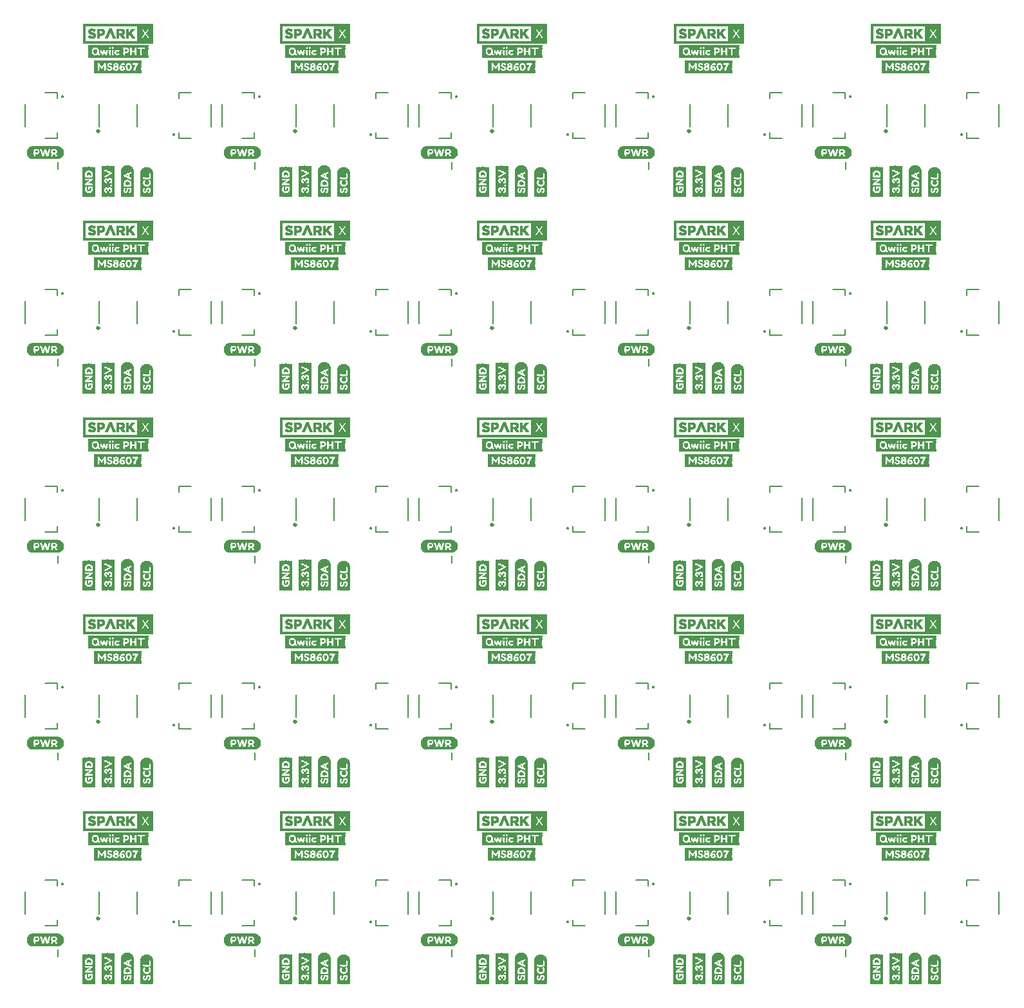
<source format=gto>
G75*
%MOIN*%
%OFA0B0*%
%FSLAX25Y25*%
%IPPOS*%
%LPD*%
%AMOC8*
5,1,8,0,0,1.08239X$1,22.5*
%
%ADD10C,0.00800*%
%ADD11C,0.00039*%
%ADD12R,0.00157X0.15906*%
%ADD13R,0.00157X0.02992*%
%ADD14R,0.00157X0.03937*%
%ADD15R,0.00157X0.07402*%
%ADD16R,0.00157X0.02520*%
%ADD17R,0.00157X0.03307*%
%ADD18R,0.00157X0.01102*%
%ADD19R,0.00157X0.02362*%
%ADD20R,0.00157X0.01890*%
%ADD21R,0.00157X0.02677*%
%ADD22R,0.00157X0.00787*%
%ADD23R,0.00157X0.01732*%
%ADD24R,0.00157X0.02205*%
%ADD25R,0.00157X0.00630*%
%ADD26R,0.00157X0.02047*%
%ADD27R,0.00157X0.00472*%
%ADD28R,0.00157X0.00315*%
%ADD29R,0.00157X0.00945*%
%ADD30R,0.00157X0.01575*%
%ADD31R,0.00157X0.01417*%
%ADD32R,0.00157X0.01260*%
%ADD33R,0.00157X0.03150*%
%ADD34R,0.00157X0.03622*%
%ADD35R,0.00157X0.00157*%
%ADD36R,0.00157X0.02835*%
%ADD37R,0.00157X0.03465*%
%ADD38R,0.00157X0.15276*%
%ADD39R,0.00157X0.11024*%
%ADD40R,0.00157X0.12913*%
%ADD41R,0.00157X0.13386*%
%ADD42R,0.00157X0.13701*%
%ADD43R,0.00157X0.14016*%
%ADD44R,0.00157X0.14173*%
%ADD45R,0.00157X0.14331*%
%ADD46R,0.00157X0.14488*%
%ADD47R,0.00157X0.07087*%
%ADD48R,0.00157X0.04882*%
%ADD49R,0.00157X0.05039*%
%ADD50R,0.00157X0.05197*%
%ADD51R,0.00157X0.13858*%
%ADD52R,0.00157X0.14646*%
%ADD53R,0.00157X0.14961*%
%ADD54R,0.00157X0.15118*%
%ADD55R,0.00157X0.15433*%
%ADD56R,0.00157X0.11969*%
%ADD57R,0.00157X0.04567*%
%ADD58R,0.00157X0.04409*%
%ADD59R,0.00157X0.04252*%
%ADD60R,0.00157X0.04094*%
%ADD61R,0.00157X0.03780*%
%ADD62R,0.14331X0.00157*%
%ADD63R,0.15276X0.00157*%
%ADD64R,0.15906X0.00157*%
%ADD65R,0.16535X0.00157*%
%ADD66R,0.16850X0.00157*%
%ADD67R,0.17165X0.00157*%
%ADD68R,0.17480X0.00157*%
%ADD69R,0.06614X0.00157*%
%ADD70R,0.04094X0.00157*%
%ADD71R,0.06772X0.00157*%
%ADD72R,0.02992X0.00157*%
%ADD73R,0.01260X0.00157*%
%ADD74R,0.01575X0.00157*%
%ADD75R,0.00630X0.00157*%
%ADD76R,0.03780X0.00157*%
%ADD77R,0.00787X0.00157*%
%ADD78R,0.00472X0.00157*%
%ADD79R,0.03465X0.00157*%
%ADD80R,0.03150X0.00157*%
%ADD81R,0.01102X0.00157*%
%ADD82R,0.03307X0.00157*%
%ADD83R,0.00315X0.00157*%
%ADD84R,0.00945X0.00157*%
%ADD85R,0.03622X0.00157*%
%ADD86R,0.01732X0.00157*%
%ADD87R,0.02205X0.00157*%
%ADD88R,0.01417X0.00157*%
%ADD89R,0.02835X0.00157*%
%ADD90R,0.01890X0.00157*%
%ADD91R,0.31024X0.00157*%
%ADD92R,0.11024X0.00157*%
%ADD93R,0.18110X0.00157*%
%ADD94R,0.17953X0.00157*%
%ADD95R,0.06142X0.00157*%
%ADD96R,0.04882X0.00157*%
%ADD97R,0.02677X0.00157*%
%ADD98R,0.05827X0.00157*%
%ADD99R,0.02362X0.00157*%
%ADD100R,0.05669X0.00157*%
%ADD101R,0.05039X0.00157*%
%ADD102R,0.12756X0.00157*%
%ADD103R,0.02047X0.00157*%
%ADD104R,0.12598X0.00157*%
%ADD105R,0.02520X0.00157*%
%ADD106R,0.24409X0.00157*%
%ADD107R,0.07717X0.00157*%
%ADD108R,0.05984X0.00157*%
%ADD109C,0.00787*%
%ADD110C,0.01000*%
D10*
X0057092Y0050875D02*
X0057092Y0054625D01*
X0056964Y0066939D02*
X0050468Y0066939D01*
X0056964Y0066939D02*
X0056964Y0069892D01*
X0040232Y0072844D02*
X0040232Y0084656D01*
X0050468Y0090561D02*
X0056964Y0090561D01*
X0056964Y0087608D01*
X0059123Y0088593D02*
X0059125Y0088633D01*
X0059131Y0088672D01*
X0059141Y0088711D01*
X0059154Y0088748D01*
X0059172Y0088784D01*
X0059193Y0088818D01*
X0059217Y0088850D01*
X0059244Y0088879D01*
X0059274Y0088906D01*
X0059306Y0088929D01*
X0059341Y0088949D01*
X0059377Y0088965D01*
X0059415Y0088978D01*
X0059454Y0088987D01*
X0059493Y0088992D01*
X0059533Y0088993D01*
X0059573Y0088990D01*
X0059612Y0088983D01*
X0059650Y0088972D01*
X0059688Y0088958D01*
X0059723Y0088939D01*
X0059756Y0088918D01*
X0059788Y0088893D01*
X0059816Y0088865D01*
X0059842Y0088835D01*
X0059864Y0088802D01*
X0059883Y0088767D01*
X0059899Y0088730D01*
X0059911Y0088692D01*
X0059919Y0088653D01*
X0059923Y0088613D01*
X0059923Y0088573D01*
X0059919Y0088533D01*
X0059911Y0088494D01*
X0059899Y0088456D01*
X0059883Y0088419D01*
X0059864Y0088384D01*
X0059842Y0088351D01*
X0059816Y0088321D01*
X0059788Y0088293D01*
X0059756Y0088268D01*
X0059723Y0088247D01*
X0059688Y0088228D01*
X0059650Y0088214D01*
X0059612Y0088203D01*
X0059573Y0088196D01*
X0059533Y0088193D01*
X0059493Y0088194D01*
X0059454Y0088199D01*
X0059415Y0088208D01*
X0059377Y0088221D01*
X0059341Y0088237D01*
X0059306Y0088257D01*
X0059274Y0088280D01*
X0059244Y0088307D01*
X0059217Y0088336D01*
X0059193Y0088368D01*
X0059172Y0088402D01*
X0059154Y0088438D01*
X0059141Y0088475D01*
X0059131Y0088514D01*
X0059125Y0088553D01*
X0059123Y0088593D01*
X0119720Y0087608D02*
X0119720Y0090561D01*
X0126216Y0090561D01*
X0136452Y0084656D02*
X0136452Y0072844D01*
X0142232Y0072844D02*
X0142232Y0084656D01*
X0152468Y0090561D02*
X0158964Y0090561D01*
X0158964Y0087608D01*
X0161123Y0088593D02*
X0161125Y0088633D01*
X0161131Y0088672D01*
X0161141Y0088711D01*
X0161154Y0088748D01*
X0161172Y0088784D01*
X0161193Y0088818D01*
X0161217Y0088850D01*
X0161244Y0088879D01*
X0161274Y0088906D01*
X0161306Y0088929D01*
X0161341Y0088949D01*
X0161377Y0088965D01*
X0161415Y0088978D01*
X0161454Y0088987D01*
X0161493Y0088992D01*
X0161533Y0088993D01*
X0161573Y0088990D01*
X0161612Y0088983D01*
X0161650Y0088972D01*
X0161688Y0088958D01*
X0161723Y0088939D01*
X0161756Y0088918D01*
X0161788Y0088893D01*
X0161816Y0088865D01*
X0161842Y0088835D01*
X0161864Y0088802D01*
X0161883Y0088767D01*
X0161899Y0088730D01*
X0161911Y0088692D01*
X0161919Y0088653D01*
X0161923Y0088613D01*
X0161923Y0088573D01*
X0161919Y0088533D01*
X0161911Y0088494D01*
X0161899Y0088456D01*
X0161883Y0088419D01*
X0161864Y0088384D01*
X0161842Y0088351D01*
X0161816Y0088321D01*
X0161788Y0088293D01*
X0161756Y0088268D01*
X0161723Y0088247D01*
X0161688Y0088228D01*
X0161650Y0088214D01*
X0161612Y0088203D01*
X0161573Y0088196D01*
X0161533Y0088193D01*
X0161493Y0088194D01*
X0161454Y0088199D01*
X0161415Y0088208D01*
X0161377Y0088221D01*
X0161341Y0088237D01*
X0161306Y0088257D01*
X0161274Y0088280D01*
X0161244Y0088307D01*
X0161217Y0088336D01*
X0161193Y0088368D01*
X0161172Y0088402D01*
X0161154Y0088438D01*
X0161141Y0088475D01*
X0161131Y0088514D01*
X0161125Y0088553D01*
X0161123Y0088593D01*
X0158964Y0069892D02*
X0158964Y0066939D01*
X0152468Y0066939D01*
X0159092Y0054625D02*
X0159092Y0050875D01*
X0126216Y0066939D02*
X0119720Y0066939D01*
X0119720Y0069892D01*
X0116761Y0068907D02*
X0116763Y0068947D01*
X0116769Y0068986D01*
X0116779Y0069025D01*
X0116792Y0069062D01*
X0116810Y0069098D01*
X0116831Y0069132D01*
X0116855Y0069164D01*
X0116882Y0069193D01*
X0116912Y0069220D01*
X0116944Y0069243D01*
X0116979Y0069263D01*
X0117015Y0069279D01*
X0117053Y0069292D01*
X0117092Y0069301D01*
X0117131Y0069306D01*
X0117171Y0069307D01*
X0117211Y0069304D01*
X0117250Y0069297D01*
X0117288Y0069286D01*
X0117326Y0069272D01*
X0117361Y0069253D01*
X0117394Y0069232D01*
X0117426Y0069207D01*
X0117454Y0069179D01*
X0117480Y0069149D01*
X0117502Y0069116D01*
X0117521Y0069081D01*
X0117537Y0069044D01*
X0117549Y0069006D01*
X0117557Y0068967D01*
X0117561Y0068927D01*
X0117561Y0068887D01*
X0117557Y0068847D01*
X0117549Y0068808D01*
X0117537Y0068770D01*
X0117521Y0068733D01*
X0117502Y0068698D01*
X0117480Y0068665D01*
X0117454Y0068635D01*
X0117426Y0068607D01*
X0117394Y0068582D01*
X0117361Y0068561D01*
X0117326Y0068542D01*
X0117288Y0068528D01*
X0117250Y0068517D01*
X0117211Y0068510D01*
X0117171Y0068507D01*
X0117131Y0068508D01*
X0117092Y0068513D01*
X0117053Y0068522D01*
X0117015Y0068535D01*
X0116979Y0068551D01*
X0116944Y0068571D01*
X0116912Y0068594D01*
X0116882Y0068621D01*
X0116855Y0068650D01*
X0116831Y0068682D01*
X0116810Y0068716D01*
X0116792Y0068752D01*
X0116779Y0068789D01*
X0116769Y0068828D01*
X0116763Y0068867D01*
X0116761Y0068907D01*
X0159092Y0152875D02*
X0159092Y0156625D01*
X0158964Y0168939D02*
X0152468Y0168939D01*
X0158964Y0168939D02*
X0158964Y0171892D01*
X0142232Y0174844D02*
X0142232Y0186656D01*
X0136452Y0186656D02*
X0136452Y0174844D01*
X0126216Y0168939D02*
X0119720Y0168939D01*
X0119720Y0171892D01*
X0116761Y0170907D02*
X0116763Y0170947D01*
X0116769Y0170986D01*
X0116779Y0171025D01*
X0116792Y0171062D01*
X0116810Y0171098D01*
X0116831Y0171132D01*
X0116855Y0171164D01*
X0116882Y0171193D01*
X0116912Y0171220D01*
X0116944Y0171243D01*
X0116979Y0171263D01*
X0117015Y0171279D01*
X0117053Y0171292D01*
X0117092Y0171301D01*
X0117131Y0171306D01*
X0117171Y0171307D01*
X0117211Y0171304D01*
X0117250Y0171297D01*
X0117288Y0171286D01*
X0117326Y0171272D01*
X0117361Y0171253D01*
X0117394Y0171232D01*
X0117426Y0171207D01*
X0117454Y0171179D01*
X0117480Y0171149D01*
X0117502Y0171116D01*
X0117521Y0171081D01*
X0117537Y0171044D01*
X0117549Y0171006D01*
X0117557Y0170967D01*
X0117561Y0170927D01*
X0117561Y0170887D01*
X0117557Y0170847D01*
X0117549Y0170808D01*
X0117537Y0170770D01*
X0117521Y0170733D01*
X0117502Y0170698D01*
X0117480Y0170665D01*
X0117454Y0170635D01*
X0117426Y0170607D01*
X0117394Y0170582D01*
X0117361Y0170561D01*
X0117326Y0170542D01*
X0117288Y0170528D01*
X0117250Y0170517D01*
X0117211Y0170510D01*
X0117171Y0170507D01*
X0117131Y0170508D01*
X0117092Y0170513D01*
X0117053Y0170522D01*
X0117015Y0170535D01*
X0116979Y0170551D01*
X0116944Y0170571D01*
X0116912Y0170594D01*
X0116882Y0170621D01*
X0116855Y0170650D01*
X0116831Y0170682D01*
X0116810Y0170716D01*
X0116792Y0170752D01*
X0116779Y0170789D01*
X0116769Y0170828D01*
X0116763Y0170867D01*
X0116761Y0170907D01*
X0119720Y0189608D02*
X0119720Y0192561D01*
X0126216Y0192561D01*
X0152468Y0192561D02*
X0158964Y0192561D01*
X0158964Y0189608D01*
X0161123Y0190593D02*
X0161125Y0190633D01*
X0161131Y0190672D01*
X0161141Y0190711D01*
X0161154Y0190748D01*
X0161172Y0190784D01*
X0161193Y0190818D01*
X0161217Y0190850D01*
X0161244Y0190879D01*
X0161274Y0190906D01*
X0161306Y0190929D01*
X0161341Y0190949D01*
X0161377Y0190965D01*
X0161415Y0190978D01*
X0161454Y0190987D01*
X0161493Y0190992D01*
X0161533Y0190993D01*
X0161573Y0190990D01*
X0161612Y0190983D01*
X0161650Y0190972D01*
X0161688Y0190958D01*
X0161723Y0190939D01*
X0161756Y0190918D01*
X0161788Y0190893D01*
X0161816Y0190865D01*
X0161842Y0190835D01*
X0161864Y0190802D01*
X0161883Y0190767D01*
X0161899Y0190730D01*
X0161911Y0190692D01*
X0161919Y0190653D01*
X0161923Y0190613D01*
X0161923Y0190573D01*
X0161919Y0190533D01*
X0161911Y0190494D01*
X0161899Y0190456D01*
X0161883Y0190419D01*
X0161864Y0190384D01*
X0161842Y0190351D01*
X0161816Y0190321D01*
X0161788Y0190293D01*
X0161756Y0190268D01*
X0161723Y0190247D01*
X0161688Y0190228D01*
X0161650Y0190214D01*
X0161612Y0190203D01*
X0161573Y0190196D01*
X0161533Y0190193D01*
X0161493Y0190194D01*
X0161454Y0190199D01*
X0161415Y0190208D01*
X0161377Y0190221D01*
X0161341Y0190237D01*
X0161306Y0190257D01*
X0161274Y0190280D01*
X0161244Y0190307D01*
X0161217Y0190336D01*
X0161193Y0190368D01*
X0161172Y0190402D01*
X0161154Y0190438D01*
X0161141Y0190475D01*
X0161131Y0190514D01*
X0161125Y0190553D01*
X0161123Y0190593D01*
X0218761Y0170907D02*
X0218763Y0170947D01*
X0218769Y0170986D01*
X0218779Y0171025D01*
X0218792Y0171062D01*
X0218810Y0171098D01*
X0218831Y0171132D01*
X0218855Y0171164D01*
X0218882Y0171193D01*
X0218912Y0171220D01*
X0218944Y0171243D01*
X0218979Y0171263D01*
X0219015Y0171279D01*
X0219053Y0171292D01*
X0219092Y0171301D01*
X0219131Y0171306D01*
X0219171Y0171307D01*
X0219211Y0171304D01*
X0219250Y0171297D01*
X0219288Y0171286D01*
X0219326Y0171272D01*
X0219361Y0171253D01*
X0219394Y0171232D01*
X0219426Y0171207D01*
X0219454Y0171179D01*
X0219480Y0171149D01*
X0219502Y0171116D01*
X0219521Y0171081D01*
X0219537Y0171044D01*
X0219549Y0171006D01*
X0219557Y0170967D01*
X0219561Y0170927D01*
X0219561Y0170887D01*
X0219557Y0170847D01*
X0219549Y0170808D01*
X0219537Y0170770D01*
X0219521Y0170733D01*
X0219502Y0170698D01*
X0219480Y0170665D01*
X0219454Y0170635D01*
X0219426Y0170607D01*
X0219394Y0170582D01*
X0219361Y0170561D01*
X0219326Y0170542D01*
X0219288Y0170528D01*
X0219250Y0170517D01*
X0219211Y0170510D01*
X0219171Y0170507D01*
X0219131Y0170508D01*
X0219092Y0170513D01*
X0219053Y0170522D01*
X0219015Y0170535D01*
X0218979Y0170551D01*
X0218944Y0170571D01*
X0218912Y0170594D01*
X0218882Y0170621D01*
X0218855Y0170650D01*
X0218831Y0170682D01*
X0218810Y0170716D01*
X0218792Y0170752D01*
X0218779Y0170789D01*
X0218769Y0170828D01*
X0218763Y0170867D01*
X0218761Y0170907D01*
X0221720Y0171892D02*
X0221720Y0168939D01*
X0228216Y0168939D01*
X0238452Y0174844D02*
X0238452Y0186656D01*
X0244232Y0186656D02*
X0244232Y0174844D01*
X0254468Y0168939D02*
X0260964Y0168939D01*
X0260964Y0171892D01*
X0261092Y0156625D02*
X0261092Y0152875D01*
X0260964Y0189608D02*
X0260964Y0192561D01*
X0254468Y0192561D01*
X0263123Y0190593D02*
X0263125Y0190633D01*
X0263131Y0190672D01*
X0263141Y0190711D01*
X0263154Y0190748D01*
X0263172Y0190784D01*
X0263193Y0190818D01*
X0263217Y0190850D01*
X0263244Y0190879D01*
X0263274Y0190906D01*
X0263306Y0190929D01*
X0263341Y0190949D01*
X0263377Y0190965D01*
X0263415Y0190978D01*
X0263454Y0190987D01*
X0263493Y0190992D01*
X0263533Y0190993D01*
X0263573Y0190990D01*
X0263612Y0190983D01*
X0263650Y0190972D01*
X0263688Y0190958D01*
X0263723Y0190939D01*
X0263756Y0190918D01*
X0263788Y0190893D01*
X0263816Y0190865D01*
X0263842Y0190835D01*
X0263864Y0190802D01*
X0263883Y0190767D01*
X0263899Y0190730D01*
X0263911Y0190692D01*
X0263919Y0190653D01*
X0263923Y0190613D01*
X0263923Y0190573D01*
X0263919Y0190533D01*
X0263911Y0190494D01*
X0263899Y0190456D01*
X0263883Y0190419D01*
X0263864Y0190384D01*
X0263842Y0190351D01*
X0263816Y0190321D01*
X0263788Y0190293D01*
X0263756Y0190268D01*
X0263723Y0190247D01*
X0263688Y0190228D01*
X0263650Y0190214D01*
X0263612Y0190203D01*
X0263573Y0190196D01*
X0263533Y0190193D01*
X0263493Y0190194D01*
X0263454Y0190199D01*
X0263415Y0190208D01*
X0263377Y0190221D01*
X0263341Y0190237D01*
X0263306Y0190257D01*
X0263274Y0190280D01*
X0263244Y0190307D01*
X0263217Y0190336D01*
X0263193Y0190368D01*
X0263172Y0190402D01*
X0263154Y0190438D01*
X0263141Y0190475D01*
X0263131Y0190514D01*
X0263125Y0190553D01*
X0263123Y0190593D01*
X0228216Y0192561D02*
X0221720Y0192561D01*
X0221720Y0189608D01*
X0261092Y0254875D02*
X0261092Y0258625D01*
X0260964Y0270939D02*
X0254468Y0270939D01*
X0260964Y0270939D02*
X0260964Y0273892D01*
X0244232Y0276844D02*
X0244232Y0288656D01*
X0238452Y0288656D02*
X0238452Y0276844D01*
X0228216Y0270939D02*
X0221720Y0270939D01*
X0221720Y0273892D01*
X0218761Y0272907D02*
X0218763Y0272947D01*
X0218769Y0272986D01*
X0218779Y0273025D01*
X0218792Y0273062D01*
X0218810Y0273098D01*
X0218831Y0273132D01*
X0218855Y0273164D01*
X0218882Y0273193D01*
X0218912Y0273220D01*
X0218944Y0273243D01*
X0218979Y0273263D01*
X0219015Y0273279D01*
X0219053Y0273292D01*
X0219092Y0273301D01*
X0219131Y0273306D01*
X0219171Y0273307D01*
X0219211Y0273304D01*
X0219250Y0273297D01*
X0219288Y0273286D01*
X0219326Y0273272D01*
X0219361Y0273253D01*
X0219394Y0273232D01*
X0219426Y0273207D01*
X0219454Y0273179D01*
X0219480Y0273149D01*
X0219502Y0273116D01*
X0219521Y0273081D01*
X0219537Y0273044D01*
X0219549Y0273006D01*
X0219557Y0272967D01*
X0219561Y0272927D01*
X0219561Y0272887D01*
X0219557Y0272847D01*
X0219549Y0272808D01*
X0219537Y0272770D01*
X0219521Y0272733D01*
X0219502Y0272698D01*
X0219480Y0272665D01*
X0219454Y0272635D01*
X0219426Y0272607D01*
X0219394Y0272582D01*
X0219361Y0272561D01*
X0219326Y0272542D01*
X0219288Y0272528D01*
X0219250Y0272517D01*
X0219211Y0272510D01*
X0219171Y0272507D01*
X0219131Y0272508D01*
X0219092Y0272513D01*
X0219053Y0272522D01*
X0219015Y0272535D01*
X0218979Y0272551D01*
X0218944Y0272571D01*
X0218912Y0272594D01*
X0218882Y0272621D01*
X0218855Y0272650D01*
X0218831Y0272682D01*
X0218810Y0272716D01*
X0218792Y0272752D01*
X0218779Y0272789D01*
X0218769Y0272828D01*
X0218763Y0272867D01*
X0218761Y0272907D01*
X0221720Y0291608D02*
X0221720Y0294561D01*
X0228216Y0294561D01*
X0254468Y0294561D02*
X0260964Y0294561D01*
X0260964Y0291608D01*
X0263123Y0292593D02*
X0263125Y0292633D01*
X0263131Y0292672D01*
X0263141Y0292711D01*
X0263154Y0292748D01*
X0263172Y0292784D01*
X0263193Y0292818D01*
X0263217Y0292850D01*
X0263244Y0292879D01*
X0263274Y0292906D01*
X0263306Y0292929D01*
X0263341Y0292949D01*
X0263377Y0292965D01*
X0263415Y0292978D01*
X0263454Y0292987D01*
X0263493Y0292992D01*
X0263533Y0292993D01*
X0263573Y0292990D01*
X0263612Y0292983D01*
X0263650Y0292972D01*
X0263688Y0292958D01*
X0263723Y0292939D01*
X0263756Y0292918D01*
X0263788Y0292893D01*
X0263816Y0292865D01*
X0263842Y0292835D01*
X0263864Y0292802D01*
X0263883Y0292767D01*
X0263899Y0292730D01*
X0263911Y0292692D01*
X0263919Y0292653D01*
X0263923Y0292613D01*
X0263923Y0292573D01*
X0263919Y0292533D01*
X0263911Y0292494D01*
X0263899Y0292456D01*
X0263883Y0292419D01*
X0263864Y0292384D01*
X0263842Y0292351D01*
X0263816Y0292321D01*
X0263788Y0292293D01*
X0263756Y0292268D01*
X0263723Y0292247D01*
X0263688Y0292228D01*
X0263650Y0292214D01*
X0263612Y0292203D01*
X0263573Y0292196D01*
X0263533Y0292193D01*
X0263493Y0292194D01*
X0263454Y0292199D01*
X0263415Y0292208D01*
X0263377Y0292221D01*
X0263341Y0292237D01*
X0263306Y0292257D01*
X0263274Y0292280D01*
X0263244Y0292307D01*
X0263217Y0292336D01*
X0263193Y0292368D01*
X0263172Y0292402D01*
X0263154Y0292438D01*
X0263141Y0292475D01*
X0263131Y0292514D01*
X0263125Y0292553D01*
X0263123Y0292593D01*
X0323720Y0291608D02*
X0323720Y0294561D01*
X0330216Y0294561D01*
X0340452Y0288656D02*
X0340452Y0276844D01*
X0346232Y0276844D02*
X0346232Y0288656D01*
X0356468Y0294561D02*
X0362964Y0294561D01*
X0362964Y0291608D01*
X0365123Y0292593D02*
X0365125Y0292633D01*
X0365131Y0292672D01*
X0365141Y0292711D01*
X0365154Y0292748D01*
X0365172Y0292784D01*
X0365193Y0292818D01*
X0365217Y0292850D01*
X0365244Y0292879D01*
X0365274Y0292906D01*
X0365306Y0292929D01*
X0365341Y0292949D01*
X0365377Y0292965D01*
X0365415Y0292978D01*
X0365454Y0292987D01*
X0365493Y0292992D01*
X0365533Y0292993D01*
X0365573Y0292990D01*
X0365612Y0292983D01*
X0365650Y0292972D01*
X0365688Y0292958D01*
X0365723Y0292939D01*
X0365756Y0292918D01*
X0365788Y0292893D01*
X0365816Y0292865D01*
X0365842Y0292835D01*
X0365864Y0292802D01*
X0365883Y0292767D01*
X0365899Y0292730D01*
X0365911Y0292692D01*
X0365919Y0292653D01*
X0365923Y0292613D01*
X0365923Y0292573D01*
X0365919Y0292533D01*
X0365911Y0292494D01*
X0365899Y0292456D01*
X0365883Y0292419D01*
X0365864Y0292384D01*
X0365842Y0292351D01*
X0365816Y0292321D01*
X0365788Y0292293D01*
X0365756Y0292268D01*
X0365723Y0292247D01*
X0365688Y0292228D01*
X0365650Y0292214D01*
X0365612Y0292203D01*
X0365573Y0292196D01*
X0365533Y0292193D01*
X0365493Y0292194D01*
X0365454Y0292199D01*
X0365415Y0292208D01*
X0365377Y0292221D01*
X0365341Y0292237D01*
X0365306Y0292257D01*
X0365274Y0292280D01*
X0365244Y0292307D01*
X0365217Y0292336D01*
X0365193Y0292368D01*
X0365172Y0292402D01*
X0365154Y0292438D01*
X0365141Y0292475D01*
X0365131Y0292514D01*
X0365125Y0292553D01*
X0365123Y0292593D01*
X0362964Y0273892D02*
X0362964Y0270939D01*
X0356468Y0270939D01*
X0363092Y0258625D02*
X0363092Y0254875D01*
X0330216Y0270939D02*
X0323720Y0270939D01*
X0323720Y0273892D01*
X0320761Y0272907D02*
X0320763Y0272947D01*
X0320769Y0272986D01*
X0320779Y0273025D01*
X0320792Y0273062D01*
X0320810Y0273098D01*
X0320831Y0273132D01*
X0320855Y0273164D01*
X0320882Y0273193D01*
X0320912Y0273220D01*
X0320944Y0273243D01*
X0320979Y0273263D01*
X0321015Y0273279D01*
X0321053Y0273292D01*
X0321092Y0273301D01*
X0321131Y0273306D01*
X0321171Y0273307D01*
X0321211Y0273304D01*
X0321250Y0273297D01*
X0321288Y0273286D01*
X0321326Y0273272D01*
X0321361Y0273253D01*
X0321394Y0273232D01*
X0321426Y0273207D01*
X0321454Y0273179D01*
X0321480Y0273149D01*
X0321502Y0273116D01*
X0321521Y0273081D01*
X0321537Y0273044D01*
X0321549Y0273006D01*
X0321557Y0272967D01*
X0321561Y0272927D01*
X0321561Y0272887D01*
X0321557Y0272847D01*
X0321549Y0272808D01*
X0321537Y0272770D01*
X0321521Y0272733D01*
X0321502Y0272698D01*
X0321480Y0272665D01*
X0321454Y0272635D01*
X0321426Y0272607D01*
X0321394Y0272582D01*
X0321361Y0272561D01*
X0321326Y0272542D01*
X0321288Y0272528D01*
X0321250Y0272517D01*
X0321211Y0272510D01*
X0321171Y0272507D01*
X0321131Y0272508D01*
X0321092Y0272513D01*
X0321053Y0272522D01*
X0321015Y0272535D01*
X0320979Y0272551D01*
X0320944Y0272571D01*
X0320912Y0272594D01*
X0320882Y0272621D01*
X0320855Y0272650D01*
X0320831Y0272682D01*
X0320810Y0272716D01*
X0320792Y0272752D01*
X0320779Y0272789D01*
X0320769Y0272828D01*
X0320763Y0272867D01*
X0320761Y0272907D01*
X0363092Y0356875D02*
X0363092Y0360625D01*
X0362964Y0372939D02*
X0356468Y0372939D01*
X0362964Y0372939D02*
X0362964Y0375892D01*
X0346232Y0378844D02*
X0346232Y0390656D01*
X0340452Y0390656D02*
X0340452Y0378844D01*
X0330216Y0372939D02*
X0323720Y0372939D01*
X0323720Y0375892D01*
X0320761Y0374907D02*
X0320763Y0374947D01*
X0320769Y0374986D01*
X0320779Y0375025D01*
X0320792Y0375062D01*
X0320810Y0375098D01*
X0320831Y0375132D01*
X0320855Y0375164D01*
X0320882Y0375193D01*
X0320912Y0375220D01*
X0320944Y0375243D01*
X0320979Y0375263D01*
X0321015Y0375279D01*
X0321053Y0375292D01*
X0321092Y0375301D01*
X0321131Y0375306D01*
X0321171Y0375307D01*
X0321211Y0375304D01*
X0321250Y0375297D01*
X0321288Y0375286D01*
X0321326Y0375272D01*
X0321361Y0375253D01*
X0321394Y0375232D01*
X0321426Y0375207D01*
X0321454Y0375179D01*
X0321480Y0375149D01*
X0321502Y0375116D01*
X0321521Y0375081D01*
X0321537Y0375044D01*
X0321549Y0375006D01*
X0321557Y0374967D01*
X0321561Y0374927D01*
X0321561Y0374887D01*
X0321557Y0374847D01*
X0321549Y0374808D01*
X0321537Y0374770D01*
X0321521Y0374733D01*
X0321502Y0374698D01*
X0321480Y0374665D01*
X0321454Y0374635D01*
X0321426Y0374607D01*
X0321394Y0374582D01*
X0321361Y0374561D01*
X0321326Y0374542D01*
X0321288Y0374528D01*
X0321250Y0374517D01*
X0321211Y0374510D01*
X0321171Y0374507D01*
X0321131Y0374508D01*
X0321092Y0374513D01*
X0321053Y0374522D01*
X0321015Y0374535D01*
X0320979Y0374551D01*
X0320944Y0374571D01*
X0320912Y0374594D01*
X0320882Y0374621D01*
X0320855Y0374650D01*
X0320831Y0374682D01*
X0320810Y0374716D01*
X0320792Y0374752D01*
X0320779Y0374789D01*
X0320769Y0374828D01*
X0320763Y0374867D01*
X0320761Y0374907D01*
X0323720Y0393608D02*
X0323720Y0396561D01*
X0330216Y0396561D01*
X0356468Y0396561D02*
X0362964Y0396561D01*
X0362964Y0393608D01*
X0365123Y0394593D02*
X0365125Y0394633D01*
X0365131Y0394672D01*
X0365141Y0394711D01*
X0365154Y0394748D01*
X0365172Y0394784D01*
X0365193Y0394818D01*
X0365217Y0394850D01*
X0365244Y0394879D01*
X0365274Y0394906D01*
X0365306Y0394929D01*
X0365341Y0394949D01*
X0365377Y0394965D01*
X0365415Y0394978D01*
X0365454Y0394987D01*
X0365493Y0394992D01*
X0365533Y0394993D01*
X0365573Y0394990D01*
X0365612Y0394983D01*
X0365650Y0394972D01*
X0365688Y0394958D01*
X0365723Y0394939D01*
X0365756Y0394918D01*
X0365788Y0394893D01*
X0365816Y0394865D01*
X0365842Y0394835D01*
X0365864Y0394802D01*
X0365883Y0394767D01*
X0365899Y0394730D01*
X0365911Y0394692D01*
X0365919Y0394653D01*
X0365923Y0394613D01*
X0365923Y0394573D01*
X0365919Y0394533D01*
X0365911Y0394494D01*
X0365899Y0394456D01*
X0365883Y0394419D01*
X0365864Y0394384D01*
X0365842Y0394351D01*
X0365816Y0394321D01*
X0365788Y0394293D01*
X0365756Y0394268D01*
X0365723Y0394247D01*
X0365688Y0394228D01*
X0365650Y0394214D01*
X0365612Y0394203D01*
X0365573Y0394196D01*
X0365533Y0394193D01*
X0365493Y0394194D01*
X0365454Y0394199D01*
X0365415Y0394208D01*
X0365377Y0394221D01*
X0365341Y0394237D01*
X0365306Y0394257D01*
X0365274Y0394280D01*
X0365244Y0394307D01*
X0365217Y0394336D01*
X0365193Y0394368D01*
X0365172Y0394402D01*
X0365154Y0394438D01*
X0365141Y0394475D01*
X0365131Y0394514D01*
X0365125Y0394553D01*
X0365123Y0394593D01*
X0425720Y0393608D02*
X0425720Y0396561D01*
X0432216Y0396561D01*
X0442452Y0390656D02*
X0442452Y0378844D01*
X0448232Y0378844D02*
X0448232Y0390656D01*
X0458468Y0396561D02*
X0464964Y0396561D01*
X0464964Y0393608D01*
X0467123Y0394593D02*
X0467125Y0394633D01*
X0467131Y0394672D01*
X0467141Y0394711D01*
X0467154Y0394748D01*
X0467172Y0394784D01*
X0467193Y0394818D01*
X0467217Y0394850D01*
X0467244Y0394879D01*
X0467274Y0394906D01*
X0467306Y0394929D01*
X0467341Y0394949D01*
X0467377Y0394965D01*
X0467415Y0394978D01*
X0467454Y0394987D01*
X0467493Y0394992D01*
X0467533Y0394993D01*
X0467573Y0394990D01*
X0467612Y0394983D01*
X0467650Y0394972D01*
X0467688Y0394958D01*
X0467723Y0394939D01*
X0467756Y0394918D01*
X0467788Y0394893D01*
X0467816Y0394865D01*
X0467842Y0394835D01*
X0467864Y0394802D01*
X0467883Y0394767D01*
X0467899Y0394730D01*
X0467911Y0394692D01*
X0467919Y0394653D01*
X0467923Y0394613D01*
X0467923Y0394573D01*
X0467919Y0394533D01*
X0467911Y0394494D01*
X0467899Y0394456D01*
X0467883Y0394419D01*
X0467864Y0394384D01*
X0467842Y0394351D01*
X0467816Y0394321D01*
X0467788Y0394293D01*
X0467756Y0394268D01*
X0467723Y0394247D01*
X0467688Y0394228D01*
X0467650Y0394214D01*
X0467612Y0394203D01*
X0467573Y0394196D01*
X0467533Y0394193D01*
X0467493Y0394194D01*
X0467454Y0394199D01*
X0467415Y0394208D01*
X0467377Y0394221D01*
X0467341Y0394237D01*
X0467306Y0394257D01*
X0467274Y0394280D01*
X0467244Y0394307D01*
X0467217Y0394336D01*
X0467193Y0394368D01*
X0467172Y0394402D01*
X0467154Y0394438D01*
X0467141Y0394475D01*
X0467131Y0394514D01*
X0467125Y0394553D01*
X0467123Y0394593D01*
X0464964Y0375892D02*
X0464964Y0372939D01*
X0458468Y0372939D01*
X0465092Y0360625D02*
X0465092Y0356875D01*
X0432216Y0372939D02*
X0425720Y0372939D01*
X0425720Y0375892D01*
X0422761Y0374907D02*
X0422763Y0374947D01*
X0422769Y0374986D01*
X0422779Y0375025D01*
X0422792Y0375062D01*
X0422810Y0375098D01*
X0422831Y0375132D01*
X0422855Y0375164D01*
X0422882Y0375193D01*
X0422912Y0375220D01*
X0422944Y0375243D01*
X0422979Y0375263D01*
X0423015Y0375279D01*
X0423053Y0375292D01*
X0423092Y0375301D01*
X0423131Y0375306D01*
X0423171Y0375307D01*
X0423211Y0375304D01*
X0423250Y0375297D01*
X0423288Y0375286D01*
X0423326Y0375272D01*
X0423361Y0375253D01*
X0423394Y0375232D01*
X0423426Y0375207D01*
X0423454Y0375179D01*
X0423480Y0375149D01*
X0423502Y0375116D01*
X0423521Y0375081D01*
X0423537Y0375044D01*
X0423549Y0375006D01*
X0423557Y0374967D01*
X0423561Y0374927D01*
X0423561Y0374887D01*
X0423557Y0374847D01*
X0423549Y0374808D01*
X0423537Y0374770D01*
X0423521Y0374733D01*
X0423502Y0374698D01*
X0423480Y0374665D01*
X0423454Y0374635D01*
X0423426Y0374607D01*
X0423394Y0374582D01*
X0423361Y0374561D01*
X0423326Y0374542D01*
X0423288Y0374528D01*
X0423250Y0374517D01*
X0423211Y0374510D01*
X0423171Y0374507D01*
X0423131Y0374508D01*
X0423092Y0374513D01*
X0423053Y0374522D01*
X0423015Y0374535D01*
X0422979Y0374551D01*
X0422944Y0374571D01*
X0422912Y0374594D01*
X0422882Y0374621D01*
X0422855Y0374650D01*
X0422831Y0374682D01*
X0422810Y0374716D01*
X0422792Y0374752D01*
X0422779Y0374789D01*
X0422769Y0374828D01*
X0422763Y0374867D01*
X0422761Y0374907D01*
X0425720Y0294561D02*
X0432216Y0294561D01*
X0425720Y0294561D02*
X0425720Y0291608D01*
X0442452Y0288656D02*
X0442452Y0276844D01*
X0448232Y0276844D02*
X0448232Y0288656D01*
X0458468Y0294561D02*
X0464964Y0294561D01*
X0464964Y0291608D01*
X0467123Y0292593D02*
X0467125Y0292633D01*
X0467131Y0292672D01*
X0467141Y0292711D01*
X0467154Y0292748D01*
X0467172Y0292784D01*
X0467193Y0292818D01*
X0467217Y0292850D01*
X0467244Y0292879D01*
X0467274Y0292906D01*
X0467306Y0292929D01*
X0467341Y0292949D01*
X0467377Y0292965D01*
X0467415Y0292978D01*
X0467454Y0292987D01*
X0467493Y0292992D01*
X0467533Y0292993D01*
X0467573Y0292990D01*
X0467612Y0292983D01*
X0467650Y0292972D01*
X0467688Y0292958D01*
X0467723Y0292939D01*
X0467756Y0292918D01*
X0467788Y0292893D01*
X0467816Y0292865D01*
X0467842Y0292835D01*
X0467864Y0292802D01*
X0467883Y0292767D01*
X0467899Y0292730D01*
X0467911Y0292692D01*
X0467919Y0292653D01*
X0467923Y0292613D01*
X0467923Y0292573D01*
X0467919Y0292533D01*
X0467911Y0292494D01*
X0467899Y0292456D01*
X0467883Y0292419D01*
X0467864Y0292384D01*
X0467842Y0292351D01*
X0467816Y0292321D01*
X0467788Y0292293D01*
X0467756Y0292268D01*
X0467723Y0292247D01*
X0467688Y0292228D01*
X0467650Y0292214D01*
X0467612Y0292203D01*
X0467573Y0292196D01*
X0467533Y0292193D01*
X0467493Y0292194D01*
X0467454Y0292199D01*
X0467415Y0292208D01*
X0467377Y0292221D01*
X0467341Y0292237D01*
X0467306Y0292257D01*
X0467274Y0292280D01*
X0467244Y0292307D01*
X0467217Y0292336D01*
X0467193Y0292368D01*
X0467172Y0292402D01*
X0467154Y0292438D01*
X0467141Y0292475D01*
X0467131Y0292514D01*
X0467125Y0292553D01*
X0467123Y0292593D01*
X0464964Y0273892D02*
X0464964Y0270939D01*
X0458468Y0270939D01*
X0465092Y0258625D02*
X0465092Y0254875D01*
X0432216Y0270939D02*
X0425720Y0270939D01*
X0425720Y0273892D01*
X0422761Y0272907D02*
X0422763Y0272947D01*
X0422769Y0272986D01*
X0422779Y0273025D01*
X0422792Y0273062D01*
X0422810Y0273098D01*
X0422831Y0273132D01*
X0422855Y0273164D01*
X0422882Y0273193D01*
X0422912Y0273220D01*
X0422944Y0273243D01*
X0422979Y0273263D01*
X0423015Y0273279D01*
X0423053Y0273292D01*
X0423092Y0273301D01*
X0423131Y0273306D01*
X0423171Y0273307D01*
X0423211Y0273304D01*
X0423250Y0273297D01*
X0423288Y0273286D01*
X0423326Y0273272D01*
X0423361Y0273253D01*
X0423394Y0273232D01*
X0423426Y0273207D01*
X0423454Y0273179D01*
X0423480Y0273149D01*
X0423502Y0273116D01*
X0423521Y0273081D01*
X0423537Y0273044D01*
X0423549Y0273006D01*
X0423557Y0272967D01*
X0423561Y0272927D01*
X0423561Y0272887D01*
X0423557Y0272847D01*
X0423549Y0272808D01*
X0423537Y0272770D01*
X0423521Y0272733D01*
X0423502Y0272698D01*
X0423480Y0272665D01*
X0423454Y0272635D01*
X0423426Y0272607D01*
X0423394Y0272582D01*
X0423361Y0272561D01*
X0423326Y0272542D01*
X0423288Y0272528D01*
X0423250Y0272517D01*
X0423211Y0272510D01*
X0423171Y0272507D01*
X0423131Y0272508D01*
X0423092Y0272513D01*
X0423053Y0272522D01*
X0423015Y0272535D01*
X0422979Y0272551D01*
X0422944Y0272571D01*
X0422912Y0272594D01*
X0422882Y0272621D01*
X0422855Y0272650D01*
X0422831Y0272682D01*
X0422810Y0272716D01*
X0422792Y0272752D01*
X0422779Y0272789D01*
X0422769Y0272828D01*
X0422763Y0272867D01*
X0422761Y0272907D01*
X0425720Y0192561D02*
X0432216Y0192561D01*
X0425720Y0192561D02*
X0425720Y0189608D01*
X0442452Y0186656D02*
X0442452Y0174844D01*
X0448232Y0174844D02*
X0448232Y0186656D01*
X0458468Y0192561D02*
X0464964Y0192561D01*
X0464964Y0189608D01*
X0467123Y0190593D02*
X0467125Y0190633D01*
X0467131Y0190672D01*
X0467141Y0190711D01*
X0467154Y0190748D01*
X0467172Y0190784D01*
X0467193Y0190818D01*
X0467217Y0190850D01*
X0467244Y0190879D01*
X0467274Y0190906D01*
X0467306Y0190929D01*
X0467341Y0190949D01*
X0467377Y0190965D01*
X0467415Y0190978D01*
X0467454Y0190987D01*
X0467493Y0190992D01*
X0467533Y0190993D01*
X0467573Y0190990D01*
X0467612Y0190983D01*
X0467650Y0190972D01*
X0467688Y0190958D01*
X0467723Y0190939D01*
X0467756Y0190918D01*
X0467788Y0190893D01*
X0467816Y0190865D01*
X0467842Y0190835D01*
X0467864Y0190802D01*
X0467883Y0190767D01*
X0467899Y0190730D01*
X0467911Y0190692D01*
X0467919Y0190653D01*
X0467923Y0190613D01*
X0467923Y0190573D01*
X0467919Y0190533D01*
X0467911Y0190494D01*
X0467899Y0190456D01*
X0467883Y0190419D01*
X0467864Y0190384D01*
X0467842Y0190351D01*
X0467816Y0190321D01*
X0467788Y0190293D01*
X0467756Y0190268D01*
X0467723Y0190247D01*
X0467688Y0190228D01*
X0467650Y0190214D01*
X0467612Y0190203D01*
X0467573Y0190196D01*
X0467533Y0190193D01*
X0467493Y0190194D01*
X0467454Y0190199D01*
X0467415Y0190208D01*
X0467377Y0190221D01*
X0467341Y0190237D01*
X0467306Y0190257D01*
X0467274Y0190280D01*
X0467244Y0190307D01*
X0467217Y0190336D01*
X0467193Y0190368D01*
X0467172Y0190402D01*
X0467154Y0190438D01*
X0467141Y0190475D01*
X0467131Y0190514D01*
X0467125Y0190553D01*
X0467123Y0190593D01*
X0464964Y0171892D02*
X0464964Y0168939D01*
X0458468Y0168939D01*
X0465092Y0156625D02*
X0465092Y0152875D01*
X0432216Y0168939D02*
X0425720Y0168939D01*
X0425720Y0171892D01*
X0422761Y0170907D02*
X0422763Y0170947D01*
X0422769Y0170986D01*
X0422779Y0171025D01*
X0422792Y0171062D01*
X0422810Y0171098D01*
X0422831Y0171132D01*
X0422855Y0171164D01*
X0422882Y0171193D01*
X0422912Y0171220D01*
X0422944Y0171243D01*
X0422979Y0171263D01*
X0423015Y0171279D01*
X0423053Y0171292D01*
X0423092Y0171301D01*
X0423131Y0171306D01*
X0423171Y0171307D01*
X0423211Y0171304D01*
X0423250Y0171297D01*
X0423288Y0171286D01*
X0423326Y0171272D01*
X0423361Y0171253D01*
X0423394Y0171232D01*
X0423426Y0171207D01*
X0423454Y0171179D01*
X0423480Y0171149D01*
X0423502Y0171116D01*
X0423521Y0171081D01*
X0423537Y0171044D01*
X0423549Y0171006D01*
X0423557Y0170967D01*
X0423561Y0170927D01*
X0423561Y0170887D01*
X0423557Y0170847D01*
X0423549Y0170808D01*
X0423537Y0170770D01*
X0423521Y0170733D01*
X0423502Y0170698D01*
X0423480Y0170665D01*
X0423454Y0170635D01*
X0423426Y0170607D01*
X0423394Y0170582D01*
X0423361Y0170561D01*
X0423326Y0170542D01*
X0423288Y0170528D01*
X0423250Y0170517D01*
X0423211Y0170510D01*
X0423171Y0170507D01*
X0423131Y0170508D01*
X0423092Y0170513D01*
X0423053Y0170522D01*
X0423015Y0170535D01*
X0422979Y0170551D01*
X0422944Y0170571D01*
X0422912Y0170594D01*
X0422882Y0170621D01*
X0422855Y0170650D01*
X0422831Y0170682D01*
X0422810Y0170716D01*
X0422792Y0170752D01*
X0422779Y0170789D01*
X0422769Y0170828D01*
X0422763Y0170867D01*
X0422761Y0170907D01*
X0365123Y0190593D02*
X0365125Y0190633D01*
X0365131Y0190672D01*
X0365141Y0190711D01*
X0365154Y0190748D01*
X0365172Y0190784D01*
X0365193Y0190818D01*
X0365217Y0190850D01*
X0365244Y0190879D01*
X0365274Y0190906D01*
X0365306Y0190929D01*
X0365341Y0190949D01*
X0365377Y0190965D01*
X0365415Y0190978D01*
X0365454Y0190987D01*
X0365493Y0190992D01*
X0365533Y0190993D01*
X0365573Y0190990D01*
X0365612Y0190983D01*
X0365650Y0190972D01*
X0365688Y0190958D01*
X0365723Y0190939D01*
X0365756Y0190918D01*
X0365788Y0190893D01*
X0365816Y0190865D01*
X0365842Y0190835D01*
X0365864Y0190802D01*
X0365883Y0190767D01*
X0365899Y0190730D01*
X0365911Y0190692D01*
X0365919Y0190653D01*
X0365923Y0190613D01*
X0365923Y0190573D01*
X0365919Y0190533D01*
X0365911Y0190494D01*
X0365899Y0190456D01*
X0365883Y0190419D01*
X0365864Y0190384D01*
X0365842Y0190351D01*
X0365816Y0190321D01*
X0365788Y0190293D01*
X0365756Y0190268D01*
X0365723Y0190247D01*
X0365688Y0190228D01*
X0365650Y0190214D01*
X0365612Y0190203D01*
X0365573Y0190196D01*
X0365533Y0190193D01*
X0365493Y0190194D01*
X0365454Y0190199D01*
X0365415Y0190208D01*
X0365377Y0190221D01*
X0365341Y0190237D01*
X0365306Y0190257D01*
X0365274Y0190280D01*
X0365244Y0190307D01*
X0365217Y0190336D01*
X0365193Y0190368D01*
X0365172Y0190402D01*
X0365154Y0190438D01*
X0365141Y0190475D01*
X0365131Y0190514D01*
X0365125Y0190553D01*
X0365123Y0190593D01*
X0362964Y0189608D02*
X0362964Y0192561D01*
X0356468Y0192561D01*
X0346232Y0186656D02*
X0346232Y0174844D01*
X0340452Y0174844D02*
X0340452Y0186656D01*
X0330216Y0192561D02*
X0323720Y0192561D01*
X0323720Y0189608D01*
X0323720Y0171892D02*
X0323720Y0168939D01*
X0330216Y0168939D01*
X0320761Y0170907D02*
X0320763Y0170947D01*
X0320769Y0170986D01*
X0320779Y0171025D01*
X0320792Y0171062D01*
X0320810Y0171098D01*
X0320831Y0171132D01*
X0320855Y0171164D01*
X0320882Y0171193D01*
X0320912Y0171220D01*
X0320944Y0171243D01*
X0320979Y0171263D01*
X0321015Y0171279D01*
X0321053Y0171292D01*
X0321092Y0171301D01*
X0321131Y0171306D01*
X0321171Y0171307D01*
X0321211Y0171304D01*
X0321250Y0171297D01*
X0321288Y0171286D01*
X0321326Y0171272D01*
X0321361Y0171253D01*
X0321394Y0171232D01*
X0321426Y0171207D01*
X0321454Y0171179D01*
X0321480Y0171149D01*
X0321502Y0171116D01*
X0321521Y0171081D01*
X0321537Y0171044D01*
X0321549Y0171006D01*
X0321557Y0170967D01*
X0321561Y0170927D01*
X0321561Y0170887D01*
X0321557Y0170847D01*
X0321549Y0170808D01*
X0321537Y0170770D01*
X0321521Y0170733D01*
X0321502Y0170698D01*
X0321480Y0170665D01*
X0321454Y0170635D01*
X0321426Y0170607D01*
X0321394Y0170582D01*
X0321361Y0170561D01*
X0321326Y0170542D01*
X0321288Y0170528D01*
X0321250Y0170517D01*
X0321211Y0170510D01*
X0321171Y0170507D01*
X0321131Y0170508D01*
X0321092Y0170513D01*
X0321053Y0170522D01*
X0321015Y0170535D01*
X0320979Y0170551D01*
X0320944Y0170571D01*
X0320912Y0170594D01*
X0320882Y0170621D01*
X0320855Y0170650D01*
X0320831Y0170682D01*
X0320810Y0170716D01*
X0320792Y0170752D01*
X0320779Y0170789D01*
X0320769Y0170828D01*
X0320763Y0170867D01*
X0320761Y0170907D01*
X0356468Y0168939D02*
X0362964Y0168939D01*
X0362964Y0171892D01*
X0363092Y0156625D02*
X0363092Y0152875D01*
X0362964Y0090561D02*
X0356468Y0090561D01*
X0362964Y0090561D02*
X0362964Y0087608D01*
X0365123Y0088593D02*
X0365125Y0088633D01*
X0365131Y0088672D01*
X0365141Y0088711D01*
X0365154Y0088748D01*
X0365172Y0088784D01*
X0365193Y0088818D01*
X0365217Y0088850D01*
X0365244Y0088879D01*
X0365274Y0088906D01*
X0365306Y0088929D01*
X0365341Y0088949D01*
X0365377Y0088965D01*
X0365415Y0088978D01*
X0365454Y0088987D01*
X0365493Y0088992D01*
X0365533Y0088993D01*
X0365573Y0088990D01*
X0365612Y0088983D01*
X0365650Y0088972D01*
X0365688Y0088958D01*
X0365723Y0088939D01*
X0365756Y0088918D01*
X0365788Y0088893D01*
X0365816Y0088865D01*
X0365842Y0088835D01*
X0365864Y0088802D01*
X0365883Y0088767D01*
X0365899Y0088730D01*
X0365911Y0088692D01*
X0365919Y0088653D01*
X0365923Y0088613D01*
X0365923Y0088573D01*
X0365919Y0088533D01*
X0365911Y0088494D01*
X0365899Y0088456D01*
X0365883Y0088419D01*
X0365864Y0088384D01*
X0365842Y0088351D01*
X0365816Y0088321D01*
X0365788Y0088293D01*
X0365756Y0088268D01*
X0365723Y0088247D01*
X0365688Y0088228D01*
X0365650Y0088214D01*
X0365612Y0088203D01*
X0365573Y0088196D01*
X0365533Y0088193D01*
X0365493Y0088194D01*
X0365454Y0088199D01*
X0365415Y0088208D01*
X0365377Y0088221D01*
X0365341Y0088237D01*
X0365306Y0088257D01*
X0365274Y0088280D01*
X0365244Y0088307D01*
X0365217Y0088336D01*
X0365193Y0088368D01*
X0365172Y0088402D01*
X0365154Y0088438D01*
X0365141Y0088475D01*
X0365131Y0088514D01*
X0365125Y0088553D01*
X0365123Y0088593D01*
X0362964Y0069892D02*
X0362964Y0066939D01*
X0356468Y0066939D01*
X0346232Y0072844D02*
X0346232Y0084656D01*
X0340452Y0084656D02*
X0340452Y0072844D01*
X0330216Y0066939D02*
X0323720Y0066939D01*
X0323720Y0069892D01*
X0320761Y0068907D02*
X0320763Y0068947D01*
X0320769Y0068986D01*
X0320779Y0069025D01*
X0320792Y0069062D01*
X0320810Y0069098D01*
X0320831Y0069132D01*
X0320855Y0069164D01*
X0320882Y0069193D01*
X0320912Y0069220D01*
X0320944Y0069243D01*
X0320979Y0069263D01*
X0321015Y0069279D01*
X0321053Y0069292D01*
X0321092Y0069301D01*
X0321131Y0069306D01*
X0321171Y0069307D01*
X0321211Y0069304D01*
X0321250Y0069297D01*
X0321288Y0069286D01*
X0321326Y0069272D01*
X0321361Y0069253D01*
X0321394Y0069232D01*
X0321426Y0069207D01*
X0321454Y0069179D01*
X0321480Y0069149D01*
X0321502Y0069116D01*
X0321521Y0069081D01*
X0321537Y0069044D01*
X0321549Y0069006D01*
X0321557Y0068967D01*
X0321561Y0068927D01*
X0321561Y0068887D01*
X0321557Y0068847D01*
X0321549Y0068808D01*
X0321537Y0068770D01*
X0321521Y0068733D01*
X0321502Y0068698D01*
X0321480Y0068665D01*
X0321454Y0068635D01*
X0321426Y0068607D01*
X0321394Y0068582D01*
X0321361Y0068561D01*
X0321326Y0068542D01*
X0321288Y0068528D01*
X0321250Y0068517D01*
X0321211Y0068510D01*
X0321171Y0068507D01*
X0321131Y0068508D01*
X0321092Y0068513D01*
X0321053Y0068522D01*
X0321015Y0068535D01*
X0320979Y0068551D01*
X0320944Y0068571D01*
X0320912Y0068594D01*
X0320882Y0068621D01*
X0320855Y0068650D01*
X0320831Y0068682D01*
X0320810Y0068716D01*
X0320792Y0068752D01*
X0320779Y0068789D01*
X0320769Y0068828D01*
X0320763Y0068867D01*
X0320761Y0068907D01*
X0323720Y0087608D02*
X0323720Y0090561D01*
X0330216Y0090561D01*
X0363092Y0054625D02*
X0363092Y0050875D01*
X0422761Y0068907D02*
X0422763Y0068947D01*
X0422769Y0068986D01*
X0422779Y0069025D01*
X0422792Y0069062D01*
X0422810Y0069098D01*
X0422831Y0069132D01*
X0422855Y0069164D01*
X0422882Y0069193D01*
X0422912Y0069220D01*
X0422944Y0069243D01*
X0422979Y0069263D01*
X0423015Y0069279D01*
X0423053Y0069292D01*
X0423092Y0069301D01*
X0423131Y0069306D01*
X0423171Y0069307D01*
X0423211Y0069304D01*
X0423250Y0069297D01*
X0423288Y0069286D01*
X0423326Y0069272D01*
X0423361Y0069253D01*
X0423394Y0069232D01*
X0423426Y0069207D01*
X0423454Y0069179D01*
X0423480Y0069149D01*
X0423502Y0069116D01*
X0423521Y0069081D01*
X0423537Y0069044D01*
X0423549Y0069006D01*
X0423557Y0068967D01*
X0423561Y0068927D01*
X0423561Y0068887D01*
X0423557Y0068847D01*
X0423549Y0068808D01*
X0423537Y0068770D01*
X0423521Y0068733D01*
X0423502Y0068698D01*
X0423480Y0068665D01*
X0423454Y0068635D01*
X0423426Y0068607D01*
X0423394Y0068582D01*
X0423361Y0068561D01*
X0423326Y0068542D01*
X0423288Y0068528D01*
X0423250Y0068517D01*
X0423211Y0068510D01*
X0423171Y0068507D01*
X0423131Y0068508D01*
X0423092Y0068513D01*
X0423053Y0068522D01*
X0423015Y0068535D01*
X0422979Y0068551D01*
X0422944Y0068571D01*
X0422912Y0068594D01*
X0422882Y0068621D01*
X0422855Y0068650D01*
X0422831Y0068682D01*
X0422810Y0068716D01*
X0422792Y0068752D01*
X0422779Y0068789D01*
X0422769Y0068828D01*
X0422763Y0068867D01*
X0422761Y0068907D01*
X0425720Y0069892D02*
X0425720Y0066939D01*
X0432216Y0066939D01*
X0442452Y0072844D02*
X0442452Y0084656D01*
X0448232Y0084656D02*
X0448232Y0072844D01*
X0458468Y0066939D02*
X0464964Y0066939D01*
X0464964Y0069892D01*
X0465092Y0054625D02*
X0465092Y0050875D01*
X0464964Y0087608D02*
X0464964Y0090561D01*
X0458468Y0090561D01*
X0467123Y0088593D02*
X0467125Y0088633D01*
X0467131Y0088672D01*
X0467141Y0088711D01*
X0467154Y0088748D01*
X0467172Y0088784D01*
X0467193Y0088818D01*
X0467217Y0088850D01*
X0467244Y0088879D01*
X0467274Y0088906D01*
X0467306Y0088929D01*
X0467341Y0088949D01*
X0467377Y0088965D01*
X0467415Y0088978D01*
X0467454Y0088987D01*
X0467493Y0088992D01*
X0467533Y0088993D01*
X0467573Y0088990D01*
X0467612Y0088983D01*
X0467650Y0088972D01*
X0467688Y0088958D01*
X0467723Y0088939D01*
X0467756Y0088918D01*
X0467788Y0088893D01*
X0467816Y0088865D01*
X0467842Y0088835D01*
X0467864Y0088802D01*
X0467883Y0088767D01*
X0467899Y0088730D01*
X0467911Y0088692D01*
X0467919Y0088653D01*
X0467923Y0088613D01*
X0467923Y0088573D01*
X0467919Y0088533D01*
X0467911Y0088494D01*
X0467899Y0088456D01*
X0467883Y0088419D01*
X0467864Y0088384D01*
X0467842Y0088351D01*
X0467816Y0088321D01*
X0467788Y0088293D01*
X0467756Y0088268D01*
X0467723Y0088247D01*
X0467688Y0088228D01*
X0467650Y0088214D01*
X0467612Y0088203D01*
X0467573Y0088196D01*
X0467533Y0088193D01*
X0467493Y0088194D01*
X0467454Y0088199D01*
X0467415Y0088208D01*
X0467377Y0088221D01*
X0467341Y0088237D01*
X0467306Y0088257D01*
X0467274Y0088280D01*
X0467244Y0088307D01*
X0467217Y0088336D01*
X0467193Y0088368D01*
X0467172Y0088402D01*
X0467154Y0088438D01*
X0467141Y0088475D01*
X0467131Y0088514D01*
X0467125Y0088553D01*
X0467123Y0088593D01*
X0432216Y0090561D02*
X0425720Y0090561D01*
X0425720Y0087608D01*
X0524761Y0068907D02*
X0524763Y0068947D01*
X0524769Y0068986D01*
X0524779Y0069025D01*
X0524792Y0069062D01*
X0524810Y0069098D01*
X0524831Y0069132D01*
X0524855Y0069164D01*
X0524882Y0069193D01*
X0524912Y0069220D01*
X0524944Y0069243D01*
X0524979Y0069263D01*
X0525015Y0069279D01*
X0525053Y0069292D01*
X0525092Y0069301D01*
X0525131Y0069306D01*
X0525171Y0069307D01*
X0525211Y0069304D01*
X0525250Y0069297D01*
X0525288Y0069286D01*
X0525326Y0069272D01*
X0525361Y0069253D01*
X0525394Y0069232D01*
X0525426Y0069207D01*
X0525454Y0069179D01*
X0525480Y0069149D01*
X0525502Y0069116D01*
X0525521Y0069081D01*
X0525537Y0069044D01*
X0525549Y0069006D01*
X0525557Y0068967D01*
X0525561Y0068927D01*
X0525561Y0068887D01*
X0525557Y0068847D01*
X0525549Y0068808D01*
X0525537Y0068770D01*
X0525521Y0068733D01*
X0525502Y0068698D01*
X0525480Y0068665D01*
X0525454Y0068635D01*
X0525426Y0068607D01*
X0525394Y0068582D01*
X0525361Y0068561D01*
X0525326Y0068542D01*
X0525288Y0068528D01*
X0525250Y0068517D01*
X0525211Y0068510D01*
X0525171Y0068507D01*
X0525131Y0068508D01*
X0525092Y0068513D01*
X0525053Y0068522D01*
X0525015Y0068535D01*
X0524979Y0068551D01*
X0524944Y0068571D01*
X0524912Y0068594D01*
X0524882Y0068621D01*
X0524855Y0068650D01*
X0524831Y0068682D01*
X0524810Y0068716D01*
X0524792Y0068752D01*
X0524779Y0068789D01*
X0524769Y0068828D01*
X0524763Y0068867D01*
X0524761Y0068907D01*
X0527720Y0069892D02*
X0527720Y0066939D01*
X0534216Y0066939D01*
X0544452Y0072844D02*
X0544452Y0084656D01*
X0534216Y0090561D02*
X0527720Y0090561D01*
X0527720Y0087608D01*
X0527720Y0168939D02*
X0527720Y0171892D01*
X0524761Y0170907D02*
X0524763Y0170947D01*
X0524769Y0170986D01*
X0524779Y0171025D01*
X0524792Y0171062D01*
X0524810Y0171098D01*
X0524831Y0171132D01*
X0524855Y0171164D01*
X0524882Y0171193D01*
X0524912Y0171220D01*
X0524944Y0171243D01*
X0524979Y0171263D01*
X0525015Y0171279D01*
X0525053Y0171292D01*
X0525092Y0171301D01*
X0525131Y0171306D01*
X0525171Y0171307D01*
X0525211Y0171304D01*
X0525250Y0171297D01*
X0525288Y0171286D01*
X0525326Y0171272D01*
X0525361Y0171253D01*
X0525394Y0171232D01*
X0525426Y0171207D01*
X0525454Y0171179D01*
X0525480Y0171149D01*
X0525502Y0171116D01*
X0525521Y0171081D01*
X0525537Y0171044D01*
X0525549Y0171006D01*
X0525557Y0170967D01*
X0525561Y0170927D01*
X0525561Y0170887D01*
X0525557Y0170847D01*
X0525549Y0170808D01*
X0525537Y0170770D01*
X0525521Y0170733D01*
X0525502Y0170698D01*
X0525480Y0170665D01*
X0525454Y0170635D01*
X0525426Y0170607D01*
X0525394Y0170582D01*
X0525361Y0170561D01*
X0525326Y0170542D01*
X0525288Y0170528D01*
X0525250Y0170517D01*
X0525211Y0170510D01*
X0525171Y0170507D01*
X0525131Y0170508D01*
X0525092Y0170513D01*
X0525053Y0170522D01*
X0525015Y0170535D01*
X0524979Y0170551D01*
X0524944Y0170571D01*
X0524912Y0170594D01*
X0524882Y0170621D01*
X0524855Y0170650D01*
X0524831Y0170682D01*
X0524810Y0170716D01*
X0524792Y0170752D01*
X0524779Y0170789D01*
X0524769Y0170828D01*
X0524763Y0170867D01*
X0524761Y0170907D01*
X0527720Y0168939D02*
X0534216Y0168939D01*
X0544452Y0174844D02*
X0544452Y0186656D01*
X0534216Y0192561D02*
X0527720Y0192561D01*
X0527720Y0189608D01*
X0527720Y0270939D02*
X0527720Y0273892D01*
X0524761Y0272907D02*
X0524763Y0272947D01*
X0524769Y0272986D01*
X0524779Y0273025D01*
X0524792Y0273062D01*
X0524810Y0273098D01*
X0524831Y0273132D01*
X0524855Y0273164D01*
X0524882Y0273193D01*
X0524912Y0273220D01*
X0524944Y0273243D01*
X0524979Y0273263D01*
X0525015Y0273279D01*
X0525053Y0273292D01*
X0525092Y0273301D01*
X0525131Y0273306D01*
X0525171Y0273307D01*
X0525211Y0273304D01*
X0525250Y0273297D01*
X0525288Y0273286D01*
X0525326Y0273272D01*
X0525361Y0273253D01*
X0525394Y0273232D01*
X0525426Y0273207D01*
X0525454Y0273179D01*
X0525480Y0273149D01*
X0525502Y0273116D01*
X0525521Y0273081D01*
X0525537Y0273044D01*
X0525549Y0273006D01*
X0525557Y0272967D01*
X0525561Y0272927D01*
X0525561Y0272887D01*
X0525557Y0272847D01*
X0525549Y0272808D01*
X0525537Y0272770D01*
X0525521Y0272733D01*
X0525502Y0272698D01*
X0525480Y0272665D01*
X0525454Y0272635D01*
X0525426Y0272607D01*
X0525394Y0272582D01*
X0525361Y0272561D01*
X0525326Y0272542D01*
X0525288Y0272528D01*
X0525250Y0272517D01*
X0525211Y0272510D01*
X0525171Y0272507D01*
X0525131Y0272508D01*
X0525092Y0272513D01*
X0525053Y0272522D01*
X0525015Y0272535D01*
X0524979Y0272551D01*
X0524944Y0272571D01*
X0524912Y0272594D01*
X0524882Y0272621D01*
X0524855Y0272650D01*
X0524831Y0272682D01*
X0524810Y0272716D01*
X0524792Y0272752D01*
X0524779Y0272789D01*
X0524769Y0272828D01*
X0524763Y0272867D01*
X0524761Y0272907D01*
X0527720Y0270939D02*
X0534216Y0270939D01*
X0544452Y0276844D02*
X0544452Y0288656D01*
X0534216Y0294561D02*
X0527720Y0294561D01*
X0527720Y0291608D01*
X0527720Y0372939D02*
X0527720Y0375892D01*
X0524761Y0374907D02*
X0524763Y0374947D01*
X0524769Y0374986D01*
X0524779Y0375025D01*
X0524792Y0375062D01*
X0524810Y0375098D01*
X0524831Y0375132D01*
X0524855Y0375164D01*
X0524882Y0375193D01*
X0524912Y0375220D01*
X0524944Y0375243D01*
X0524979Y0375263D01*
X0525015Y0375279D01*
X0525053Y0375292D01*
X0525092Y0375301D01*
X0525131Y0375306D01*
X0525171Y0375307D01*
X0525211Y0375304D01*
X0525250Y0375297D01*
X0525288Y0375286D01*
X0525326Y0375272D01*
X0525361Y0375253D01*
X0525394Y0375232D01*
X0525426Y0375207D01*
X0525454Y0375179D01*
X0525480Y0375149D01*
X0525502Y0375116D01*
X0525521Y0375081D01*
X0525537Y0375044D01*
X0525549Y0375006D01*
X0525557Y0374967D01*
X0525561Y0374927D01*
X0525561Y0374887D01*
X0525557Y0374847D01*
X0525549Y0374808D01*
X0525537Y0374770D01*
X0525521Y0374733D01*
X0525502Y0374698D01*
X0525480Y0374665D01*
X0525454Y0374635D01*
X0525426Y0374607D01*
X0525394Y0374582D01*
X0525361Y0374561D01*
X0525326Y0374542D01*
X0525288Y0374528D01*
X0525250Y0374517D01*
X0525211Y0374510D01*
X0525171Y0374507D01*
X0525131Y0374508D01*
X0525092Y0374513D01*
X0525053Y0374522D01*
X0525015Y0374535D01*
X0524979Y0374551D01*
X0524944Y0374571D01*
X0524912Y0374594D01*
X0524882Y0374621D01*
X0524855Y0374650D01*
X0524831Y0374682D01*
X0524810Y0374716D01*
X0524792Y0374752D01*
X0524779Y0374789D01*
X0524769Y0374828D01*
X0524763Y0374867D01*
X0524761Y0374907D01*
X0527720Y0372939D02*
X0534216Y0372939D01*
X0544452Y0378844D02*
X0544452Y0390656D01*
X0534216Y0396561D02*
X0527720Y0396561D01*
X0527720Y0393608D01*
X0465092Y0458875D02*
X0465092Y0462625D01*
X0464964Y0474939D02*
X0458468Y0474939D01*
X0464964Y0474939D02*
X0464964Y0477892D01*
X0448232Y0480844D02*
X0448232Y0492656D01*
X0442452Y0492656D02*
X0442452Y0480844D01*
X0432216Y0474939D02*
X0425720Y0474939D01*
X0425720Y0477892D01*
X0422761Y0476907D02*
X0422763Y0476947D01*
X0422769Y0476986D01*
X0422779Y0477025D01*
X0422792Y0477062D01*
X0422810Y0477098D01*
X0422831Y0477132D01*
X0422855Y0477164D01*
X0422882Y0477193D01*
X0422912Y0477220D01*
X0422944Y0477243D01*
X0422979Y0477263D01*
X0423015Y0477279D01*
X0423053Y0477292D01*
X0423092Y0477301D01*
X0423131Y0477306D01*
X0423171Y0477307D01*
X0423211Y0477304D01*
X0423250Y0477297D01*
X0423288Y0477286D01*
X0423326Y0477272D01*
X0423361Y0477253D01*
X0423394Y0477232D01*
X0423426Y0477207D01*
X0423454Y0477179D01*
X0423480Y0477149D01*
X0423502Y0477116D01*
X0423521Y0477081D01*
X0423537Y0477044D01*
X0423549Y0477006D01*
X0423557Y0476967D01*
X0423561Y0476927D01*
X0423561Y0476887D01*
X0423557Y0476847D01*
X0423549Y0476808D01*
X0423537Y0476770D01*
X0423521Y0476733D01*
X0423502Y0476698D01*
X0423480Y0476665D01*
X0423454Y0476635D01*
X0423426Y0476607D01*
X0423394Y0476582D01*
X0423361Y0476561D01*
X0423326Y0476542D01*
X0423288Y0476528D01*
X0423250Y0476517D01*
X0423211Y0476510D01*
X0423171Y0476507D01*
X0423131Y0476508D01*
X0423092Y0476513D01*
X0423053Y0476522D01*
X0423015Y0476535D01*
X0422979Y0476551D01*
X0422944Y0476571D01*
X0422912Y0476594D01*
X0422882Y0476621D01*
X0422855Y0476650D01*
X0422831Y0476682D01*
X0422810Y0476716D01*
X0422792Y0476752D01*
X0422779Y0476789D01*
X0422769Y0476828D01*
X0422763Y0476867D01*
X0422761Y0476907D01*
X0425720Y0495608D02*
X0425720Y0498561D01*
X0432216Y0498561D01*
X0458468Y0498561D02*
X0464964Y0498561D01*
X0464964Y0495608D01*
X0467123Y0496593D02*
X0467125Y0496633D01*
X0467131Y0496672D01*
X0467141Y0496711D01*
X0467154Y0496748D01*
X0467172Y0496784D01*
X0467193Y0496818D01*
X0467217Y0496850D01*
X0467244Y0496879D01*
X0467274Y0496906D01*
X0467306Y0496929D01*
X0467341Y0496949D01*
X0467377Y0496965D01*
X0467415Y0496978D01*
X0467454Y0496987D01*
X0467493Y0496992D01*
X0467533Y0496993D01*
X0467573Y0496990D01*
X0467612Y0496983D01*
X0467650Y0496972D01*
X0467688Y0496958D01*
X0467723Y0496939D01*
X0467756Y0496918D01*
X0467788Y0496893D01*
X0467816Y0496865D01*
X0467842Y0496835D01*
X0467864Y0496802D01*
X0467883Y0496767D01*
X0467899Y0496730D01*
X0467911Y0496692D01*
X0467919Y0496653D01*
X0467923Y0496613D01*
X0467923Y0496573D01*
X0467919Y0496533D01*
X0467911Y0496494D01*
X0467899Y0496456D01*
X0467883Y0496419D01*
X0467864Y0496384D01*
X0467842Y0496351D01*
X0467816Y0496321D01*
X0467788Y0496293D01*
X0467756Y0496268D01*
X0467723Y0496247D01*
X0467688Y0496228D01*
X0467650Y0496214D01*
X0467612Y0496203D01*
X0467573Y0496196D01*
X0467533Y0496193D01*
X0467493Y0496194D01*
X0467454Y0496199D01*
X0467415Y0496208D01*
X0467377Y0496221D01*
X0467341Y0496237D01*
X0467306Y0496257D01*
X0467274Y0496280D01*
X0467244Y0496307D01*
X0467217Y0496336D01*
X0467193Y0496368D01*
X0467172Y0496402D01*
X0467154Y0496438D01*
X0467141Y0496475D01*
X0467131Y0496514D01*
X0467125Y0496553D01*
X0467123Y0496593D01*
X0524761Y0476907D02*
X0524763Y0476947D01*
X0524769Y0476986D01*
X0524779Y0477025D01*
X0524792Y0477062D01*
X0524810Y0477098D01*
X0524831Y0477132D01*
X0524855Y0477164D01*
X0524882Y0477193D01*
X0524912Y0477220D01*
X0524944Y0477243D01*
X0524979Y0477263D01*
X0525015Y0477279D01*
X0525053Y0477292D01*
X0525092Y0477301D01*
X0525131Y0477306D01*
X0525171Y0477307D01*
X0525211Y0477304D01*
X0525250Y0477297D01*
X0525288Y0477286D01*
X0525326Y0477272D01*
X0525361Y0477253D01*
X0525394Y0477232D01*
X0525426Y0477207D01*
X0525454Y0477179D01*
X0525480Y0477149D01*
X0525502Y0477116D01*
X0525521Y0477081D01*
X0525537Y0477044D01*
X0525549Y0477006D01*
X0525557Y0476967D01*
X0525561Y0476927D01*
X0525561Y0476887D01*
X0525557Y0476847D01*
X0525549Y0476808D01*
X0525537Y0476770D01*
X0525521Y0476733D01*
X0525502Y0476698D01*
X0525480Y0476665D01*
X0525454Y0476635D01*
X0525426Y0476607D01*
X0525394Y0476582D01*
X0525361Y0476561D01*
X0525326Y0476542D01*
X0525288Y0476528D01*
X0525250Y0476517D01*
X0525211Y0476510D01*
X0525171Y0476507D01*
X0525131Y0476508D01*
X0525092Y0476513D01*
X0525053Y0476522D01*
X0525015Y0476535D01*
X0524979Y0476551D01*
X0524944Y0476571D01*
X0524912Y0476594D01*
X0524882Y0476621D01*
X0524855Y0476650D01*
X0524831Y0476682D01*
X0524810Y0476716D01*
X0524792Y0476752D01*
X0524779Y0476789D01*
X0524769Y0476828D01*
X0524763Y0476867D01*
X0524761Y0476907D01*
X0527720Y0477892D02*
X0527720Y0474939D01*
X0534216Y0474939D01*
X0544452Y0480844D02*
X0544452Y0492656D01*
X0534216Y0498561D02*
X0527720Y0498561D01*
X0527720Y0495608D01*
X0365123Y0496593D02*
X0365125Y0496633D01*
X0365131Y0496672D01*
X0365141Y0496711D01*
X0365154Y0496748D01*
X0365172Y0496784D01*
X0365193Y0496818D01*
X0365217Y0496850D01*
X0365244Y0496879D01*
X0365274Y0496906D01*
X0365306Y0496929D01*
X0365341Y0496949D01*
X0365377Y0496965D01*
X0365415Y0496978D01*
X0365454Y0496987D01*
X0365493Y0496992D01*
X0365533Y0496993D01*
X0365573Y0496990D01*
X0365612Y0496983D01*
X0365650Y0496972D01*
X0365688Y0496958D01*
X0365723Y0496939D01*
X0365756Y0496918D01*
X0365788Y0496893D01*
X0365816Y0496865D01*
X0365842Y0496835D01*
X0365864Y0496802D01*
X0365883Y0496767D01*
X0365899Y0496730D01*
X0365911Y0496692D01*
X0365919Y0496653D01*
X0365923Y0496613D01*
X0365923Y0496573D01*
X0365919Y0496533D01*
X0365911Y0496494D01*
X0365899Y0496456D01*
X0365883Y0496419D01*
X0365864Y0496384D01*
X0365842Y0496351D01*
X0365816Y0496321D01*
X0365788Y0496293D01*
X0365756Y0496268D01*
X0365723Y0496247D01*
X0365688Y0496228D01*
X0365650Y0496214D01*
X0365612Y0496203D01*
X0365573Y0496196D01*
X0365533Y0496193D01*
X0365493Y0496194D01*
X0365454Y0496199D01*
X0365415Y0496208D01*
X0365377Y0496221D01*
X0365341Y0496237D01*
X0365306Y0496257D01*
X0365274Y0496280D01*
X0365244Y0496307D01*
X0365217Y0496336D01*
X0365193Y0496368D01*
X0365172Y0496402D01*
X0365154Y0496438D01*
X0365141Y0496475D01*
X0365131Y0496514D01*
X0365125Y0496553D01*
X0365123Y0496593D01*
X0362964Y0495608D02*
X0362964Y0498561D01*
X0356468Y0498561D01*
X0346232Y0492656D02*
X0346232Y0480844D01*
X0340452Y0480844D02*
X0340452Y0492656D01*
X0330216Y0498561D02*
X0323720Y0498561D01*
X0323720Y0495608D01*
X0323720Y0477892D02*
X0323720Y0474939D01*
X0330216Y0474939D01*
X0320761Y0476907D02*
X0320763Y0476947D01*
X0320769Y0476986D01*
X0320779Y0477025D01*
X0320792Y0477062D01*
X0320810Y0477098D01*
X0320831Y0477132D01*
X0320855Y0477164D01*
X0320882Y0477193D01*
X0320912Y0477220D01*
X0320944Y0477243D01*
X0320979Y0477263D01*
X0321015Y0477279D01*
X0321053Y0477292D01*
X0321092Y0477301D01*
X0321131Y0477306D01*
X0321171Y0477307D01*
X0321211Y0477304D01*
X0321250Y0477297D01*
X0321288Y0477286D01*
X0321326Y0477272D01*
X0321361Y0477253D01*
X0321394Y0477232D01*
X0321426Y0477207D01*
X0321454Y0477179D01*
X0321480Y0477149D01*
X0321502Y0477116D01*
X0321521Y0477081D01*
X0321537Y0477044D01*
X0321549Y0477006D01*
X0321557Y0476967D01*
X0321561Y0476927D01*
X0321561Y0476887D01*
X0321557Y0476847D01*
X0321549Y0476808D01*
X0321537Y0476770D01*
X0321521Y0476733D01*
X0321502Y0476698D01*
X0321480Y0476665D01*
X0321454Y0476635D01*
X0321426Y0476607D01*
X0321394Y0476582D01*
X0321361Y0476561D01*
X0321326Y0476542D01*
X0321288Y0476528D01*
X0321250Y0476517D01*
X0321211Y0476510D01*
X0321171Y0476507D01*
X0321131Y0476508D01*
X0321092Y0476513D01*
X0321053Y0476522D01*
X0321015Y0476535D01*
X0320979Y0476551D01*
X0320944Y0476571D01*
X0320912Y0476594D01*
X0320882Y0476621D01*
X0320855Y0476650D01*
X0320831Y0476682D01*
X0320810Y0476716D01*
X0320792Y0476752D01*
X0320779Y0476789D01*
X0320769Y0476828D01*
X0320763Y0476867D01*
X0320761Y0476907D01*
X0356468Y0474939D02*
X0362964Y0474939D01*
X0362964Y0477892D01*
X0363092Y0462625D02*
X0363092Y0458875D01*
X0261092Y0458875D02*
X0261092Y0462625D01*
X0260964Y0474939D02*
X0254468Y0474939D01*
X0260964Y0474939D02*
X0260964Y0477892D01*
X0244232Y0480844D02*
X0244232Y0492656D01*
X0238452Y0492656D02*
X0238452Y0480844D01*
X0228216Y0474939D02*
X0221720Y0474939D01*
X0221720Y0477892D01*
X0218761Y0476907D02*
X0218763Y0476947D01*
X0218769Y0476986D01*
X0218779Y0477025D01*
X0218792Y0477062D01*
X0218810Y0477098D01*
X0218831Y0477132D01*
X0218855Y0477164D01*
X0218882Y0477193D01*
X0218912Y0477220D01*
X0218944Y0477243D01*
X0218979Y0477263D01*
X0219015Y0477279D01*
X0219053Y0477292D01*
X0219092Y0477301D01*
X0219131Y0477306D01*
X0219171Y0477307D01*
X0219211Y0477304D01*
X0219250Y0477297D01*
X0219288Y0477286D01*
X0219326Y0477272D01*
X0219361Y0477253D01*
X0219394Y0477232D01*
X0219426Y0477207D01*
X0219454Y0477179D01*
X0219480Y0477149D01*
X0219502Y0477116D01*
X0219521Y0477081D01*
X0219537Y0477044D01*
X0219549Y0477006D01*
X0219557Y0476967D01*
X0219561Y0476927D01*
X0219561Y0476887D01*
X0219557Y0476847D01*
X0219549Y0476808D01*
X0219537Y0476770D01*
X0219521Y0476733D01*
X0219502Y0476698D01*
X0219480Y0476665D01*
X0219454Y0476635D01*
X0219426Y0476607D01*
X0219394Y0476582D01*
X0219361Y0476561D01*
X0219326Y0476542D01*
X0219288Y0476528D01*
X0219250Y0476517D01*
X0219211Y0476510D01*
X0219171Y0476507D01*
X0219131Y0476508D01*
X0219092Y0476513D01*
X0219053Y0476522D01*
X0219015Y0476535D01*
X0218979Y0476551D01*
X0218944Y0476571D01*
X0218912Y0476594D01*
X0218882Y0476621D01*
X0218855Y0476650D01*
X0218831Y0476682D01*
X0218810Y0476716D01*
X0218792Y0476752D01*
X0218779Y0476789D01*
X0218769Y0476828D01*
X0218763Y0476867D01*
X0218761Y0476907D01*
X0221720Y0495608D02*
X0221720Y0498561D01*
X0228216Y0498561D01*
X0254468Y0498561D02*
X0260964Y0498561D01*
X0260964Y0495608D01*
X0263123Y0496593D02*
X0263125Y0496633D01*
X0263131Y0496672D01*
X0263141Y0496711D01*
X0263154Y0496748D01*
X0263172Y0496784D01*
X0263193Y0496818D01*
X0263217Y0496850D01*
X0263244Y0496879D01*
X0263274Y0496906D01*
X0263306Y0496929D01*
X0263341Y0496949D01*
X0263377Y0496965D01*
X0263415Y0496978D01*
X0263454Y0496987D01*
X0263493Y0496992D01*
X0263533Y0496993D01*
X0263573Y0496990D01*
X0263612Y0496983D01*
X0263650Y0496972D01*
X0263688Y0496958D01*
X0263723Y0496939D01*
X0263756Y0496918D01*
X0263788Y0496893D01*
X0263816Y0496865D01*
X0263842Y0496835D01*
X0263864Y0496802D01*
X0263883Y0496767D01*
X0263899Y0496730D01*
X0263911Y0496692D01*
X0263919Y0496653D01*
X0263923Y0496613D01*
X0263923Y0496573D01*
X0263919Y0496533D01*
X0263911Y0496494D01*
X0263899Y0496456D01*
X0263883Y0496419D01*
X0263864Y0496384D01*
X0263842Y0496351D01*
X0263816Y0496321D01*
X0263788Y0496293D01*
X0263756Y0496268D01*
X0263723Y0496247D01*
X0263688Y0496228D01*
X0263650Y0496214D01*
X0263612Y0496203D01*
X0263573Y0496196D01*
X0263533Y0496193D01*
X0263493Y0496194D01*
X0263454Y0496199D01*
X0263415Y0496208D01*
X0263377Y0496221D01*
X0263341Y0496237D01*
X0263306Y0496257D01*
X0263274Y0496280D01*
X0263244Y0496307D01*
X0263217Y0496336D01*
X0263193Y0496368D01*
X0263172Y0496402D01*
X0263154Y0496438D01*
X0263141Y0496475D01*
X0263131Y0496514D01*
X0263125Y0496553D01*
X0263123Y0496593D01*
X0161123Y0496593D02*
X0161125Y0496633D01*
X0161131Y0496672D01*
X0161141Y0496711D01*
X0161154Y0496748D01*
X0161172Y0496784D01*
X0161193Y0496818D01*
X0161217Y0496850D01*
X0161244Y0496879D01*
X0161274Y0496906D01*
X0161306Y0496929D01*
X0161341Y0496949D01*
X0161377Y0496965D01*
X0161415Y0496978D01*
X0161454Y0496987D01*
X0161493Y0496992D01*
X0161533Y0496993D01*
X0161573Y0496990D01*
X0161612Y0496983D01*
X0161650Y0496972D01*
X0161688Y0496958D01*
X0161723Y0496939D01*
X0161756Y0496918D01*
X0161788Y0496893D01*
X0161816Y0496865D01*
X0161842Y0496835D01*
X0161864Y0496802D01*
X0161883Y0496767D01*
X0161899Y0496730D01*
X0161911Y0496692D01*
X0161919Y0496653D01*
X0161923Y0496613D01*
X0161923Y0496573D01*
X0161919Y0496533D01*
X0161911Y0496494D01*
X0161899Y0496456D01*
X0161883Y0496419D01*
X0161864Y0496384D01*
X0161842Y0496351D01*
X0161816Y0496321D01*
X0161788Y0496293D01*
X0161756Y0496268D01*
X0161723Y0496247D01*
X0161688Y0496228D01*
X0161650Y0496214D01*
X0161612Y0496203D01*
X0161573Y0496196D01*
X0161533Y0496193D01*
X0161493Y0496194D01*
X0161454Y0496199D01*
X0161415Y0496208D01*
X0161377Y0496221D01*
X0161341Y0496237D01*
X0161306Y0496257D01*
X0161274Y0496280D01*
X0161244Y0496307D01*
X0161217Y0496336D01*
X0161193Y0496368D01*
X0161172Y0496402D01*
X0161154Y0496438D01*
X0161141Y0496475D01*
X0161131Y0496514D01*
X0161125Y0496553D01*
X0161123Y0496593D01*
X0158964Y0495608D02*
X0158964Y0498561D01*
X0152468Y0498561D01*
X0142232Y0492656D02*
X0142232Y0480844D01*
X0136452Y0480844D02*
X0136452Y0492656D01*
X0126216Y0498561D02*
X0119720Y0498561D01*
X0119720Y0495608D01*
X0119720Y0477892D02*
X0119720Y0474939D01*
X0126216Y0474939D01*
X0116761Y0476907D02*
X0116763Y0476947D01*
X0116769Y0476986D01*
X0116779Y0477025D01*
X0116792Y0477062D01*
X0116810Y0477098D01*
X0116831Y0477132D01*
X0116855Y0477164D01*
X0116882Y0477193D01*
X0116912Y0477220D01*
X0116944Y0477243D01*
X0116979Y0477263D01*
X0117015Y0477279D01*
X0117053Y0477292D01*
X0117092Y0477301D01*
X0117131Y0477306D01*
X0117171Y0477307D01*
X0117211Y0477304D01*
X0117250Y0477297D01*
X0117288Y0477286D01*
X0117326Y0477272D01*
X0117361Y0477253D01*
X0117394Y0477232D01*
X0117426Y0477207D01*
X0117454Y0477179D01*
X0117480Y0477149D01*
X0117502Y0477116D01*
X0117521Y0477081D01*
X0117537Y0477044D01*
X0117549Y0477006D01*
X0117557Y0476967D01*
X0117561Y0476927D01*
X0117561Y0476887D01*
X0117557Y0476847D01*
X0117549Y0476808D01*
X0117537Y0476770D01*
X0117521Y0476733D01*
X0117502Y0476698D01*
X0117480Y0476665D01*
X0117454Y0476635D01*
X0117426Y0476607D01*
X0117394Y0476582D01*
X0117361Y0476561D01*
X0117326Y0476542D01*
X0117288Y0476528D01*
X0117250Y0476517D01*
X0117211Y0476510D01*
X0117171Y0476507D01*
X0117131Y0476508D01*
X0117092Y0476513D01*
X0117053Y0476522D01*
X0117015Y0476535D01*
X0116979Y0476551D01*
X0116944Y0476571D01*
X0116912Y0476594D01*
X0116882Y0476621D01*
X0116855Y0476650D01*
X0116831Y0476682D01*
X0116810Y0476716D01*
X0116792Y0476752D01*
X0116779Y0476789D01*
X0116769Y0476828D01*
X0116763Y0476867D01*
X0116761Y0476907D01*
X0152468Y0474939D02*
X0158964Y0474939D01*
X0158964Y0477892D01*
X0159092Y0462625D02*
X0159092Y0458875D01*
X0158964Y0396561D02*
X0152468Y0396561D01*
X0158964Y0396561D02*
X0158964Y0393608D01*
X0161123Y0394593D02*
X0161125Y0394633D01*
X0161131Y0394672D01*
X0161141Y0394711D01*
X0161154Y0394748D01*
X0161172Y0394784D01*
X0161193Y0394818D01*
X0161217Y0394850D01*
X0161244Y0394879D01*
X0161274Y0394906D01*
X0161306Y0394929D01*
X0161341Y0394949D01*
X0161377Y0394965D01*
X0161415Y0394978D01*
X0161454Y0394987D01*
X0161493Y0394992D01*
X0161533Y0394993D01*
X0161573Y0394990D01*
X0161612Y0394983D01*
X0161650Y0394972D01*
X0161688Y0394958D01*
X0161723Y0394939D01*
X0161756Y0394918D01*
X0161788Y0394893D01*
X0161816Y0394865D01*
X0161842Y0394835D01*
X0161864Y0394802D01*
X0161883Y0394767D01*
X0161899Y0394730D01*
X0161911Y0394692D01*
X0161919Y0394653D01*
X0161923Y0394613D01*
X0161923Y0394573D01*
X0161919Y0394533D01*
X0161911Y0394494D01*
X0161899Y0394456D01*
X0161883Y0394419D01*
X0161864Y0394384D01*
X0161842Y0394351D01*
X0161816Y0394321D01*
X0161788Y0394293D01*
X0161756Y0394268D01*
X0161723Y0394247D01*
X0161688Y0394228D01*
X0161650Y0394214D01*
X0161612Y0394203D01*
X0161573Y0394196D01*
X0161533Y0394193D01*
X0161493Y0394194D01*
X0161454Y0394199D01*
X0161415Y0394208D01*
X0161377Y0394221D01*
X0161341Y0394237D01*
X0161306Y0394257D01*
X0161274Y0394280D01*
X0161244Y0394307D01*
X0161217Y0394336D01*
X0161193Y0394368D01*
X0161172Y0394402D01*
X0161154Y0394438D01*
X0161141Y0394475D01*
X0161131Y0394514D01*
X0161125Y0394553D01*
X0161123Y0394593D01*
X0158964Y0375892D02*
X0158964Y0372939D01*
X0152468Y0372939D01*
X0142232Y0378844D02*
X0142232Y0390656D01*
X0136452Y0390656D02*
X0136452Y0378844D01*
X0126216Y0372939D02*
X0119720Y0372939D01*
X0119720Y0375892D01*
X0116761Y0374907D02*
X0116763Y0374947D01*
X0116769Y0374986D01*
X0116779Y0375025D01*
X0116792Y0375062D01*
X0116810Y0375098D01*
X0116831Y0375132D01*
X0116855Y0375164D01*
X0116882Y0375193D01*
X0116912Y0375220D01*
X0116944Y0375243D01*
X0116979Y0375263D01*
X0117015Y0375279D01*
X0117053Y0375292D01*
X0117092Y0375301D01*
X0117131Y0375306D01*
X0117171Y0375307D01*
X0117211Y0375304D01*
X0117250Y0375297D01*
X0117288Y0375286D01*
X0117326Y0375272D01*
X0117361Y0375253D01*
X0117394Y0375232D01*
X0117426Y0375207D01*
X0117454Y0375179D01*
X0117480Y0375149D01*
X0117502Y0375116D01*
X0117521Y0375081D01*
X0117537Y0375044D01*
X0117549Y0375006D01*
X0117557Y0374967D01*
X0117561Y0374927D01*
X0117561Y0374887D01*
X0117557Y0374847D01*
X0117549Y0374808D01*
X0117537Y0374770D01*
X0117521Y0374733D01*
X0117502Y0374698D01*
X0117480Y0374665D01*
X0117454Y0374635D01*
X0117426Y0374607D01*
X0117394Y0374582D01*
X0117361Y0374561D01*
X0117326Y0374542D01*
X0117288Y0374528D01*
X0117250Y0374517D01*
X0117211Y0374510D01*
X0117171Y0374507D01*
X0117131Y0374508D01*
X0117092Y0374513D01*
X0117053Y0374522D01*
X0117015Y0374535D01*
X0116979Y0374551D01*
X0116944Y0374571D01*
X0116912Y0374594D01*
X0116882Y0374621D01*
X0116855Y0374650D01*
X0116831Y0374682D01*
X0116810Y0374716D01*
X0116792Y0374752D01*
X0116779Y0374789D01*
X0116769Y0374828D01*
X0116763Y0374867D01*
X0116761Y0374907D01*
X0119720Y0393608D02*
X0119720Y0396561D01*
X0126216Y0396561D01*
X0159092Y0360625D02*
X0159092Y0356875D01*
X0218761Y0374907D02*
X0218763Y0374947D01*
X0218769Y0374986D01*
X0218779Y0375025D01*
X0218792Y0375062D01*
X0218810Y0375098D01*
X0218831Y0375132D01*
X0218855Y0375164D01*
X0218882Y0375193D01*
X0218912Y0375220D01*
X0218944Y0375243D01*
X0218979Y0375263D01*
X0219015Y0375279D01*
X0219053Y0375292D01*
X0219092Y0375301D01*
X0219131Y0375306D01*
X0219171Y0375307D01*
X0219211Y0375304D01*
X0219250Y0375297D01*
X0219288Y0375286D01*
X0219326Y0375272D01*
X0219361Y0375253D01*
X0219394Y0375232D01*
X0219426Y0375207D01*
X0219454Y0375179D01*
X0219480Y0375149D01*
X0219502Y0375116D01*
X0219521Y0375081D01*
X0219537Y0375044D01*
X0219549Y0375006D01*
X0219557Y0374967D01*
X0219561Y0374927D01*
X0219561Y0374887D01*
X0219557Y0374847D01*
X0219549Y0374808D01*
X0219537Y0374770D01*
X0219521Y0374733D01*
X0219502Y0374698D01*
X0219480Y0374665D01*
X0219454Y0374635D01*
X0219426Y0374607D01*
X0219394Y0374582D01*
X0219361Y0374561D01*
X0219326Y0374542D01*
X0219288Y0374528D01*
X0219250Y0374517D01*
X0219211Y0374510D01*
X0219171Y0374507D01*
X0219131Y0374508D01*
X0219092Y0374513D01*
X0219053Y0374522D01*
X0219015Y0374535D01*
X0218979Y0374551D01*
X0218944Y0374571D01*
X0218912Y0374594D01*
X0218882Y0374621D01*
X0218855Y0374650D01*
X0218831Y0374682D01*
X0218810Y0374716D01*
X0218792Y0374752D01*
X0218779Y0374789D01*
X0218769Y0374828D01*
X0218763Y0374867D01*
X0218761Y0374907D01*
X0221720Y0375892D02*
X0221720Y0372939D01*
X0228216Y0372939D01*
X0238452Y0378844D02*
X0238452Y0390656D01*
X0244232Y0390656D02*
X0244232Y0378844D01*
X0254468Y0372939D02*
X0260964Y0372939D01*
X0260964Y0375892D01*
X0261092Y0360625D02*
X0261092Y0356875D01*
X0260964Y0393608D02*
X0260964Y0396561D01*
X0254468Y0396561D01*
X0263123Y0394593D02*
X0263125Y0394633D01*
X0263131Y0394672D01*
X0263141Y0394711D01*
X0263154Y0394748D01*
X0263172Y0394784D01*
X0263193Y0394818D01*
X0263217Y0394850D01*
X0263244Y0394879D01*
X0263274Y0394906D01*
X0263306Y0394929D01*
X0263341Y0394949D01*
X0263377Y0394965D01*
X0263415Y0394978D01*
X0263454Y0394987D01*
X0263493Y0394992D01*
X0263533Y0394993D01*
X0263573Y0394990D01*
X0263612Y0394983D01*
X0263650Y0394972D01*
X0263688Y0394958D01*
X0263723Y0394939D01*
X0263756Y0394918D01*
X0263788Y0394893D01*
X0263816Y0394865D01*
X0263842Y0394835D01*
X0263864Y0394802D01*
X0263883Y0394767D01*
X0263899Y0394730D01*
X0263911Y0394692D01*
X0263919Y0394653D01*
X0263923Y0394613D01*
X0263923Y0394573D01*
X0263919Y0394533D01*
X0263911Y0394494D01*
X0263899Y0394456D01*
X0263883Y0394419D01*
X0263864Y0394384D01*
X0263842Y0394351D01*
X0263816Y0394321D01*
X0263788Y0394293D01*
X0263756Y0394268D01*
X0263723Y0394247D01*
X0263688Y0394228D01*
X0263650Y0394214D01*
X0263612Y0394203D01*
X0263573Y0394196D01*
X0263533Y0394193D01*
X0263493Y0394194D01*
X0263454Y0394199D01*
X0263415Y0394208D01*
X0263377Y0394221D01*
X0263341Y0394237D01*
X0263306Y0394257D01*
X0263274Y0394280D01*
X0263244Y0394307D01*
X0263217Y0394336D01*
X0263193Y0394368D01*
X0263172Y0394402D01*
X0263154Y0394438D01*
X0263141Y0394475D01*
X0263131Y0394514D01*
X0263125Y0394553D01*
X0263123Y0394593D01*
X0228216Y0396561D02*
X0221720Y0396561D01*
X0221720Y0393608D01*
X0158964Y0294561D02*
X0152468Y0294561D01*
X0158964Y0294561D02*
X0158964Y0291608D01*
X0161123Y0292593D02*
X0161125Y0292633D01*
X0161131Y0292672D01*
X0161141Y0292711D01*
X0161154Y0292748D01*
X0161172Y0292784D01*
X0161193Y0292818D01*
X0161217Y0292850D01*
X0161244Y0292879D01*
X0161274Y0292906D01*
X0161306Y0292929D01*
X0161341Y0292949D01*
X0161377Y0292965D01*
X0161415Y0292978D01*
X0161454Y0292987D01*
X0161493Y0292992D01*
X0161533Y0292993D01*
X0161573Y0292990D01*
X0161612Y0292983D01*
X0161650Y0292972D01*
X0161688Y0292958D01*
X0161723Y0292939D01*
X0161756Y0292918D01*
X0161788Y0292893D01*
X0161816Y0292865D01*
X0161842Y0292835D01*
X0161864Y0292802D01*
X0161883Y0292767D01*
X0161899Y0292730D01*
X0161911Y0292692D01*
X0161919Y0292653D01*
X0161923Y0292613D01*
X0161923Y0292573D01*
X0161919Y0292533D01*
X0161911Y0292494D01*
X0161899Y0292456D01*
X0161883Y0292419D01*
X0161864Y0292384D01*
X0161842Y0292351D01*
X0161816Y0292321D01*
X0161788Y0292293D01*
X0161756Y0292268D01*
X0161723Y0292247D01*
X0161688Y0292228D01*
X0161650Y0292214D01*
X0161612Y0292203D01*
X0161573Y0292196D01*
X0161533Y0292193D01*
X0161493Y0292194D01*
X0161454Y0292199D01*
X0161415Y0292208D01*
X0161377Y0292221D01*
X0161341Y0292237D01*
X0161306Y0292257D01*
X0161274Y0292280D01*
X0161244Y0292307D01*
X0161217Y0292336D01*
X0161193Y0292368D01*
X0161172Y0292402D01*
X0161154Y0292438D01*
X0161141Y0292475D01*
X0161131Y0292514D01*
X0161125Y0292553D01*
X0161123Y0292593D01*
X0158964Y0273892D02*
X0158964Y0270939D01*
X0152468Y0270939D01*
X0142232Y0276844D02*
X0142232Y0288656D01*
X0136452Y0288656D02*
X0136452Y0276844D01*
X0126216Y0270939D02*
X0119720Y0270939D01*
X0119720Y0273892D01*
X0116761Y0272907D02*
X0116763Y0272947D01*
X0116769Y0272986D01*
X0116779Y0273025D01*
X0116792Y0273062D01*
X0116810Y0273098D01*
X0116831Y0273132D01*
X0116855Y0273164D01*
X0116882Y0273193D01*
X0116912Y0273220D01*
X0116944Y0273243D01*
X0116979Y0273263D01*
X0117015Y0273279D01*
X0117053Y0273292D01*
X0117092Y0273301D01*
X0117131Y0273306D01*
X0117171Y0273307D01*
X0117211Y0273304D01*
X0117250Y0273297D01*
X0117288Y0273286D01*
X0117326Y0273272D01*
X0117361Y0273253D01*
X0117394Y0273232D01*
X0117426Y0273207D01*
X0117454Y0273179D01*
X0117480Y0273149D01*
X0117502Y0273116D01*
X0117521Y0273081D01*
X0117537Y0273044D01*
X0117549Y0273006D01*
X0117557Y0272967D01*
X0117561Y0272927D01*
X0117561Y0272887D01*
X0117557Y0272847D01*
X0117549Y0272808D01*
X0117537Y0272770D01*
X0117521Y0272733D01*
X0117502Y0272698D01*
X0117480Y0272665D01*
X0117454Y0272635D01*
X0117426Y0272607D01*
X0117394Y0272582D01*
X0117361Y0272561D01*
X0117326Y0272542D01*
X0117288Y0272528D01*
X0117250Y0272517D01*
X0117211Y0272510D01*
X0117171Y0272507D01*
X0117131Y0272508D01*
X0117092Y0272513D01*
X0117053Y0272522D01*
X0117015Y0272535D01*
X0116979Y0272551D01*
X0116944Y0272571D01*
X0116912Y0272594D01*
X0116882Y0272621D01*
X0116855Y0272650D01*
X0116831Y0272682D01*
X0116810Y0272716D01*
X0116792Y0272752D01*
X0116779Y0272789D01*
X0116769Y0272828D01*
X0116763Y0272867D01*
X0116761Y0272907D01*
X0119720Y0291608D02*
X0119720Y0294561D01*
X0126216Y0294561D01*
X0159092Y0258625D02*
X0159092Y0254875D01*
X0059123Y0292593D02*
X0059125Y0292633D01*
X0059131Y0292672D01*
X0059141Y0292711D01*
X0059154Y0292748D01*
X0059172Y0292784D01*
X0059193Y0292818D01*
X0059217Y0292850D01*
X0059244Y0292879D01*
X0059274Y0292906D01*
X0059306Y0292929D01*
X0059341Y0292949D01*
X0059377Y0292965D01*
X0059415Y0292978D01*
X0059454Y0292987D01*
X0059493Y0292992D01*
X0059533Y0292993D01*
X0059573Y0292990D01*
X0059612Y0292983D01*
X0059650Y0292972D01*
X0059688Y0292958D01*
X0059723Y0292939D01*
X0059756Y0292918D01*
X0059788Y0292893D01*
X0059816Y0292865D01*
X0059842Y0292835D01*
X0059864Y0292802D01*
X0059883Y0292767D01*
X0059899Y0292730D01*
X0059911Y0292692D01*
X0059919Y0292653D01*
X0059923Y0292613D01*
X0059923Y0292573D01*
X0059919Y0292533D01*
X0059911Y0292494D01*
X0059899Y0292456D01*
X0059883Y0292419D01*
X0059864Y0292384D01*
X0059842Y0292351D01*
X0059816Y0292321D01*
X0059788Y0292293D01*
X0059756Y0292268D01*
X0059723Y0292247D01*
X0059688Y0292228D01*
X0059650Y0292214D01*
X0059612Y0292203D01*
X0059573Y0292196D01*
X0059533Y0292193D01*
X0059493Y0292194D01*
X0059454Y0292199D01*
X0059415Y0292208D01*
X0059377Y0292221D01*
X0059341Y0292237D01*
X0059306Y0292257D01*
X0059274Y0292280D01*
X0059244Y0292307D01*
X0059217Y0292336D01*
X0059193Y0292368D01*
X0059172Y0292402D01*
X0059154Y0292438D01*
X0059141Y0292475D01*
X0059131Y0292514D01*
X0059125Y0292553D01*
X0059123Y0292593D01*
X0056964Y0291608D02*
X0056964Y0294561D01*
X0050468Y0294561D01*
X0040232Y0288656D02*
X0040232Y0276844D01*
X0050468Y0270939D02*
X0056964Y0270939D01*
X0056964Y0273892D01*
X0057092Y0258625D02*
X0057092Y0254875D01*
X0056964Y0192561D02*
X0050468Y0192561D01*
X0056964Y0192561D02*
X0056964Y0189608D01*
X0059123Y0190593D02*
X0059125Y0190633D01*
X0059131Y0190672D01*
X0059141Y0190711D01*
X0059154Y0190748D01*
X0059172Y0190784D01*
X0059193Y0190818D01*
X0059217Y0190850D01*
X0059244Y0190879D01*
X0059274Y0190906D01*
X0059306Y0190929D01*
X0059341Y0190949D01*
X0059377Y0190965D01*
X0059415Y0190978D01*
X0059454Y0190987D01*
X0059493Y0190992D01*
X0059533Y0190993D01*
X0059573Y0190990D01*
X0059612Y0190983D01*
X0059650Y0190972D01*
X0059688Y0190958D01*
X0059723Y0190939D01*
X0059756Y0190918D01*
X0059788Y0190893D01*
X0059816Y0190865D01*
X0059842Y0190835D01*
X0059864Y0190802D01*
X0059883Y0190767D01*
X0059899Y0190730D01*
X0059911Y0190692D01*
X0059919Y0190653D01*
X0059923Y0190613D01*
X0059923Y0190573D01*
X0059919Y0190533D01*
X0059911Y0190494D01*
X0059899Y0190456D01*
X0059883Y0190419D01*
X0059864Y0190384D01*
X0059842Y0190351D01*
X0059816Y0190321D01*
X0059788Y0190293D01*
X0059756Y0190268D01*
X0059723Y0190247D01*
X0059688Y0190228D01*
X0059650Y0190214D01*
X0059612Y0190203D01*
X0059573Y0190196D01*
X0059533Y0190193D01*
X0059493Y0190194D01*
X0059454Y0190199D01*
X0059415Y0190208D01*
X0059377Y0190221D01*
X0059341Y0190237D01*
X0059306Y0190257D01*
X0059274Y0190280D01*
X0059244Y0190307D01*
X0059217Y0190336D01*
X0059193Y0190368D01*
X0059172Y0190402D01*
X0059154Y0190438D01*
X0059141Y0190475D01*
X0059131Y0190514D01*
X0059125Y0190553D01*
X0059123Y0190593D01*
X0056964Y0171892D02*
X0056964Y0168939D01*
X0050468Y0168939D01*
X0040232Y0174844D02*
X0040232Y0186656D01*
X0057092Y0156625D02*
X0057092Y0152875D01*
X0218761Y0068907D02*
X0218763Y0068947D01*
X0218769Y0068986D01*
X0218779Y0069025D01*
X0218792Y0069062D01*
X0218810Y0069098D01*
X0218831Y0069132D01*
X0218855Y0069164D01*
X0218882Y0069193D01*
X0218912Y0069220D01*
X0218944Y0069243D01*
X0218979Y0069263D01*
X0219015Y0069279D01*
X0219053Y0069292D01*
X0219092Y0069301D01*
X0219131Y0069306D01*
X0219171Y0069307D01*
X0219211Y0069304D01*
X0219250Y0069297D01*
X0219288Y0069286D01*
X0219326Y0069272D01*
X0219361Y0069253D01*
X0219394Y0069232D01*
X0219426Y0069207D01*
X0219454Y0069179D01*
X0219480Y0069149D01*
X0219502Y0069116D01*
X0219521Y0069081D01*
X0219537Y0069044D01*
X0219549Y0069006D01*
X0219557Y0068967D01*
X0219561Y0068927D01*
X0219561Y0068887D01*
X0219557Y0068847D01*
X0219549Y0068808D01*
X0219537Y0068770D01*
X0219521Y0068733D01*
X0219502Y0068698D01*
X0219480Y0068665D01*
X0219454Y0068635D01*
X0219426Y0068607D01*
X0219394Y0068582D01*
X0219361Y0068561D01*
X0219326Y0068542D01*
X0219288Y0068528D01*
X0219250Y0068517D01*
X0219211Y0068510D01*
X0219171Y0068507D01*
X0219131Y0068508D01*
X0219092Y0068513D01*
X0219053Y0068522D01*
X0219015Y0068535D01*
X0218979Y0068551D01*
X0218944Y0068571D01*
X0218912Y0068594D01*
X0218882Y0068621D01*
X0218855Y0068650D01*
X0218831Y0068682D01*
X0218810Y0068716D01*
X0218792Y0068752D01*
X0218779Y0068789D01*
X0218769Y0068828D01*
X0218763Y0068867D01*
X0218761Y0068907D01*
X0221720Y0069892D02*
X0221720Y0066939D01*
X0228216Y0066939D01*
X0238452Y0072844D02*
X0238452Y0084656D01*
X0244232Y0084656D02*
X0244232Y0072844D01*
X0254468Y0066939D02*
X0260964Y0066939D01*
X0260964Y0069892D01*
X0261092Y0054625D02*
X0261092Y0050875D01*
X0260964Y0087608D02*
X0260964Y0090561D01*
X0254468Y0090561D01*
X0263123Y0088593D02*
X0263125Y0088633D01*
X0263131Y0088672D01*
X0263141Y0088711D01*
X0263154Y0088748D01*
X0263172Y0088784D01*
X0263193Y0088818D01*
X0263217Y0088850D01*
X0263244Y0088879D01*
X0263274Y0088906D01*
X0263306Y0088929D01*
X0263341Y0088949D01*
X0263377Y0088965D01*
X0263415Y0088978D01*
X0263454Y0088987D01*
X0263493Y0088992D01*
X0263533Y0088993D01*
X0263573Y0088990D01*
X0263612Y0088983D01*
X0263650Y0088972D01*
X0263688Y0088958D01*
X0263723Y0088939D01*
X0263756Y0088918D01*
X0263788Y0088893D01*
X0263816Y0088865D01*
X0263842Y0088835D01*
X0263864Y0088802D01*
X0263883Y0088767D01*
X0263899Y0088730D01*
X0263911Y0088692D01*
X0263919Y0088653D01*
X0263923Y0088613D01*
X0263923Y0088573D01*
X0263919Y0088533D01*
X0263911Y0088494D01*
X0263899Y0088456D01*
X0263883Y0088419D01*
X0263864Y0088384D01*
X0263842Y0088351D01*
X0263816Y0088321D01*
X0263788Y0088293D01*
X0263756Y0088268D01*
X0263723Y0088247D01*
X0263688Y0088228D01*
X0263650Y0088214D01*
X0263612Y0088203D01*
X0263573Y0088196D01*
X0263533Y0088193D01*
X0263493Y0088194D01*
X0263454Y0088199D01*
X0263415Y0088208D01*
X0263377Y0088221D01*
X0263341Y0088237D01*
X0263306Y0088257D01*
X0263274Y0088280D01*
X0263244Y0088307D01*
X0263217Y0088336D01*
X0263193Y0088368D01*
X0263172Y0088402D01*
X0263154Y0088438D01*
X0263141Y0088475D01*
X0263131Y0088514D01*
X0263125Y0088553D01*
X0263123Y0088593D01*
X0228216Y0090561D02*
X0221720Y0090561D01*
X0221720Y0087608D01*
X0057092Y0356875D02*
X0057092Y0360625D01*
X0056964Y0372939D02*
X0050468Y0372939D01*
X0056964Y0372939D02*
X0056964Y0375892D01*
X0040232Y0378844D02*
X0040232Y0390656D01*
X0050468Y0396561D02*
X0056964Y0396561D01*
X0056964Y0393608D01*
X0059123Y0394593D02*
X0059125Y0394633D01*
X0059131Y0394672D01*
X0059141Y0394711D01*
X0059154Y0394748D01*
X0059172Y0394784D01*
X0059193Y0394818D01*
X0059217Y0394850D01*
X0059244Y0394879D01*
X0059274Y0394906D01*
X0059306Y0394929D01*
X0059341Y0394949D01*
X0059377Y0394965D01*
X0059415Y0394978D01*
X0059454Y0394987D01*
X0059493Y0394992D01*
X0059533Y0394993D01*
X0059573Y0394990D01*
X0059612Y0394983D01*
X0059650Y0394972D01*
X0059688Y0394958D01*
X0059723Y0394939D01*
X0059756Y0394918D01*
X0059788Y0394893D01*
X0059816Y0394865D01*
X0059842Y0394835D01*
X0059864Y0394802D01*
X0059883Y0394767D01*
X0059899Y0394730D01*
X0059911Y0394692D01*
X0059919Y0394653D01*
X0059923Y0394613D01*
X0059923Y0394573D01*
X0059919Y0394533D01*
X0059911Y0394494D01*
X0059899Y0394456D01*
X0059883Y0394419D01*
X0059864Y0394384D01*
X0059842Y0394351D01*
X0059816Y0394321D01*
X0059788Y0394293D01*
X0059756Y0394268D01*
X0059723Y0394247D01*
X0059688Y0394228D01*
X0059650Y0394214D01*
X0059612Y0394203D01*
X0059573Y0394196D01*
X0059533Y0394193D01*
X0059493Y0394194D01*
X0059454Y0394199D01*
X0059415Y0394208D01*
X0059377Y0394221D01*
X0059341Y0394237D01*
X0059306Y0394257D01*
X0059274Y0394280D01*
X0059244Y0394307D01*
X0059217Y0394336D01*
X0059193Y0394368D01*
X0059172Y0394402D01*
X0059154Y0394438D01*
X0059141Y0394475D01*
X0059131Y0394514D01*
X0059125Y0394553D01*
X0059123Y0394593D01*
X0057092Y0458875D02*
X0057092Y0462625D01*
X0056964Y0474939D02*
X0050468Y0474939D01*
X0056964Y0474939D02*
X0056964Y0477892D01*
X0040232Y0480844D02*
X0040232Y0492656D01*
X0050468Y0498561D02*
X0056964Y0498561D01*
X0056964Y0495608D01*
X0059123Y0496593D02*
X0059125Y0496633D01*
X0059131Y0496672D01*
X0059141Y0496711D01*
X0059154Y0496748D01*
X0059172Y0496784D01*
X0059193Y0496818D01*
X0059217Y0496850D01*
X0059244Y0496879D01*
X0059274Y0496906D01*
X0059306Y0496929D01*
X0059341Y0496949D01*
X0059377Y0496965D01*
X0059415Y0496978D01*
X0059454Y0496987D01*
X0059493Y0496992D01*
X0059533Y0496993D01*
X0059573Y0496990D01*
X0059612Y0496983D01*
X0059650Y0496972D01*
X0059688Y0496958D01*
X0059723Y0496939D01*
X0059756Y0496918D01*
X0059788Y0496893D01*
X0059816Y0496865D01*
X0059842Y0496835D01*
X0059864Y0496802D01*
X0059883Y0496767D01*
X0059899Y0496730D01*
X0059911Y0496692D01*
X0059919Y0496653D01*
X0059923Y0496613D01*
X0059923Y0496573D01*
X0059919Y0496533D01*
X0059911Y0496494D01*
X0059899Y0496456D01*
X0059883Y0496419D01*
X0059864Y0496384D01*
X0059842Y0496351D01*
X0059816Y0496321D01*
X0059788Y0496293D01*
X0059756Y0496268D01*
X0059723Y0496247D01*
X0059688Y0496228D01*
X0059650Y0496214D01*
X0059612Y0496203D01*
X0059573Y0496196D01*
X0059533Y0496193D01*
X0059493Y0496194D01*
X0059454Y0496199D01*
X0059415Y0496208D01*
X0059377Y0496221D01*
X0059341Y0496237D01*
X0059306Y0496257D01*
X0059274Y0496280D01*
X0059244Y0496307D01*
X0059217Y0496336D01*
X0059193Y0496368D01*
X0059172Y0496402D01*
X0059154Y0496438D01*
X0059141Y0496475D01*
X0059131Y0496514D01*
X0059125Y0496553D01*
X0059123Y0496593D01*
D11*
X0070342Y0524268D02*
X0097975Y0524268D01*
X0106342Y0524268D01*
X0106342Y0528765D01*
X0103322Y0528765D01*
X0104639Y0526834D01*
X0103390Y0526834D01*
X0102306Y0528490D01*
X0101215Y0526834D01*
X0100009Y0526834D01*
X0101334Y0528765D01*
X0098299Y0528765D01*
X0098299Y0525193D01*
X0097975Y0525193D01*
X0097975Y0524268D01*
X0097975Y0525193D01*
X0071267Y0525193D01*
X0071267Y0533307D01*
X0098299Y0533307D01*
X0098299Y0528765D01*
X0101334Y0528765D01*
X0101694Y0529290D01*
X0100081Y0531662D01*
X0101323Y0531662D01*
X0102339Y0530096D01*
X0103361Y0531662D01*
X0104567Y0531662D01*
X0102954Y0529304D01*
X0103322Y0528765D01*
X0106342Y0528765D01*
X0106342Y0534232D01*
X0098299Y0534232D01*
X0070342Y0534232D01*
X0070342Y0524268D01*
X0070342Y0524277D02*
X0097975Y0524277D01*
X0106342Y0524277D01*
X0106342Y0524314D02*
X0097975Y0524314D01*
X0070342Y0524314D01*
X0070342Y0524352D02*
X0097975Y0524352D01*
X0106342Y0524352D01*
X0106342Y0524390D02*
X0097975Y0524390D01*
X0070342Y0524390D01*
X0070342Y0524428D02*
X0097975Y0524428D01*
X0106342Y0524428D01*
X0106342Y0524466D02*
X0097975Y0524466D01*
X0070342Y0524466D01*
X0070342Y0524504D02*
X0097975Y0524504D01*
X0106342Y0524504D01*
X0106342Y0524542D02*
X0097975Y0524542D01*
X0070342Y0524542D01*
X0070342Y0524580D02*
X0097975Y0524580D01*
X0106342Y0524580D01*
X0106342Y0524617D02*
X0097975Y0524617D01*
X0070342Y0524617D01*
X0070342Y0524655D02*
X0097975Y0524655D01*
X0106342Y0524655D01*
X0106342Y0524693D02*
X0097975Y0524693D01*
X0070342Y0524693D01*
X0070342Y0524731D02*
X0097975Y0524731D01*
X0106342Y0524731D01*
X0106342Y0524769D02*
X0097975Y0524769D01*
X0070342Y0524769D01*
X0070342Y0524807D02*
X0097975Y0524807D01*
X0106342Y0524807D01*
X0106342Y0524845D02*
X0097975Y0524845D01*
X0070342Y0524845D01*
X0070342Y0524883D02*
X0097975Y0524883D01*
X0106342Y0524883D01*
X0106342Y0524921D02*
X0097975Y0524921D01*
X0070342Y0524921D01*
X0070342Y0524958D02*
X0097975Y0524958D01*
X0106342Y0524958D01*
X0106342Y0524996D02*
X0097975Y0524996D01*
X0070342Y0524996D01*
X0070342Y0525034D02*
X0097975Y0525034D01*
X0106342Y0525034D01*
X0106342Y0525072D02*
X0097975Y0525072D01*
X0070342Y0525072D01*
X0070342Y0525110D02*
X0097975Y0525110D01*
X0106342Y0525110D01*
X0106342Y0525148D02*
X0097975Y0525148D01*
X0070342Y0525148D01*
X0070342Y0525186D02*
X0097975Y0525186D01*
X0106342Y0525186D01*
X0106342Y0525224D02*
X0098299Y0525224D01*
X0098299Y0525261D02*
X0106342Y0525261D01*
X0106342Y0525299D02*
X0098299Y0525299D01*
X0098299Y0525337D02*
X0106342Y0525337D01*
X0106342Y0525375D02*
X0098299Y0525375D01*
X0098299Y0525413D02*
X0106342Y0525413D01*
X0106342Y0525451D02*
X0098299Y0525451D01*
X0098299Y0525489D02*
X0106342Y0525489D01*
X0106342Y0525527D02*
X0098299Y0525527D01*
X0098299Y0525565D02*
X0106342Y0525565D01*
X0106342Y0525602D02*
X0098299Y0525602D01*
X0098299Y0525640D02*
X0106342Y0525640D01*
X0106342Y0525678D02*
X0098299Y0525678D01*
X0098299Y0525716D02*
X0106342Y0525716D01*
X0106342Y0525754D02*
X0098299Y0525754D01*
X0098299Y0525792D02*
X0106342Y0525792D01*
X0106342Y0525830D02*
X0098299Y0525830D01*
X0098299Y0525868D02*
X0106342Y0525868D01*
X0106342Y0525905D02*
X0098299Y0525905D01*
X0098299Y0525943D02*
X0106342Y0525943D01*
X0106342Y0525981D02*
X0098299Y0525981D01*
X0098299Y0526019D02*
X0106342Y0526019D01*
X0106342Y0526057D02*
X0098299Y0526057D01*
X0098299Y0526095D02*
X0106342Y0526095D01*
X0106342Y0526133D02*
X0098299Y0526133D01*
X0098299Y0526171D02*
X0106342Y0526171D01*
X0106342Y0526209D02*
X0098299Y0526209D01*
X0098299Y0526246D02*
X0106342Y0526246D01*
X0106342Y0526284D02*
X0098299Y0526284D01*
X0098299Y0526322D02*
X0106342Y0526322D01*
X0106342Y0526360D02*
X0098299Y0526360D01*
X0098299Y0526398D02*
X0106342Y0526398D01*
X0106342Y0526436D02*
X0098299Y0526436D01*
X0098299Y0526474D02*
X0106342Y0526474D01*
X0106342Y0526512D02*
X0098299Y0526512D01*
X0098299Y0526549D02*
X0106342Y0526549D01*
X0106342Y0526587D02*
X0098299Y0526587D01*
X0098299Y0526625D02*
X0106342Y0526625D01*
X0106342Y0526663D02*
X0098299Y0526663D01*
X0098299Y0526701D02*
X0106342Y0526701D01*
X0106342Y0526739D02*
X0098299Y0526739D01*
X0098299Y0526777D02*
X0106342Y0526777D01*
X0106342Y0526815D02*
X0098299Y0526815D01*
X0098299Y0526852D02*
X0100022Y0526852D01*
X0100048Y0526890D02*
X0098299Y0526890D01*
X0098299Y0526928D02*
X0100074Y0526928D01*
X0100100Y0526966D02*
X0098299Y0526966D01*
X0098299Y0527004D02*
X0100126Y0527004D01*
X0100152Y0527042D02*
X0098299Y0527042D01*
X0098299Y0527080D02*
X0100178Y0527080D01*
X0100204Y0527118D02*
X0098299Y0527118D01*
X0098299Y0527156D02*
X0100230Y0527156D01*
X0100256Y0527193D02*
X0098299Y0527193D01*
X0098299Y0527231D02*
X0100282Y0527231D01*
X0100308Y0527269D02*
X0098299Y0527269D01*
X0098299Y0527307D02*
X0100334Y0527307D01*
X0100360Y0527345D02*
X0098299Y0527345D01*
X0098299Y0527383D02*
X0100386Y0527383D01*
X0100412Y0527421D02*
X0098299Y0527421D01*
X0098299Y0527459D02*
X0100438Y0527459D01*
X0100464Y0527496D02*
X0098299Y0527496D01*
X0098299Y0527534D02*
X0100490Y0527534D01*
X0100516Y0527572D02*
X0098299Y0527572D01*
X0098299Y0527610D02*
X0100542Y0527610D01*
X0100568Y0527648D02*
X0098299Y0527648D01*
X0098299Y0527686D02*
X0100594Y0527686D01*
X0100620Y0527724D02*
X0098299Y0527724D01*
X0098299Y0527762D02*
X0100646Y0527762D01*
X0100672Y0527800D02*
X0098299Y0527800D01*
X0098299Y0527837D02*
X0100698Y0527837D01*
X0100724Y0527875D02*
X0098299Y0527875D01*
X0098299Y0527913D02*
X0100750Y0527913D01*
X0100776Y0527951D02*
X0098299Y0527951D01*
X0098299Y0527989D02*
X0100802Y0527989D01*
X0100828Y0528027D02*
X0098299Y0528027D01*
X0098299Y0528065D02*
X0100854Y0528065D01*
X0100880Y0528103D02*
X0098299Y0528103D01*
X0098299Y0528140D02*
X0100906Y0528140D01*
X0100932Y0528178D02*
X0098299Y0528178D01*
X0098299Y0528216D02*
X0100958Y0528216D01*
X0100984Y0528254D02*
X0098299Y0528254D01*
X0098299Y0528292D02*
X0101010Y0528292D01*
X0101036Y0528330D02*
X0098299Y0528330D01*
X0098299Y0528368D02*
X0101062Y0528368D01*
X0101088Y0528406D02*
X0098299Y0528406D01*
X0098299Y0528444D02*
X0101114Y0528444D01*
X0101140Y0528481D02*
X0098299Y0528481D01*
X0098299Y0528519D02*
X0101166Y0528519D01*
X0101192Y0528557D02*
X0098299Y0528557D01*
X0098299Y0528595D02*
X0101218Y0528595D01*
X0101244Y0528633D02*
X0098299Y0528633D01*
X0098299Y0528671D02*
X0101270Y0528671D01*
X0101296Y0528709D02*
X0098299Y0528709D01*
X0098299Y0528747D02*
X0101322Y0528747D01*
X0101348Y0528784D02*
X0098299Y0528784D01*
X0098299Y0528822D02*
X0101374Y0528822D01*
X0101400Y0528860D02*
X0098299Y0528860D01*
X0098299Y0528898D02*
X0101426Y0528898D01*
X0101452Y0528936D02*
X0098299Y0528936D01*
X0098299Y0528974D02*
X0101478Y0528974D01*
X0101504Y0529012D02*
X0098299Y0529012D01*
X0098299Y0529050D02*
X0101530Y0529050D01*
X0101556Y0529088D02*
X0098299Y0529088D01*
X0098299Y0529125D02*
X0101582Y0529125D01*
X0101608Y0529163D02*
X0098299Y0529163D01*
X0098299Y0529201D02*
X0101634Y0529201D01*
X0101659Y0529239D02*
X0098299Y0529239D01*
X0098299Y0529277D02*
X0101685Y0529277D01*
X0101677Y0529315D02*
X0098299Y0529315D01*
X0098299Y0529353D02*
X0101651Y0529353D01*
X0101626Y0529391D02*
X0098299Y0529391D01*
X0098299Y0529428D02*
X0101600Y0529428D01*
X0101574Y0529466D02*
X0098299Y0529466D01*
X0098299Y0529504D02*
X0101548Y0529504D01*
X0101523Y0529542D02*
X0098299Y0529542D01*
X0098299Y0529580D02*
X0101497Y0529580D01*
X0101471Y0529618D02*
X0098299Y0529618D01*
X0098299Y0529656D02*
X0101445Y0529656D01*
X0101420Y0529694D02*
X0098299Y0529694D01*
X0098299Y0529731D02*
X0101394Y0529731D01*
X0101368Y0529769D02*
X0098299Y0529769D01*
X0098299Y0529807D02*
X0101342Y0529807D01*
X0101317Y0529845D02*
X0098299Y0529845D01*
X0098299Y0529883D02*
X0101291Y0529883D01*
X0101265Y0529921D02*
X0098299Y0529921D01*
X0098299Y0529959D02*
X0101239Y0529959D01*
X0101214Y0529997D02*
X0098299Y0529997D01*
X0098299Y0530035D02*
X0101188Y0530035D01*
X0101162Y0530072D02*
X0098299Y0530072D01*
X0098299Y0530110D02*
X0101136Y0530110D01*
X0101111Y0530148D02*
X0098299Y0530148D01*
X0098299Y0530186D02*
X0101085Y0530186D01*
X0101059Y0530224D02*
X0098299Y0530224D01*
X0098299Y0530262D02*
X0101033Y0530262D01*
X0101008Y0530300D02*
X0098299Y0530300D01*
X0098299Y0530338D02*
X0100982Y0530338D01*
X0100956Y0530375D02*
X0098299Y0530375D01*
X0098299Y0530413D02*
X0100930Y0530413D01*
X0100905Y0530451D02*
X0098299Y0530451D01*
X0098299Y0530489D02*
X0100879Y0530489D01*
X0100853Y0530527D02*
X0098299Y0530527D01*
X0098299Y0530565D02*
X0100827Y0530565D01*
X0100802Y0530603D02*
X0098299Y0530603D01*
X0098299Y0530641D02*
X0100776Y0530641D01*
X0100750Y0530679D02*
X0098299Y0530679D01*
X0098299Y0530716D02*
X0100724Y0530716D01*
X0100698Y0530754D02*
X0098299Y0530754D01*
X0098299Y0530792D02*
X0100673Y0530792D01*
X0100647Y0530830D02*
X0098299Y0530830D01*
X0098299Y0530868D02*
X0100621Y0530868D01*
X0100595Y0530906D02*
X0098299Y0530906D01*
X0098299Y0530944D02*
X0100570Y0530944D01*
X0100544Y0530982D02*
X0098299Y0530982D01*
X0098299Y0531019D02*
X0100518Y0531019D01*
X0100492Y0531057D02*
X0098299Y0531057D01*
X0098299Y0531095D02*
X0100467Y0531095D01*
X0100441Y0531133D02*
X0098299Y0531133D01*
X0098299Y0531171D02*
X0100415Y0531171D01*
X0100389Y0531209D02*
X0098299Y0531209D01*
X0098299Y0531247D02*
X0100364Y0531247D01*
X0100338Y0531285D02*
X0098299Y0531285D01*
X0098299Y0531323D02*
X0100312Y0531323D01*
X0100286Y0531360D02*
X0098299Y0531360D01*
X0098299Y0531398D02*
X0100261Y0531398D01*
X0100235Y0531436D02*
X0098299Y0531436D01*
X0098299Y0531474D02*
X0100209Y0531474D01*
X0100183Y0531512D02*
X0098299Y0531512D01*
X0098299Y0531550D02*
X0100158Y0531550D01*
X0100132Y0531588D02*
X0098299Y0531588D01*
X0098299Y0531626D02*
X0100106Y0531626D01*
X0101347Y0531626D02*
X0103337Y0531626D01*
X0103312Y0531588D02*
X0101372Y0531588D01*
X0101396Y0531550D02*
X0103288Y0531550D01*
X0103263Y0531512D02*
X0101421Y0531512D01*
X0101445Y0531474D02*
X0103238Y0531474D01*
X0103214Y0531436D02*
X0101470Y0531436D01*
X0101494Y0531398D02*
X0103189Y0531398D01*
X0103164Y0531360D02*
X0101519Y0531360D01*
X0101543Y0531323D02*
X0103139Y0531323D01*
X0103115Y0531285D02*
X0101568Y0531285D01*
X0101593Y0531247D02*
X0103090Y0531247D01*
X0103065Y0531209D02*
X0101617Y0531209D01*
X0101642Y0531171D02*
X0103040Y0531171D01*
X0103016Y0531133D02*
X0101666Y0531133D01*
X0101691Y0531095D02*
X0102991Y0531095D01*
X0102966Y0531057D02*
X0101715Y0531057D01*
X0101740Y0531019D02*
X0102941Y0531019D01*
X0102917Y0530982D02*
X0101765Y0530982D01*
X0101789Y0530944D02*
X0102892Y0530944D01*
X0102867Y0530906D02*
X0101814Y0530906D01*
X0101838Y0530868D02*
X0102843Y0530868D01*
X0102818Y0530830D02*
X0101863Y0530830D01*
X0101887Y0530792D02*
X0102793Y0530792D01*
X0102768Y0530754D02*
X0101912Y0530754D01*
X0101936Y0530716D02*
X0102744Y0530716D01*
X0102719Y0530679D02*
X0101961Y0530679D01*
X0101986Y0530641D02*
X0102694Y0530641D01*
X0102669Y0530603D02*
X0102010Y0530603D01*
X0102035Y0530565D02*
X0102645Y0530565D01*
X0102620Y0530527D02*
X0102059Y0530527D01*
X0102084Y0530489D02*
X0102595Y0530489D01*
X0102571Y0530451D02*
X0102108Y0530451D01*
X0102133Y0530413D02*
X0102546Y0530413D01*
X0102521Y0530375D02*
X0102157Y0530375D01*
X0102182Y0530338D02*
X0102496Y0530338D01*
X0102472Y0530300D02*
X0102207Y0530300D01*
X0102231Y0530262D02*
X0102447Y0530262D01*
X0102422Y0530224D02*
X0102256Y0530224D01*
X0102280Y0530186D02*
X0102397Y0530186D01*
X0102373Y0530148D02*
X0102305Y0530148D01*
X0102329Y0530110D02*
X0102348Y0530110D01*
X0103143Y0529580D02*
X0106342Y0529580D01*
X0106342Y0529618D02*
X0103169Y0529618D01*
X0103195Y0529656D02*
X0106342Y0529656D01*
X0106342Y0529694D02*
X0103221Y0529694D01*
X0103247Y0529731D02*
X0106342Y0529731D01*
X0106342Y0529769D02*
X0103273Y0529769D01*
X0103298Y0529807D02*
X0106342Y0529807D01*
X0106342Y0529845D02*
X0103324Y0529845D01*
X0103350Y0529883D02*
X0106342Y0529883D01*
X0106342Y0529921D02*
X0103376Y0529921D01*
X0103402Y0529959D02*
X0106342Y0529959D01*
X0106342Y0529997D02*
X0103428Y0529997D01*
X0103454Y0530035D02*
X0106342Y0530035D01*
X0106342Y0530072D02*
X0103480Y0530072D01*
X0103506Y0530110D02*
X0106342Y0530110D01*
X0106342Y0530148D02*
X0103532Y0530148D01*
X0103558Y0530186D02*
X0106342Y0530186D01*
X0106342Y0530224D02*
X0103583Y0530224D01*
X0103609Y0530262D02*
X0106342Y0530262D01*
X0106342Y0530300D02*
X0103635Y0530300D01*
X0103661Y0530338D02*
X0106342Y0530338D01*
X0106342Y0530375D02*
X0103687Y0530375D01*
X0103713Y0530413D02*
X0106342Y0530413D01*
X0106342Y0530451D02*
X0103739Y0530451D01*
X0103765Y0530489D02*
X0106342Y0530489D01*
X0106342Y0530527D02*
X0103791Y0530527D01*
X0103817Y0530565D02*
X0106342Y0530565D01*
X0106342Y0530603D02*
X0103843Y0530603D01*
X0103868Y0530641D02*
X0106342Y0530641D01*
X0106342Y0530679D02*
X0103894Y0530679D01*
X0103920Y0530716D02*
X0106342Y0530716D01*
X0106342Y0530754D02*
X0103946Y0530754D01*
X0103972Y0530792D02*
X0106342Y0530792D01*
X0106342Y0530830D02*
X0103998Y0530830D01*
X0104024Y0530868D02*
X0106342Y0530868D01*
X0106342Y0530906D02*
X0104050Y0530906D01*
X0104076Y0530944D02*
X0106342Y0530944D01*
X0106342Y0530982D02*
X0104102Y0530982D01*
X0104128Y0531019D02*
X0106342Y0531019D01*
X0106342Y0531057D02*
X0104153Y0531057D01*
X0104179Y0531095D02*
X0106342Y0531095D01*
X0106342Y0531133D02*
X0104205Y0531133D01*
X0104231Y0531171D02*
X0106342Y0531171D01*
X0106342Y0531209D02*
X0104257Y0531209D01*
X0104283Y0531247D02*
X0106342Y0531247D01*
X0106342Y0531285D02*
X0104309Y0531285D01*
X0104335Y0531323D02*
X0106342Y0531323D01*
X0106342Y0531360D02*
X0104361Y0531360D01*
X0104387Y0531398D02*
X0106342Y0531398D01*
X0106342Y0531436D02*
X0104413Y0531436D01*
X0104438Y0531474D02*
X0106342Y0531474D01*
X0106342Y0531512D02*
X0104464Y0531512D01*
X0104490Y0531550D02*
X0106342Y0531550D01*
X0106342Y0531588D02*
X0104516Y0531588D01*
X0104542Y0531626D02*
X0106342Y0531626D01*
X0106342Y0531663D02*
X0098299Y0531663D01*
X0098299Y0531701D02*
X0106342Y0531701D01*
X0106342Y0531739D02*
X0098299Y0531739D01*
X0098299Y0531777D02*
X0106342Y0531777D01*
X0106342Y0531815D02*
X0098299Y0531815D01*
X0098299Y0531853D02*
X0106342Y0531853D01*
X0106342Y0531891D02*
X0098299Y0531891D01*
X0098299Y0531929D02*
X0106342Y0531929D01*
X0106342Y0531966D02*
X0098299Y0531966D01*
X0098299Y0532004D02*
X0106342Y0532004D01*
X0106342Y0532042D02*
X0098299Y0532042D01*
X0098299Y0532080D02*
X0106342Y0532080D01*
X0106342Y0532118D02*
X0098299Y0532118D01*
X0098299Y0532156D02*
X0106342Y0532156D01*
X0106342Y0532194D02*
X0098299Y0532194D01*
X0098299Y0532232D02*
X0106342Y0532232D01*
X0106342Y0532270D02*
X0098299Y0532270D01*
X0098299Y0532307D02*
X0106342Y0532307D01*
X0106342Y0532345D02*
X0098299Y0532345D01*
X0098299Y0532383D02*
X0106342Y0532383D01*
X0106342Y0532421D02*
X0098299Y0532421D01*
X0098299Y0532459D02*
X0106342Y0532459D01*
X0106342Y0532497D02*
X0098299Y0532497D01*
X0098299Y0532535D02*
X0106342Y0532535D01*
X0106342Y0532573D02*
X0098299Y0532573D01*
X0098299Y0532610D02*
X0106342Y0532610D01*
X0106342Y0532648D02*
X0098299Y0532648D01*
X0098299Y0532686D02*
X0106342Y0532686D01*
X0106342Y0532724D02*
X0098299Y0532724D01*
X0098299Y0532762D02*
X0106342Y0532762D01*
X0106342Y0532800D02*
X0098299Y0532800D01*
X0098299Y0532838D02*
X0106342Y0532838D01*
X0106342Y0532876D02*
X0098299Y0532876D01*
X0098299Y0532914D02*
X0106342Y0532914D01*
X0106342Y0532951D02*
X0098299Y0532951D01*
X0098299Y0532989D02*
X0106342Y0532989D01*
X0106342Y0533027D02*
X0098299Y0533027D01*
X0098299Y0533065D02*
X0106342Y0533065D01*
X0106342Y0533103D02*
X0098299Y0533103D01*
X0098299Y0533141D02*
X0106342Y0533141D01*
X0106342Y0533179D02*
X0098299Y0533179D01*
X0098299Y0533217D02*
X0106342Y0533217D01*
X0106342Y0533254D02*
X0098299Y0533254D01*
X0098299Y0533292D02*
X0106342Y0533292D01*
X0106342Y0533330D02*
X0070342Y0533330D01*
X0070342Y0533292D02*
X0071267Y0533292D01*
X0071267Y0533254D02*
X0070342Y0533254D01*
X0070342Y0533217D02*
X0071267Y0533217D01*
X0071267Y0533179D02*
X0070342Y0533179D01*
X0070342Y0533141D02*
X0071267Y0533141D01*
X0071267Y0533103D02*
X0070342Y0533103D01*
X0070342Y0533065D02*
X0071267Y0533065D01*
X0071267Y0533027D02*
X0070342Y0533027D01*
X0070342Y0532989D02*
X0071267Y0532989D01*
X0071267Y0532951D02*
X0070342Y0532951D01*
X0070342Y0532914D02*
X0071267Y0532914D01*
X0071267Y0532876D02*
X0070342Y0532876D01*
X0070342Y0532838D02*
X0071267Y0532838D01*
X0071267Y0532800D02*
X0070342Y0532800D01*
X0070342Y0532762D02*
X0071267Y0532762D01*
X0071267Y0532724D02*
X0070342Y0532724D01*
X0070342Y0532686D02*
X0071267Y0532686D01*
X0071267Y0532648D02*
X0070342Y0532648D01*
X0070342Y0532610D02*
X0071267Y0532610D01*
X0071267Y0532573D02*
X0070342Y0532573D01*
X0070342Y0532535D02*
X0071267Y0532535D01*
X0071267Y0532497D02*
X0070342Y0532497D01*
X0070342Y0532459D02*
X0071267Y0532459D01*
X0071267Y0532421D02*
X0070342Y0532421D01*
X0070342Y0532383D02*
X0071267Y0532383D01*
X0071267Y0532345D02*
X0070342Y0532345D01*
X0070342Y0532307D02*
X0071267Y0532307D01*
X0071267Y0532270D02*
X0070342Y0532270D01*
X0070342Y0532232D02*
X0071267Y0532232D01*
X0071267Y0532194D02*
X0070342Y0532194D01*
X0070342Y0532156D02*
X0071267Y0532156D01*
X0071267Y0532118D02*
X0070342Y0532118D01*
X0070342Y0532080D02*
X0071267Y0532080D01*
X0071267Y0532042D02*
X0070342Y0532042D01*
X0070342Y0532004D02*
X0071267Y0532004D01*
X0071267Y0531966D02*
X0070342Y0531966D01*
X0070342Y0531929D02*
X0071267Y0531929D01*
X0071267Y0531891D02*
X0070342Y0531891D01*
X0070342Y0531853D02*
X0071267Y0531853D01*
X0071267Y0531815D02*
X0070342Y0531815D01*
X0070342Y0531777D02*
X0071267Y0531777D01*
X0071267Y0531739D02*
X0070342Y0531739D01*
X0070342Y0531701D02*
X0071267Y0531701D01*
X0071267Y0531663D02*
X0070342Y0531663D01*
X0070342Y0531626D02*
X0071267Y0531626D01*
X0071267Y0531588D02*
X0070342Y0531588D01*
X0070342Y0531550D02*
X0071267Y0531550D01*
X0071267Y0531512D02*
X0070342Y0531512D01*
X0070342Y0531474D02*
X0071267Y0531474D01*
X0071267Y0531436D02*
X0070342Y0531436D01*
X0070342Y0531398D02*
X0071267Y0531398D01*
X0071267Y0531360D02*
X0070342Y0531360D01*
X0070342Y0531323D02*
X0071267Y0531323D01*
X0071267Y0531285D02*
X0070342Y0531285D01*
X0070342Y0531247D02*
X0071267Y0531247D01*
X0071267Y0531209D02*
X0070342Y0531209D01*
X0070342Y0531171D02*
X0071267Y0531171D01*
X0071267Y0531133D02*
X0070342Y0531133D01*
X0070342Y0531095D02*
X0071267Y0531095D01*
X0071267Y0531057D02*
X0070342Y0531057D01*
X0070342Y0531019D02*
X0071267Y0531019D01*
X0071267Y0530982D02*
X0070342Y0530982D01*
X0070342Y0530944D02*
X0071267Y0530944D01*
X0071267Y0530906D02*
X0070342Y0530906D01*
X0070342Y0530868D02*
X0071267Y0530868D01*
X0071267Y0530830D02*
X0070342Y0530830D01*
X0070342Y0530792D02*
X0071267Y0530792D01*
X0071267Y0530754D02*
X0070342Y0530754D01*
X0070342Y0530716D02*
X0071267Y0530716D01*
X0071267Y0530679D02*
X0070342Y0530679D01*
X0070342Y0530641D02*
X0071267Y0530641D01*
X0071267Y0530603D02*
X0070342Y0530603D01*
X0070342Y0530565D02*
X0071267Y0530565D01*
X0071267Y0530527D02*
X0070342Y0530527D01*
X0070342Y0530489D02*
X0071267Y0530489D01*
X0071267Y0530451D02*
X0070342Y0530451D01*
X0070342Y0530413D02*
X0071267Y0530413D01*
X0071267Y0530375D02*
X0070342Y0530375D01*
X0070342Y0530338D02*
X0071267Y0530338D01*
X0071267Y0530300D02*
X0070342Y0530300D01*
X0070342Y0530262D02*
X0071267Y0530262D01*
X0071267Y0530224D02*
X0070342Y0530224D01*
X0070342Y0530186D02*
X0071267Y0530186D01*
X0071267Y0530148D02*
X0070342Y0530148D01*
X0070342Y0530110D02*
X0071267Y0530110D01*
X0071267Y0530072D02*
X0070342Y0530072D01*
X0070342Y0530035D02*
X0071267Y0530035D01*
X0071267Y0529997D02*
X0070342Y0529997D01*
X0070342Y0529959D02*
X0071267Y0529959D01*
X0071267Y0529921D02*
X0070342Y0529921D01*
X0070342Y0529883D02*
X0071267Y0529883D01*
X0071267Y0529845D02*
X0070342Y0529845D01*
X0070342Y0529807D02*
X0071267Y0529807D01*
X0071267Y0529769D02*
X0070342Y0529769D01*
X0070342Y0529731D02*
X0071267Y0529731D01*
X0071267Y0529694D02*
X0070342Y0529694D01*
X0070342Y0529656D02*
X0071267Y0529656D01*
X0071267Y0529618D02*
X0070342Y0529618D01*
X0070342Y0529580D02*
X0071267Y0529580D01*
X0071267Y0529542D02*
X0070342Y0529542D01*
X0070342Y0529504D02*
X0071267Y0529504D01*
X0071267Y0529466D02*
X0070342Y0529466D01*
X0070342Y0529428D02*
X0071267Y0529428D01*
X0071267Y0529391D02*
X0070342Y0529391D01*
X0070342Y0529353D02*
X0071267Y0529353D01*
X0071267Y0529315D02*
X0070342Y0529315D01*
X0070342Y0529277D02*
X0071267Y0529277D01*
X0071267Y0529239D02*
X0070342Y0529239D01*
X0070342Y0529201D02*
X0071267Y0529201D01*
X0071267Y0529163D02*
X0070342Y0529163D01*
X0070342Y0529125D02*
X0071267Y0529125D01*
X0071267Y0529088D02*
X0070342Y0529088D01*
X0070342Y0529050D02*
X0071267Y0529050D01*
X0071267Y0529012D02*
X0070342Y0529012D01*
X0070342Y0528974D02*
X0071267Y0528974D01*
X0071267Y0528936D02*
X0070342Y0528936D01*
X0070342Y0528898D02*
X0071267Y0528898D01*
X0071267Y0528860D02*
X0070342Y0528860D01*
X0070342Y0528822D02*
X0071267Y0528822D01*
X0071267Y0528784D02*
X0070342Y0528784D01*
X0070342Y0528747D02*
X0071267Y0528747D01*
X0071267Y0528709D02*
X0070342Y0528709D01*
X0070342Y0528671D02*
X0071267Y0528671D01*
X0071267Y0528633D02*
X0070342Y0528633D01*
X0070342Y0528595D02*
X0071267Y0528595D01*
X0071267Y0528557D02*
X0070342Y0528557D01*
X0070342Y0528519D02*
X0071267Y0528519D01*
X0071267Y0528481D02*
X0070342Y0528481D01*
X0070342Y0528444D02*
X0071267Y0528444D01*
X0071267Y0528406D02*
X0070342Y0528406D01*
X0070342Y0528368D02*
X0071267Y0528368D01*
X0071267Y0528330D02*
X0070342Y0528330D01*
X0070342Y0528292D02*
X0071267Y0528292D01*
X0071267Y0528254D02*
X0070342Y0528254D01*
X0070342Y0528216D02*
X0071267Y0528216D01*
X0071267Y0528178D02*
X0070342Y0528178D01*
X0070342Y0528140D02*
X0071267Y0528140D01*
X0071267Y0528103D02*
X0070342Y0528103D01*
X0070342Y0528065D02*
X0071267Y0528065D01*
X0071267Y0528027D02*
X0070342Y0528027D01*
X0070342Y0527989D02*
X0071267Y0527989D01*
X0071267Y0527951D02*
X0070342Y0527951D01*
X0070342Y0527913D02*
X0071267Y0527913D01*
X0071267Y0527875D02*
X0070342Y0527875D01*
X0070342Y0527837D02*
X0071267Y0527837D01*
X0071267Y0527800D02*
X0070342Y0527800D01*
X0070342Y0527762D02*
X0071267Y0527762D01*
X0071267Y0527724D02*
X0070342Y0527724D01*
X0070342Y0527686D02*
X0071267Y0527686D01*
X0071267Y0527648D02*
X0070342Y0527648D01*
X0070342Y0527610D02*
X0071267Y0527610D01*
X0071267Y0527572D02*
X0070342Y0527572D01*
X0070342Y0527534D02*
X0071267Y0527534D01*
X0071267Y0527496D02*
X0070342Y0527496D01*
X0070342Y0527459D02*
X0071267Y0527459D01*
X0071267Y0527421D02*
X0070342Y0527421D01*
X0070342Y0527383D02*
X0071267Y0527383D01*
X0071267Y0527345D02*
X0070342Y0527345D01*
X0070342Y0527307D02*
X0071267Y0527307D01*
X0071267Y0527269D02*
X0070342Y0527269D01*
X0070342Y0527231D02*
X0071267Y0527231D01*
X0071267Y0527193D02*
X0070342Y0527193D01*
X0070342Y0527156D02*
X0071267Y0527156D01*
X0071267Y0527118D02*
X0070342Y0527118D01*
X0070342Y0527080D02*
X0071267Y0527080D01*
X0071267Y0527042D02*
X0070342Y0527042D01*
X0070342Y0527004D02*
X0071267Y0527004D01*
X0071267Y0526966D02*
X0070342Y0526966D01*
X0070342Y0526928D02*
X0071267Y0526928D01*
X0071267Y0526890D02*
X0070342Y0526890D01*
X0070342Y0526852D02*
X0071267Y0526852D01*
X0071267Y0526815D02*
X0070342Y0526815D01*
X0070342Y0526777D02*
X0071267Y0526777D01*
X0071267Y0526739D02*
X0070342Y0526739D01*
X0070342Y0526701D02*
X0071267Y0526701D01*
X0071267Y0526663D02*
X0070342Y0526663D01*
X0070342Y0526625D02*
X0071267Y0526625D01*
X0071267Y0526587D02*
X0070342Y0526587D01*
X0070342Y0526549D02*
X0071267Y0526549D01*
X0071267Y0526512D02*
X0070342Y0526512D01*
X0070342Y0526474D02*
X0071267Y0526474D01*
X0071267Y0526436D02*
X0070342Y0526436D01*
X0070342Y0526398D02*
X0071267Y0526398D01*
X0071267Y0526360D02*
X0070342Y0526360D01*
X0070342Y0526322D02*
X0071267Y0526322D01*
X0071267Y0526284D02*
X0070342Y0526284D01*
X0070342Y0526246D02*
X0071267Y0526246D01*
X0071267Y0526209D02*
X0070342Y0526209D01*
X0070342Y0526171D02*
X0071267Y0526171D01*
X0071267Y0526133D02*
X0070342Y0526133D01*
X0070342Y0526095D02*
X0071267Y0526095D01*
X0071267Y0526057D02*
X0070342Y0526057D01*
X0070342Y0526019D02*
X0071267Y0526019D01*
X0071267Y0525981D02*
X0070342Y0525981D01*
X0070342Y0525943D02*
X0071267Y0525943D01*
X0071267Y0525905D02*
X0070342Y0525905D01*
X0070342Y0525868D02*
X0071267Y0525868D01*
X0071267Y0525830D02*
X0070342Y0525830D01*
X0070342Y0525792D02*
X0071267Y0525792D01*
X0071267Y0525754D02*
X0070342Y0525754D01*
X0070342Y0525716D02*
X0071267Y0525716D01*
X0071267Y0525678D02*
X0070342Y0525678D01*
X0070342Y0525640D02*
X0071267Y0525640D01*
X0071267Y0525602D02*
X0070342Y0525602D01*
X0070342Y0525565D02*
X0071267Y0525565D01*
X0071267Y0525527D02*
X0070342Y0525527D01*
X0070342Y0525489D02*
X0071267Y0525489D01*
X0071267Y0525451D02*
X0070342Y0525451D01*
X0070342Y0525413D02*
X0071267Y0525413D01*
X0071267Y0525375D02*
X0070342Y0525375D01*
X0070342Y0525337D02*
X0071267Y0525337D01*
X0071267Y0525299D02*
X0070342Y0525299D01*
X0070342Y0525261D02*
X0071267Y0525261D01*
X0071267Y0525224D02*
X0070342Y0525224D01*
X0072768Y0527529D02*
X0073226Y0527186D01*
X0073733Y0526946D01*
X0074269Y0526803D01*
X0074817Y0526755D01*
X0075192Y0526780D01*
X0075533Y0526856D01*
X0075833Y0526978D01*
X0076091Y0527144D01*
X0076299Y0527356D01*
X0076455Y0527612D01*
X0076552Y0527912D01*
X0076584Y0528249D01*
X0076584Y0528278D01*
X0076559Y0528573D01*
X0076483Y0528822D01*
X0074416Y0528822D01*
X0074541Y0528784D02*
X0076495Y0528784D01*
X0076506Y0528747D02*
X0074670Y0528747D01*
X0074561Y0528778D02*
X0075054Y0528634D01*
X0075353Y0528498D01*
X0075497Y0528350D01*
X0075537Y0528166D01*
X0075537Y0528152D01*
X0075491Y0527960D01*
X0075353Y0527817D01*
X0075133Y0527726D01*
X0074838Y0527695D01*
X0074440Y0527735D01*
X0074075Y0527853D01*
X0073731Y0528039D01*
X0073395Y0528282D01*
X0072768Y0527529D01*
X0072773Y0527534D02*
X0076407Y0527534D01*
X0076384Y0527496D02*
X0072812Y0527496D01*
X0072863Y0527459D02*
X0076361Y0527459D01*
X0076338Y0527421D02*
X0072913Y0527421D01*
X0072964Y0527383D02*
X0076315Y0527383D01*
X0076287Y0527345D02*
X0073014Y0527345D01*
X0073065Y0527307D02*
X0076250Y0527307D01*
X0076213Y0527269D02*
X0073116Y0527269D01*
X0073166Y0527231D02*
X0076176Y0527231D01*
X0076139Y0527193D02*
X0073217Y0527193D01*
X0073291Y0527156D02*
X0076102Y0527156D01*
X0076050Y0527118D02*
X0073371Y0527118D01*
X0073451Y0527080D02*
X0075991Y0527080D01*
X0075932Y0527042D02*
X0073531Y0527042D01*
X0073611Y0527004D02*
X0075873Y0527004D01*
X0075803Y0526966D02*
X0073691Y0526966D01*
X0073800Y0526928D02*
X0075710Y0526928D01*
X0075617Y0526890D02*
X0073942Y0526890D01*
X0074084Y0526852D02*
X0075517Y0526852D01*
X0075347Y0526815D02*
X0074227Y0526815D01*
X0074571Y0526777D02*
X0075143Y0526777D01*
X0075109Y0527724D02*
X0076491Y0527724D01*
X0076503Y0527762D02*
X0075219Y0527762D01*
X0075310Y0527800D02*
X0076515Y0527800D01*
X0076528Y0527837D02*
X0075372Y0527837D01*
X0075409Y0527875D02*
X0076540Y0527875D01*
X0076552Y0527913D02*
X0075445Y0527913D01*
X0075482Y0527951D02*
X0076556Y0527951D01*
X0076559Y0527989D02*
X0075497Y0527989D01*
X0075507Y0528027D02*
X0076563Y0528027D01*
X0076566Y0528065D02*
X0075516Y0528065D01*
X0075525Y0528103D02*
X0076570Y0528103D01*
X0076574Y0528140D02*
X0075534Y0528140D01*
X0075534Y0528178D02*
X0076577Y0528178D01*
X0076581Y0528216D02*
X0075526Y0528216D01*
X0075518Y0528254D02*
X0076584Y0528254D01*
X0076583Y0528292D02*
X0075510Y0528292D01*
X0075501Y0528330D02*
X0076580Y0528330D01*
X0076577Y0528368D02*
X0075480Y0528368D01*
X0075443Y0528406D02*
X0076573Y0528406D01*
X0076570Y0528444D02*
X0075406Y0528444D01*
X0075369Y0528481D02*
X0076567Y0528481D01*
X0076564Y0528519D02*
X0075306Y0528519D01*
X0075223Y0528557D02*
X0076561Y0528557D01*
X0076553Y0528595D02*
X0075140Y0528595D01*
X0075057Y0528633D02*
X0076541Y0528633D01*
X0076529Y0528671D02*
X0074930Y0528671D01*
X0074800Y0528709D02*
X0076518Y0528709D01*
X0076483Y0528822D02*
X0076358Y0529034D01*
X0076185Y0529218D01*
X0075702Y0529506D01*
X0075047Y0529722D01*
X0074532Y0529866D01*
X0074212Y0529995D01*
X0074050Y0530150D01*
X0074007Y0530355D01*
X0074007Y0530370D01*
X0074021Y0530434D01*
X0072971Y0530434D01*
X0072955Y0530272D01*
X0072955Y0530258D01*
X0072985Y0529929D01*
X0073071Y0529657D01*
X0073208Y0529435D01*
X0073391Y0529254D01*
X0073895Y0528980D01*
X0074561Y0528778D01*
X0074291Y0528860D02*
X0076461Y0528860D01*
X0076438Y0528898D02*
X0074166Y0528898D01*
X0074040Y0528936D02*
X0076416Y0528936D01*
X0076394Y0528974D02*
X0073915Y0528974D01*
X0073837Y0529012D02*
X0076372Y0529012D01*
X0076344Y0529050D02*
X0073767Y0529050D01*
X0073697Y0529088D02*
X0076308Y0529088D01*
X0076272Y0529125D02*
X0073627Y0529125D01*
X0073557Y0529163D02*
X0076236Y0529163D01*
X0076200Y0529201D02*
X0073488Y0529201D01*
X0073418Y0529239D02*
X0076149Y0529239D01*
X0076085Y0529277D02*
X0073367Y0529277D01*
X0073329Y0529315D02*
X0076022Y0529315D01*
X0075958Y0529353D02*
X0073291Y0529353D01*
X0073253Y0529391D02*
X0075895Y0529391D01*
X0075831Y0529428D02*
X0073214Y0529428D01*
X0073188Y0529466D02*
X0075768Y0529466D01*
X0075705Y0529504D02*
X0073165Y0529504D01*
X0073141Y0529542D02*
X0075592Y0529542D01*
X0075477Y0529580D02*
X0073118Y0529580D01*
X0073095Y0529618D02*
X0075362Y0529618D01*
X0075247Y0529656D02*
X0073071Y0529656D01*
X0073059Y0529694D02*
X0075132Y0529694D01*
X0075012Y0529731D02*
X0073047Y0529731D01*
X0073035Y0529769D02*
X0074876Y0529769D01*
X0074741Y0529807D02*
X0073023Y0529807D01*
X0073011Y0529845D02*
X0074605Y0529845D01*
X0074489Y0529883D02*
X0072999Y0529883D01*
X0072987Y0529921D02*
X0074396Y0529921D01*
X0074302Y0529959D02*
X0072982Y0529959D01*
X0072979Y0529997D02*
X0074210Y0529997D01*
X0074171Y0530035D02*
X0072975Y0530035D01*
X0072972Y0530072D02*
X0074131Y0530072D01*
X0074091Y0530110D02*
X0072969Y0530110D01*
X0072965Y0530148D02*
X0074052Y0530148D01*
X0074042Y0530186D02*
X0072962Y0530186D01*
X0072958Y0530224D02*
X0074034Y0530224D01*
X0074026Y0530262D02*
X0072955Y0530262D01*
X0072958Y0530300D02*
X0074018Y0530300D01*
X0074010Y0530338D02*
X0072962Y0530338D01*
X0072965Y0530375D02*
X0074008Y0530375D01*
X0074017Y0530413D02*
X0072969Y0530413D01*
X0072971Y0530434D02*
X0074021Y0530434D01*
X0074045Y0530534D01*
X0074161Y0530668D01*
X0074356Y0530759D01*
X0074626Y0530791D01*
X0074935Y0530759D01*
X0075245Y0530665D01*
X0075665Y0530434D01*
X0075879Y0530316D01*
X0075960Y0530434D01*
X0075665Y0530434D01*
X0075960Y0530434D01*
X0076429Y0531115D01*
X0076038Y0531377D01*
X0075612Y0531568D01*
X0075146Y0531687D01*
X0074637Y0531727D01*
X0074280Y0531700D01*
X0073956Y0531622D01*
X0073668Y0531496D01*
X0073423Y0531327D01*
X0073226Y0531116D01*
X0073078Y0530870D01*
X0072985Y0530589D01*
X0072971Y0530434D01*
X0072972Y0530451D02*
X0074026Y0530451D01*
X0074034Y0530489D02*
X0072976Y0530489D01*
X0072980Y0530527D02*
X0074043Y0530527D01*
X0074072Y0530565D02*
X0072983Y0530565D01*
X0072990Y0530603D02*
X0074105Y0530603D01*
X0074137Y0530641D02*
X0073002Y0530641D01*
X0073015Y0530679D02*
X0074183Y0530679D01*
X0074264Y0530716D02*
X0073027Y0530716D01*
X0073040Y0530754D02*
X0074345Y0530754D01*
X0074950Y0530754D02*
X0076181Y0530754D01*
X0076155Y0530716D02*
X0075075Y0530716D01*
X0075200Y0530679D02*
X0076129Y0530679D01*
X0076103Y0530641D02*
X0075289Y0530641D01*
X0075358Y0530603D02*
X0076076Y0530603D01*
X0076050Y0530565D02*
X0075426Y0530565D01*
X0075495Y0530527D02*
X0076024Y0530527D01*
X0075998Y0530489D02*
X0075564Y0530489D01*
X0075633Y0530451D02*
X0075972Y0530451D01*
X0075946Y0530413D02*
X0075701Y0530413D01*
X0075770Y0530375D02*
X0075920Y0530375D01*
X0075894Y0530338D02*
X0075839Y0530338D01*
X0076207Y0530792D02*
X0073052Y0530792D01*
X0073065Y0530830D02*
X0076233Y0530830D01*
X0076259Y0530868D02*
X0073077Y0530868D01*
X0073099Y0530906D02*
X0076285Y0530906D01*
X0076311Y0530944D02*
X0073122Y0530944D01*
X0073145Y0530982D02*
X0076338Y0530982D01*
X0076364Y0531019D02*
X0073168Y0531019D01*
X0073191Y0531057D02*
X0076390Y0531057D01*
X0076416Y0531095D02*
X0073214Y0531095D01*
X0073242Y0531133D02*
X0076402Y0531133D01*
X0076346Y0531171D02*
X0073278Y0531171D01*
X0073313Y0531209D02*
X0076289Y0531209D01*
X0076232Y0531247D02*
X0073348Y0531247D01*
X0073384Y0531285D02*
X0076176Y0531285D01*
X0076119Y0531323D02*
X0073419Y0531323D01*
X0073471Y0531360D02*
X0076063Y0531360D01*
X0075990Y0531398D02*
X0073526Y0531398D01*
X0073581Y0531436D02*
X0075906Y0531436D01*
X0075822Y0531474D02*
X0073636Y0531474D01*
X0073704Y0531512D02*
X0075738Y0531512D01*
X0075654Y0531550D02*
X0073790Y0531550D01*
X0073877Y0531588D02*
X0075536Y0531588D01*
X0075387Y0531626D02*
X0073969Y0531626D01*
X0074127Y0531663D02*
X0075238Y0531663D01*
X0074961Y0531701D02*
X0074293Y0531701D01*
X0077506Y0531669D02*
X0077506Y0530434D01*
X0078571Y0530434D01*
X0078571Y0530704D01*
X0079392Y0530704D01*
X0079750Y0530658D01*
X0080022Y0530517D01*
X0080085Y0530434D01*
X0081273Y0530434D01*
X0081203Y0530676D01*
X0081048Y0530962D01*
X0080836Y0531205D01*
X0080572Y0531400D01*
X0080256Y0531547D01*
X0079892Y0531638D01*
X0079479Y0531669D01*
X0077506Y0531669D01*
X0077506Y0531663D02*
X0079554Y0531663D01*
X0079940Y0531626D02*
X0077506Y0531626D01*
X0077506Y0531588D02*
X0080092Y0531588D01*
X0080244Y0531550D02*
X0077506Y0531550D01*
X0077506Y0531512D02*
X0080331Y0531512D01*
X0080413Y0531474D02*
X0077506Y0531474D01*
X0077506Y0531436D02*
X0080494Y0531436D01*
X0080574Y0531398D02*
X0077506Y0531398D01*
X0077506Y0531360D02*
X0080625Y0531360D01*
X0080677Y0531323D02*
X0077506Y0531323D01*
X0077506Y0531285D02*
X0080728Y0531285D01*
X0080779Y0531247D02*
X0077506Y0531247D01*
X0077506Y0531209D02*
X0080830Y0531209D01*
X0080865Y0531171D02*
X0077506Y0531171D01*
X0077506Y0531133D02*
X0080898Y0531133D01*
X0080931Y0531095D02*
X0077506Y0531095D01*
X0077506Y0531057D02*
X0080964Y0531057D01*
X0080997Y0531019D02*
X0077506Y0531019D01*
X0077506Y0530982D02*
X0081030Y0530982D01*
X0081058Y0530944D02*
X0077506Y0530944D01*
X0077506Y0530906D02*
X0081078Y0530906D01*
X0081099Y0530868D02*
X0077506Y0530868D01*
X0077506Y0530830D02*
X0081119Y0530830D01*
X0081140Y0530792D02*
X0077506Y0530792D01*
X0077506Y0530754D02*
X0081160Y0530754D01*
X0081181Y0530716D02*
X0077506Y0530716D01*
X0077506Y0530679D02*
X0078571Y0530679D01*
X0078571Y0530641D02*
X0077506Y0530641D01*
X0077506Y0530603D02*
X0078571Y0530603D01*
X0078571Y0530565D02*
X0077506Y0530565D01*
X0077506Y0530527D02*
X0078571Y0530527D01*
X0078571Y0530489D02*
X0077506Y0530489D01*
X0077506Y0530451D02*
X0078571Y0530451D01*
X0078571Y0530434D02*
X0077506Y0530434D01*
X0077506Y0526842D01*
X0078568Y0526842D01*
X0078568Y0528289D01*
X0079374Y0528289D01*
X0079768Y0528316D01*
X0080137Y0528397D01*
X0080470Y0528531D01*
X0080757Y0528717D01*
X0080994Y0528958D01*
X0081174Y0529250D01*
X0081287Y0529593D01*
X0081325Y0529988D01*
X0081329Y0529981D01*
X0081329Y0529995D01*
X0081297Y0530352D01*
X0081273Y0530434D01*
X0080085Y0530434D01*
X0080195Y0530288D01*
X0080253Y0529974D01*
X0080253Y0529959D01*
X0080198Y0529674D01*
X0080033Y0529437D01*
X0079768Y0529280D01*
X0079414Y0529228D01*
X0078571Y0529228D01*
X0078571Y0530434D01*
X0078571Y0530413D02*
X0077506Y0530413D01*
X0077506Y0530375D02*
X0078571Y0530375D01*
X0078571Y0530338D02*
X0077506Y0530338D01*
X0077506Y0530300D02*
X0078571Y0530300D01*
X0078571Y0530262D02*
X0077506Y0530262D01*
X0077506Y0530224D02*
X0078571Y0530224D01*
X0078571Y0530186D02*
X0077506Y0530186D01*
X0077506Y0530148D02*
X0078571Y0530148D01*
X0078571Y0530110D02*
X0077506Y0530110D01*
X0077506Y0530072D02*
X0078571Y0530072D01*
X0078571Y0530035D02*
X0077506Y0530035D01*
X0077506Y0529997D02*
X0078571Y0529997D01*
X0078571Y0529959D02*
X0077506Y0529959D01*
X0077506Y0529921D02*
X0078571Y0529921D01*
X0078571Y0529883D02*
X0077506Y0529883D01*
X0077506Y0529845D02*
X0078571Y0529845D01*
X0078571Y0529807D02*
X0077506Y0529807D01*
X0077506Y0529769D02*
X0078571Y0529769D01*
X0078571Y0529731D02*
X0077506Y0529731D01*
X0077506Y0529694D02*
X0078571Y0529694D01*
X0078571Y0529656D02*
X0077506Y0529656D01*
X0077506Y0529618D02*
X0078571Y0529618D01*
X0078571Y0529580D02*
X0077506Y0529580D01*
X0077506Y0529542D02*
X0078571Y0529542D01*
X0078571Y0529504D02*
X0077506Y0529504D01*
X0077506Y0529466D02*
X0078571Y0529466D01*
X0078571Y0529428D02*
X0077506Y0529428D01*
X0077506Y0529391D02*
X0078571Y0529391D01*
X0078571Y0529353D02*
X0077506Y0529353D01*
X0077506Y0529315D02*
X0078571Y0529315D01*
X0078571Y0529277D02*
X0077506Y0529277D01*
X0077506Y0529239D02*
X0078571Y0529239D01*
X0079487Y0529239D02*
X0081167Y0529239D01*
X0081183Y0529277D02*
X0079747Y0529277D01*
X0079827Y0529315D02*
X0081196Y0529315D01*
X0081208Y0529353D02*
X0079890Y0529353D01*
X0079954Y0529391D02*
X0081221Y0529391D01*
X0081233Y0529428D02*
X0080018Y0529428D01*
X0080053Y0529466D02*
X0081246Y0529466D01*
X0081258Y0529504D02*
X0080080Y0529504D01*
X0080106Y0529542D02*
X0081271Y0529542D01*
X0081283Y0529580D02*
X0080133Y0529580D01*
X0080159Y0529618D02*
X0081290Y0529618D01*
X0081293Y0529656D02*
X0080185Y0529656D01*
X0080202Y0529694D02*
X0081297Y0529694D01*
X0081301Y0529731D02*
X0080209Y0529731D01*
X0080216Y0529769D02*
X0081304Y0529769D01*
X0081308Y0529807D02*
X0080224Y0529807D01*
X0080231Y0529845D02*
X0081312Y0529845D01*
X0081315Y0529883D02*
X0080238Y0529883D01*
X0080245Y0529921D02*
X0081319Y0529921D01*
X0081323Y0529959D02*
X0080253Y0529959D01*
X0080248Y0529997D02*
X0081329Y0529997D01*
X0081325Y0530035D02*
X0080242Y0530035D01*
X0080235Y0530072D02*
X0081322Y0530072D01*
X0081319Y0530110D02*
X0080228Y0530110D01*
X0080221Y0530148D02*
X0081315Y0530148D01*
X0081312Y0530186D02*
X0080214Y0530186D01*
X0080207Y0530224D02*
X0081308Y0530224D01*
X0081305Y0530262D02*
X0080200Y0530262D01*
X0080187Y0530300D02*
X0081302Y0530300D01*
X0081298Y0530338D02*
X0080158Y0530338D01*
X0080129Y0530375D02*
X0081290Y0530375D01*
X0081279Y0530413D02*
X0080101Y0530413D01*
X0080072Y0530451D02*
X0081268Y0530451D01*
X0081257Y0530489D02*
X0080043Y0530489D01*
X0080003Y0530527D02*
X0081246Y0530527D01*
X0081235Y0530565D02*
X0079930Y0530565D01*
X0079857Y0530603D02*
X0081224Y0530603D01*
X0081213Y0530641D02*
X0079784Y0530641D01*
X0079592Y0530679D02*
X0081201Y0530679D01*
X0081144Y0529201D02*
X0077506Y0529201D01*
X0077506Y0529163D02*
X0081121Y0529163D01*
X0081097Y0529125D02*
X0077506Y0529125D01*
X0077506Y0529088D02*
X0081074Y0529088D01*
X0081050Y0529050D02*
X0077506Y0529050D01*
X0077506Y0529012D02*
X0081027Y0529012D01*
X0081004Y0528974D02*
X0077506Y0528974D01*
X0077506Y0528936D02*
X0080972Y0528936D01*
X0080935Y0528898D02*
X0077506Y0528898D01*
X0077506Y0528860D02*
X0080897Y0528860D01*
X0080860Y0528822D02*
X0077506Y0528822D01*
X0077506Y0528784D02*
X0080823Y0528784D01*
X0080786Y0528747D02*
X0077506Y0528747D01*
X0077506Y0528709D02*
X0080743Y0528709D01*
X0080685Y0528671D02*
X0077506Y0528671D01*
X0077506Y0528633D02*
X0080627Y0528633D01*
X0080568Y0528595D02*
X0077506Y0528595D01*
X0077506Y0528557D02*
X0080510Y0528557D01*
X0080440Y0528519D02*
X0077506Y0528519D01*
X0077506Y0528481D02*
X0080347Y0528481D01*
X0080253Y0528444D02*
X0077506Y0528444D01*
X0077506Y0528406D02*
X0080159Y0528406D01*
X0080005Y0528368D02*
X0077506Y0528368D01*
X0077506Y0528330D02*
X0079831Y0528330D01*
X0079420Y0528292D02*
X0077506Y0528292D01*
X0077506Y0528254D02*
X0078568Y0528254D01*
X0078568Y0528216D02*
X0077506Y0528216D01*
X0077506Y0528178D02*
X0078568Y0528178D01*
X0078568Y0528140D02*
X0077506Y0528140D01*
X0077506Y0528103D02*
X0078568Y0528103D01*
X0078568Y0528065D02*
X0077506Y0528065D01*
X0077506Y0528027D02*
X0078568Y0528027D01*
X0078568Y0527989D02*
X0077506Y0527989D01*
X0077506Y0527951D02*
X0078568Y0527951D01*
X0078568Y0527913D02*
X0077506Y0527913D01*
X0077506Y0527875D02*
X0078568Y0527875D01*
X0078568Y0527837D02*
X0077506Y0527837D01*
X0077506Y0527800D02*
X0078568Y0527800D01*
X0078568Y0527762D02*
X0077506Y0527762D01*
X0077506Y0527724D02*
X0078568Y0527724D01*
X0078568Y0527686D02*
X0077506Y0527686D01*
X0077506Y0527648D02*
X0078568Y0527648D01*
X0078568Y0527610D02*
X0077506Y0527610D01*
X0077506Y0527572D02*
X0078568Y0527572D01*
X0078568Y0527534D02*
X0077506Y0527534D01*
X0077506Y0527496D02*
X0078568Y0527496D01*
X0078568Y0527459D02*
X0077506Y0527459D01*
X0077506Y0527421D02*
X0078568Y0527421D01*
X0078568Y0527383D02*
X0077506Y0527383D01*
X0077506Y0527345D02*
X0078568Y0527345D01*
X0078568Y0527307D02*
X0077506Y0527307D01*
X0077506Y0527269D02*
X0078568Y0527269D01*
X0078568Y0527231D02*
X0077506Y0527231D01*
X0077506Y0527193D02*
X0078568Y0527193D01*
X0078568Y0527156D02*
X0077506Y0527156D01*
X0077506Y0527118D02*
X0078568Y0527118D01*
X0078568Y0527080D02*
X0077506Y0527080D01*
X0077506Y0527042D02*
X0078568Y0527042D01*
X0078568Y0527004D02*
X0077506Y0527004D01*
X0077506Y0526966D02*
X0078568Y0526966D01*
X0078568Y0526928D02*
X0077506Y0526928D01*
X0077506Y0526890D02*
X0078568Y0526890D01*
X0078568Y0526852D02*
X0077506Y0526852D01*
X0076430Y0527572D02*
X0072804Y0527572D01*
X0072836Y0527610D02*
X0076453Y0527610D01*
X0076466Y0527648D02*
X0072867Y0527648D01*
X0072899Y0527686D02*
X0076479Y0527686D01*
X0074550Y0527724D02*
X0072930Y0527724D01*
X0072962Y0527762D02*
X0074357Y0527762D01*
X0074241Y0527800D02*
X0072993Y0527800D01*
X0073025Y0527837D02*
X0074124Y0527837D01*
X0074034Y0527875D02*
X0073056Y0527875D01*
X0073088Y0527913D02*
X0073964Y0527913D01*
X0073894Y0527951D02*
X0073119Y0527951D01*
X0073151Y0527989D02*
X0073824Y0527989D01*
X0073754Y0528027D02*
X0073183Y0528027D01*
X0073214Y0528065D02*
X0073695Y0528065D01*
X0073643Y0528103D02*
X0073246Y0528103D01*
X0073277Y0528140D02*
X0073590Y0528140D01*
X0073538Y0528178D02*
X0073309Y0528178D01*
X0073340Y0528216D02*
X0073485Y0528216D01*
X0073433Y0528254D02*
X0073372Y0528254D01*
X0070342Y0533368D02*
X0106342Y0533368D01*
X0106342Y0533406D02*
X0070342Y0533406D01*
X0070342Y0533444D02*
X0106342Y0533444D01*
X0106342Y0533482D02*
X0070342Y0533482D01*
X0070342Y0533520D02*
X0106342Y0533520D01*
X0106342Y0533558D02*
X0070342Y0533558D01*
X0070342Y0533595D02*
X0106342Y0533595D01*
X0106342Y0533633D02*
X0070342Y0533633D01*
X0070342Y0533671D02*
X0106342Y0533671D01*
X0106342Y0533709D02*
X0070342Y0533709D01*
X0070342Y0533747D02*
X0106342Y0533747D01*
X0106342Y0533785D02*
X0070342Y0533785D01*
X0070342Y0533823D02*
X0106342Y0533823D01*
X0106342Y0533861D02*
X0070342Y0533861D01*
X0070342Y0533898D02*
X0106342Y0533898D01*
X0106342Y0533936D02*
X0070342Y0533936D01*
X0070342Y0533974D02*
X0106342Y0533974D01*
X0106342Y0534012D02*
X0070342Y0534012D01*
X0070342Y0534050D02*
X0106342Y0534050D01*
X0106342Y0534088D02*
X0070342Y0534088D01*
X0070342Y0534126D02*
X0106342Y0534126D01*
X0106342Y0534164D02*
X0070342Y0534164D01*
X0070342Y0534201D02*
X0106342Y0534201D01*
X0106342Y0529542D02*
X0103117Y0529542D01*
X0103091Y0529504D02*
X0106342Y0529504D01*
X0106342Y0529466D02*
X0103065Y0529466D01*
X0103039Y0529428D02*
X0106342Y0529428D01*
X0106342Y0529391D02*
X0103013Y0529391D01*
X0102987Y0529353D02*
X0106342Y0529353D01*
X0106342Y0529315D02*
X0102962Y0529315D01*
X0102973Y0529277D02*
X0106342Y0529277D01*
X0106342Y0529239D02*
X0102999Y0529239D01*
X0103024Y0529201D02*
X0106342Y0529201D01*
X0106342Y0529163D02*
X0103050Y0529163D01*
X0103076Y0529125D02*
X0106342Y0529125D01*
X0106342Y0529088D02*
X0103102Y0529088D01*
X0103128Y0529050D02*
X0106342Y0529050D01*
X0106342Y0529012D02*
X0103154Y0529012D01*
X0103180Y0528974D02*
X0106342Y0528974D01*
X0106342Y0528936D02*
X0103205Y0528936D01*
X0103231Y0528898D02*
X0106342Y0528898D01*
X0106342Y0528860D02*
X0103257Y0528860D01*
X0103283Y0528822D02*
X0106342Y0528822D01*
X0106342Y0528784D02*
X0103309Y0528784D01*
X0103335Y0528747D02*
X0106342Y0528747D01*
X0106342Y0528709D02*
X0103360Y0528709D01*
X0103386Y0528671D02*
X0106342Y0528671D01*
X0106342Y0528633D02*
X0103412Y0528633D01*
X0103438Y0528595D02*
X0106342Y0528595D01*
X0106342Y0528557D02*
X0103464Y0528557D01*
X0103490Y0528519D02*
X0106342Y0528519D01*
X0106342Y0528481D02*
X0103516Y0528481D01*
X0103541Y0528444D02*
X0106342Y0528444D01*
X0106342Y0528406D02*
X0103567Y0528406D01*
X0103593Y0528368D02*
X0106342Y0528368D01*
X0106342Y0528330D02*
X0103619Y0528330D01*
X0103645Y0528292D02*
X0106342Y0528292D01*
X0106342Y0528254D02*
X0103671Y0528254D01*
X0103696Y0528216D02*
X0106342Y0528216D01*
X0106342Y0528178D02*
X0103722Y0528178D01*
X0103748Y0528140D02*
X0106342Y0528140D01*
X0106342Y0528103D02*
X0103774Y0528103D01*
X0103800Y0528065D02*
X0106342Y0528065D01*
X0106342Y0528027D02*
X0103826Y0528027D01*
X0103851Y0527989D02*
X0106342Y0527989D01*
X0106342Y0527951D02*
X0103877Y0527951D01*
X0103903Y0527913D02*
X0106342Y0527913D01*
X0106342Y0527875D02*
X0103929Y0527875D01*
X0103955Y0527837D02*
X0106342Y0527837D01*
X0106342Y0527800D02*
X0103981Y0527800D01*
X0104006Y0527762D02*
X0106342Y0527762D01*
X0106342Y0527724D02*
X0104032Y0527724D01*
X0104058Y0527686D02*
X0106342Y0527686D01*
X0106342Y0527648D02*
X0104084Y0527648D01*
X0104110Y0527610D02*
X0106342Y0527610D01*
X0106342Y0527572D02*
X0104136Y0527572D01*
X0104162Y0527534D02*
X0106342Y0527534D01*
X0106342Y0527496D02*
X0104187Y0527496D01*
X0104213Y0527459D02*
X0106342Y0527459D01*
X0106342Y0527421D02*
X0104239Y0527421D01*
X0104265Y0527383D02*
X0106342Y0527383D01*
X0106342Y0527345D02*
X0104291Y0527345D01*
X0104317Y0527307D02*
X0106342Y0527307D01*
X0106342Y0527269D02*
X0104342Y0527269D01*
X0104368Y0527231D02*
X0106342Y0527231D01*
X0106342Y0527193D02*
X0104394Y0527193D01*
X0104420Y0527156D02*
X0106342Y0527156D01*
X0106342Y0527118D02*
X0104446Y0527118D01*
X0104472Y0527080D02*
X0106342Y0527080D01*
X0106342Y0527042D02*
X0104497Y0527042D01*
X0104523Y0527004D02*
X0106342Y0527004D01*
X0106342Y0526966D02*
X0104549Y0526966D01*
X0104575Y0526928D02*
X0106342Y0526928D01*
X0106342Y0526890D02*
X0104601Y0526890D01*
X0104627Y0526852D02*
X0106342Y0526852D01*
X0103378Y0526852D02*
X0101227Y0526852D01*
X0101252Y0526890D02*
X0103353Y0526890D01*
X0103328Y0526928D02*
X0101277Y0526928D01*
X0101302Y0526966D02*
X0103304Y0526966D01*
X0103279Y0527004D02*
X0101327Y0527004D01*
X0101352Y0527042D02*
X0103254Y0527042D01*
X0103229Y0527080D02*
X0101377Y0527080D01*
X0101402Y0527118D02*
X0103204Y0527118D01*
X0103180Y0527156D02*
X0101427Y0527156D01*
X0101452Y0527193D02*
X0103155Y0527193D01*
X0103130Y0527231D02*
X0101477Y0527231D01*
X0101502Y0527269D02*
X0103105Y0527269D01*
X0103081Y0527307D02*
X0101527Y0527307D01*
X0101552Y0527345D02*
X0103056Y0527345D01*
X0103031Y0527383D02*
X0101577Y0527383D01*
X0101602Y0527421D02*
X0103006Y0527421D01*
X0102981Y0527459D02*
X0101627Y0527459D01*
X0101652Y0527496D02*
X0102957Y0527496D01*
X0102932Y0527534D02*
X0101676Y0527534D01*
X0101701Y0527572D02*
X0102907Y0527572D01*
X0102882Y0527610D02*
X0101726Y0527610D01*
X0101751Y0527648D02*
X0102857Y0527648D01*
X0102833Y0527686D02*
X0101776Y0527686D01*
X0101801Y0527724D02*
X0102808Y0527724D01*
X0102783Y0527762D02*
X0101826Y0527762D01*
X0101851Y0527800D02*
X0102758Y0527800D01*
X0102733Y0527837D02*
X0101876Y0527837D01*
X0101901Y0527875D02*
X0102709Y0527875D01*
X0102684Y0527913D02*
X0101926Y0527913D01*
X0101951Y0527951D02*
X0102659Y0527951D01*
X0102634Y0527989D02*
X0101976Y0527989D01*
X0102001Y0528027D02*
X0102610Y0528027D01*
X0102585Y0528065D02*
X0102026Y0528065D01*
X0102051Y0528103D02*
X0102560Y0528103D01*
X0102535Y0528140D02*
X0102076Y0528140D01*
X0102101Y0528178D02*
X0102510Y0528178D01*
X0102486Y0528216D02*
X0102126Y0528216D01*
X0102151Y0528254D02*
X0102461Y0528254D01*
X0102436Y0528292D02*
X0102176Y0528292D01*
X0102200Y0528330D02*
X0102411Y0528330D01*
X0102386Y0528368D02*
X0102225Y0528368D01*
X0102250Y0528406D02*
X0102362Y0528406D01*
X0102337Y0528444D02*
X0102275Y0528444D01*
X0102300Y0528481D02*
X0102312Y0528481D01*
X0096946Y0526834D02*
X0094890Y0529614D01*
X0095677Y0530434D01*
X0094434Y0530434D01*
X0095574Y0531662D01*
X0096856Y0531662D01*
X0095677Y0530434D01*
X0094434Y0530434D01*
X0093616Y0529552D01*
X0093616Y0530434D01*
X0092554Y0530434D01*
X0092554Y0531662D01*
X0093616Y0531662D01*
X0093616Y0530434D01*
X0092554Y0530434D01*
X0092554Y0526834D01*
X0093616Y0526834D01*
X0093616Y0528310D01*
X0094174Y0528890D01*
X0095671Y0526834D01*
X0096946Y0526834D01*
X0096932Y0526852D02*
X0095658Y0526852D01*
X0095631Y0526890D02*
X0096904Y0526890D01*
X0096876Y0526928D02*
X0095603Y0526928D01*
X0095575Y0526966D02*
X0096848Y0526966D01*
X0096820Y0527004D02*
X0095548Y0527004D01*
X0095520Y0527042D02*
X0096792Y0527042D01*
X0096764Y0527080D02*
X0095493Y0527080D01*
X0095465Y0527118D02*
X0096736Y0527118D01*
X0096708Y0527156D02*
X0095437Y0527156D01*
X0095410Y0527193D02*
X0096680Y0527193D01*
X0096652Y0527231D02*
X0095382Y0527231D01*
X0095355Y0527269D02*
X0096624Y0527269D01*
X0096596Y0527307D02*
X0095327Y0527307D01*
X0095299Y0527345D02*
X0096568Y0527345D01*
X0096540Y0527383D02*
X0095272Y0527383D01*
X0095244Y0527421D02*
X0096512Y0527421D01*
X0096484Y0527459D02*
X0095217Y0527459D01*
X0095189Y0527496D02*
X0096456Y0527496D01*
X0096428Y0527534D02*
X0095161Y0527534D01*
X0095134Y0527572D02*
X0096400Y0527572D01*
X0096372Y0527610D02*
X0095106Y0527610D01*
X0095079Y0527648D02*
X0096344Y0527648D01*
X0096316Y0527686D02*
X0095051Y0527686D01*
X0095023Y0527724D02*
X0096288Y0527724D01*
X0096260Y0527762D02*
X0094996Y0527762D01*
X0094968Y0527800D02*
X0096232Y0527800D01*
X0096204Y0527837D02*
X0094941Y0527837D01*
X0094913Y0527875D02*
X0096176Y0527875D01*
X0096148Y0527913D02*
X0094885Y0527913D01*
X0094858Y0527951D02*
X0096120Y0527951D01*
X0096092Y0527989D02*
X0094830Y0527989D01*
X0094803Y0528027D02*
X0096064Y0528027D01*
X0096036Y0528065D02*
X0094775Y0528065D01*
X0094747Y0528103D02*
X0096008Y0528103D01*
X0095980Y0528140D02*
X0094720Y0528140D01*
X0094692Y0528178D02*
X0095952Y0528178D01*
X0095924Y0528216D02*
X0094665Y0528216D01*
X0094637Y0528254D02*
X0095896Y0528254D01*
X0095868Y0528292D02*
X0094609Y0528292D01*
X0094582Y0528330D02*
X0095840Y0528330D01*
X0095812Y0528368D02*
X0094554Y0528368D01*
X0094527Y0528406D02*
X0095784Y0528406D01*
X0095756Y0528444D02*
X0094499Y0528444D01*
X0094471Y0528481D02*
X0095728Y0528481D01*
X0095700Y0528519D02*
X0094444Y0528519D01*
X0094416Y0528557D02*
X0095672Y0528557D01*
X0095644Y0528595D02*
X0094389Y0528595D01*
X0094361Y0528633D02*
X0095616Y0528633D01*
X0095588Y0528671D02*
X0094333Y0528671D01*
X0094306Y0528709D02*
X0095560Y0528709D01*
X0095531Y0528747D02*
X0094278Y0528747D01*
X0094251Y0528784D02*
X0095503Y0528784D01*
X0095475Y0528822D02*
X0094223Y0528822D01*
X0094195Y0528860D02*
X0095447Y0528860D01*
X0095419Y0528898D02*
X0092554Y0528898D01*
X0092554Y0528860D02*
X0094145Y0528860D01*
X0094109Y0528822D02*
X0092554Y0528822D01*
X0092554Y0528784D02*
X0094072Y0528784D01*
X0094036Y0528747D02*
X0092554Y0528747D01*
X0092554Y0528709D02*
X0093999Y0528709D01*
X0093963Y0528671D02*
X0092554Y0528671D01*
X0092554Y0528633D02*
X0093926Y0528633D01*
X0093890Y0528595D02*
X0092554Y0528595D01*
X0092554Y0528557D02*
X0093853Y0528557D01*
X0093817Y0528519D02*
X0092554Y0528519D01*
X0092554Y0528481D02*
X0093780Y0528481D01*
X0093744Y0528444D02*
X0092554Y0528444D01*
X0092554Y0528406D02*
X0093707Y0528406D01*
X0093671Y0528368D02*
X0092554Y0528368D01*
X0092554Y0528330D02*
X0093635Y0528330D01*
X0093616Y0528292D02*
X0092554Y0528292D01*
X0092554Y0528254D02*
X0093616Y0528254D01*
X0093616Y0528216D02*
X0092554Y0528216D01*
X0092554Y0528178D02*
X0093616Y0528178D01*
X0093616Y0528140D02*
X0092554Y0528140D01*
X0092554Y0528103D02*
X0093616Y0528103D01*
X0093616Y0528065D02*
X0092554Y0528065D01*
X0092554Y0528027D02*
X0093616Y0528027D01*
X0093616Y0527989D02*
X0092554Y0527989D01*
X0092554Y0527951D02*
X0093616Y0527951D01*
X0093616Y0527913D02*
X0092554Y0527913D01*
X0092554Y0527875D02*
X0093616Y0527875D01*
X0093616Y0527837D02*
X0092554Y0527837D01*
X0092554Y0527800D02*
X0093616Y0527800D01*
X0093616Y0527762D02*
X0092554Y0527762D01*
X0092554Y0527724D02*
X0093616Y0527724D01*
X0093616Y0527686D02*
X0092554Y0527686D01*
X0092554Y0527648D02*
X0093616Y0527648D01*
X0093616Y0527610D02*
X0092554Y0527610D01*
X0092554Y0527572D02*
X0093616Y0527572D01*
X0093616Y0527534D02*
X0092554Y0527534D01*
X0092554Y0527496D02*
X0093616Y0527496D01*
X0093616Y0527459D02*
X0092554Y0527459D01*
X0092554Y0527421D02*
X0093616Y0527421D01*
X0093616Y0527383D02*
X0092554Y0527383D01*
X0092554Y0527345D02*
X0093616Y0527345D01*
X0093616Y0527307D02*
X0092554Y0527307D01*
X0092554Y0527269D02*
X0093616Y0527269D01*
X0093616Y0527231D02*
X0092554Y0527231D01*
X0092554Y0527193D02*
X0093616Y0527193D01*
X0093616Y0527156D02*
X0092554Y0527156D01*
X0092554Y0527118D02*
X0093616Y0527118D01*
X0093616Y0527080D02*
X0092554Y0527080D01*
X0092554Y0527042D02*
X0093616Y0527042D01*
X0093616Y0527004D02*
X0092554Y0527004D01*
X0092554Y0526966D02*
X0093616Y0526966D01*
X0093616Y0526928D02*
X0092554Y0526928D01*
X0092554Y0526890D02*
X0093616Y0526890D01*
X0093616Y0526852D02*
X0092554Y0526852D01*
X0091737Y0526834D02*
X0090556Y0528559D01*
X0090975Y0528780D01*
X0091305Y0529099D01*
X0091520Y0529522D01*
X0091593Y0530053D01*
X0091593Y0530067D01*
X0091563Y0530422D01*
X0091559Y0530434D01*
X0090371Y0530434D01*
X0090297Y0530532D01*
X0090032Y0530661D01*
X0089681Y0530704D01*
X0088626Y0530704D01*
X0088626Y0530434D01*
X0087564Y0530434D01*
X0087564Y0531662D01*
X0089771Y0531662D01*
X0090179Y0531636D01*
X0090538Y0531557D01*
X0090850Y0531425D01*
X0091114Y0531241D01*
X0091324Y0531009D01*
X0091473Y0530736D01*
X0091559Y0530434D01*
X0090371Y0530434D01*
X0090462Y0530316D01*
X0090516Y0530013D01*
X0090516Y0530002D01*
X0090465Y0529724D01*
X0090307Y0529506D01*
X0090051Y0529366D01*
X0089703Y0529318D01*
X0088626Y0529318D01*
X0088626Y0530434D01*
X0087564Y0530434D01*
X0087564Y0526834D01*
X0088626Y0526834D01*
X0088626Y0528379D01*
X0089461Y0528379D01*
X0090495Y0526834D01*
X0091737Y0526834D01*
X0091724Y0526852D02*
X0090482Y0526852D01*
X0090457Y0526890D02*
X0091698Y0526890D01*
X0091672Y0526928D02*
X0090432Y0526928D01*
X0090406Y0526966D02*
X0091646Y0526966D01*
X0091620Y0527004D02*
X0090381Y0527004D01*
X0090356Y0527042D02*
X0091595Y0527042D01*
X0091569Y0527080D02*
X0090330Y0527080D01*
X0090305Y0527118D02*
X0091543Y0527118D01*
X0091517Y0527156D02*
X0090280Y0527156D01*
X0090254Y0527193D02*
X0091491Y0527193D01*
X0091465Y0527231D02*
X0090229Y0527231D01*
X0090204Y0527269D02*
X0091439Y0527269D01*
X0091413Y0527307D02*
X0090178Y0527307D01*
X0090153Y0527345D02*
X0091387Y0527345D01*
X0091361Y0527383D02*
X0090128Y0527383D01*
X0090102Y0527421D02*
X0091335Y0527421D01*
X0091309Y0527459D02*
X0090077Y0527459D01*
X0090052Y0527496D02*
X0091283Y0527496D01*
X0091257Y0527534D02*
X0090026Y0527534D01*
X0090001Y0527572D02*
X0091231Y0527572D01*
X0091205Y0527610D02*
X0089976Y0527610D01*
X0089950Y0527648D02*
X0091179Y0527648D01*
X0091154Y0527686D02*
X0089925Y0527686D01*
X0089900Y0527724D02*
X0091128Y0527724D01*
X0091102Y0527762D02*
X0089874Y0527762D01*
X0089849Y0527800D02*
X0091076Y0527800D01*
X0091050Y0527837D02*
X0089824Y0527837D01*
X0089798Y0527875D02*
X0091024Y0527875D01*
X0090998Y0527913D02*
X0089773Y0527913D01*
X0089748Y0527951D02*
X0090972Y0527951D01*
X0090946Y0527989D02*
X0089722Y0527989D01*
X0089697Y0528027D02*
X0090920Y0528027D01*
X0090894Y0528065D02*
X0089672Y0528065D01*
X0089646Y0528103D02*
X0090868Y0528103D01*
X0090842Y0528140D02*
X0089621Y0528140D01*
X0089596Y0528178D02*
X0090816Y0528178D01*
X0090790Y0528216D02*
X0089570Y0528216D01*
X0089545Y0528254D02*
X0090764Y0528254D01*
X0090739Y0528292D02*
X0089519Y0528292D01*
X0089494Y0528330D02*
X0090713Y0528330D01*
X0090687Y0528368D02*
X0089469Y0528368D01*
X0088626Y0528368D02*
X0087564Y0528368D01*
X0087564Y0528406D02*
X0090661Y0528406D01*
X0090635Y0528444D02*
X0087564Y0528444D01*
X0087564Y0528481D02*
X0090609Y0528481D01*
X0090583Y0528519D02*
X0087564Y0528519D01*
X0087564Y0528557D02*
X0090557Y0528557D01*
X0090624Y0528595D02*
X0087564Y0528595D01*
X0087564Y0528633D02*
X0090696Y0528633D01*
X0090767Y0528671D02*
X0087564Y0528671D01*
X0087564Y0528709D02*
X0090839Y0528709D01*
X0090911Y0528747D02*
X0087564Y0528747D01*
X0087564Y0528784D02*
X0090979Y0528784D01*
X0091018Y0528822D02*
X0087564Y0528822D01*
X0087564Y0528860D02*
X0091057Y0528860D01*
X0091097Y0528898D02*
X0087564Y0528898D01*
X0087564Y0528936D02*
X0091136Y0528936D01*
X0091175Y0528974D02*
X0087564Y0528974D01*
X0087564Y0529012D02*
X0091214Y0529012D01*
X0091254Y0529050D02*
X0087564Y0529050D01*
X0087564Y0529088D02*
X0091293Y0529088D01*
X0091318Y0529125D02*
X0087564Y0529125D01*
X0087564Y0529163D02*
X0091337Y0529163D01*
X0091357Y0529201D02*
X0087564Y0529201D01*
X0087564Y0529239D02*
X0091376Y0529239D01*
X0091395Y0529277D02*
X0087564Y0529277D01*
X0087564Y0529315D02*
X0091415Y0529315D01*
X0091434Y0529353D02*
X0089953Y0529353D01*
X0090096Y0529391D02*
X0091453Y0529391D01*
X0091473Y0529428D02*
X0090166Y0529428D01*
X0090235Y0529466D02*
X0091492Y0529466D01*
X0091511Y0529504D02*
X0090305Y0529504D01*
X0090334Y0529542D02*
X0091523Y0529542D01*
X0091528Y0529580D02*
X0090361Y0529580D01*
X0090388Y0529618D02*
X0091533Y0529618D01*
X0091538Y0529656D02*
X0090415Y0529656D01*
X0090442Y0529694D02*
X0091544Y0529694D01*
X0091549Y0529731D02*
X0090466Y0529731D01*
X0090473Y0529769D02*
X0091554Y0529769D01*
X0091559Y0529807D02*
X0090480Y0529807D01*
X0090487Y0529845D02*
X0091564Y0529845D01*
X0091569Y0529883D02*
X0090494Y0529883D01*
X0090501Y0529921D02*
X0091575Y0529921D01*
X0091580Y0529959D02*
X0090508Y0529959D01*
X0090515Y0529997D02*
X0091585Y0529997D01*
X0091590Y0530035D02*
X0090512Y0530035D01*
X0090506Y0530072D02*
X0091592Y0530072D01*
X0091589Y0530110D02*
X0090499Y0530110D01*
X0090492Y0530148D02*
X0091586Y0530148D01*
X0091583Y0530186D02*
X0090485Y0530186D01*
X0090478Y0530224D02*
X0091580Y0530224D01*
X0091576Y0530262D02*
X0090471Y0530262D01*
X0090465Y0530300D02*
X0091573Y0530300D01*
X0091570Y0530338D02*
X0090445Y0530338D01*
X0090416Y0530375D02*
X0091567Y0530375D01*
X0091564Y0530413D02*
X0090387Y0530413D01*
X0090358Y0530451D02*
X0091554Y0530451D01*
X0091544Y0530489D02*
X0090329Y0530489D01*
X0090300Y0530527D02*
X0091533Y0530527D01*
X0091522Y0530565D02*
X0090229Y0530565D01*
X0090151Y0530603D02*
X0091511Y0530603D01*
X0091501Y0530641D02*
X0090074Y0530641D01*
X0089891Y0530679D02*
X0091490Y0530679D01*
X0091479Y0530716D02*
X0087564Y0530716D01*
X0087564Y0530679D02*
X0088626Y0530679D01*
X0088626Y0530641D02*
X0087564Y0530641D01*
X0087564Y0530603D02*
X0088626Y0530603D01*
X0088626Y0530565D02*
X0087564Y0530565D01*
X0087564Y0530527D02*
X0088626Y0530527D01*
X0088626Y0530489D02*
X0087564Y0530489D01*
X0087564Y0530451D02*
X0088626Y0530451D01*
X0088626Y0530413D02*
X0087564Y0530413D01*
X0087564Y0530375D02*
X0088626Y0530375D01*
X0088626Y0530338D02*
X0087564Y0530338D01*
X0087564Y0530300D02*
X0088626Y0530300D01*
X0088626Y0530262D02*
X0087564Y0530262D01*
X0087564Y0530224D02*
X0088626Y0530224D01*
X0088626Y0530186D02*
X0087564Y0530186D01*
X0087564Y0530148D02*
X0088626Y0530148D01*
X0088626Y0530110D02*
X0087564Y0530110D01*
X0087564Y0530072D02*
X0088626Y0530072D01*
X0088626Y0530035D02*
X0087564Y0530035D01*
X0087564Y0529997D02*
X0088626Y0529997D01*
X0088626Y0529959D02*
X0087564Y0529959D01*
X0087564Y0529921D02*
X0088626Y0529921D01*
X0088626Y0529883D02*
X0087564Y0529883D01*
X0087564Y0529845D02*
X0088626Y0529845D01*
X0088626Y0529807D02*
X0087564Y0529807D01*
X0087564Y0529769D02*
X0088626Y0529769D01*
X0088626Y0529731D02*
X0087564Y0529731D01*
X0087564Y0529694D02*
X0088626Y0529694D01*
X0088626Y0529656D02*
X0087564Y0529656D01*
X0087564Y0529618D02*
X0088626Y0529618D01*
X0088626Y0529580D02*
X0087564Y0529580D01*
X0087564Y0529542D02*
X0088626Y0529542D01*
X0088626Y0529504D02*
X0087564Y0529504D01*
X0087564Y0529466D02*
X0088626Y0529466D01*
X0088626Y0529428D02*
X0087564Y0529428D01*
X0087564Y0529391D02*
X0088626Y0529391D01*
X0088626Y0529353D02*
X0087564Y0529353D01*
X0087564Y0528330D02*
X0088626Y0528330D01*
X0088626Y0528292D02*
X0087564Y0528292D01*
X0087564Y0528254D02*
X0088626Y0528254D01*
X0088626Y0528216D02*
X0087564Y0528216D01*
X0087564Y0528178D02*
X0088626Y0528178D01*
X0088626Y0528140D02*
X0087564Y0528140D01*
X0087564Y0528103D02*
X0088626Y0528103D01*
X0088626Y0528065D02*
X0087564Y0528065D01*
X0087564Y0528027D02*
X0088626Y0528027D01*
X0088626Y0527989D02*
X0087564Y0527989D01*
X0087564Y0527951D02*
X0088626Y0527951D01*
X0088626Y0527913D02*
X0087564Y0527913D01*
X0087564Y0527875D02*
X0088626Y0527875D01*
X0088626Y0527837D02*
X0087564Y0527837D01*
X0087564Y0527800D02*
X0088626Y0527800D01*
X0088626Y0527762D02*
X0087564Y0527762D01*
X0087564Y0527724D02*
X0088626Y0527724D01*
X0088626Y0527686D02*
X0087564Y0527686D01*
X0087564Y0527648D02*
X0088626Y0527648D01*
X0088626Y0527610D02*
X0087564Y0527610D01*
X0087564Y0527572D02*
X0088626Y0527572D01*
X0088626Y0527534D02*
X0087564Y0527534D01*
X0087564Y0527496D02*
X0088626Y0527496D01*
X0088626Y0527459D02*
X0087564Y0527459D01*
X0087564Y0527421D02*
X0088626Y0527421D01*
X0088626Y0527383D02*
X0087564Y0527383D01*
X0087564Y0527345D02*
X0088626Y0527345D01*
X0088626Y0527307D02*
X0087564Y0527307D01*
X0087564Y0527269D02*
X0088626Y0527269D01*
X0088626Y0527231D02*
X0087564Y0527231D01*
X0087564Y0527193D02*
X0088626Y0527193D01*
X0088626Y0527156D02*
X0087564Y0527156D01*
X0087564Y0527118D02*
X0088626Y0527118D01*
X0088626Y0527080D02*
X0087564Y0527080D01*
X0087564Y0527042D02*
X0088626Y0527042D01*
X0088626Y0527004D02*
X0087564Y0527004D01*
X0087564Y0526966D02*
X0088626Y0526966D01*
X0088626Y0526928D02*
X0087564Y0526928D01*
X0087564Y0526890D02*
X0088626Y0526890D01*
X0088626Y0526852D02*
X0087564Y0526852D01*
X0086819Y0526834D02*
X0085287Y0530434D01*
X0083231Y0530434D01*
X0083770Y0531698D01*
X0084749Y0531698D01*
X0085287Y0530434D01*
X0083231Y0530434D01*
X0081700Y0526834D01*
X0082783Y0526834D01*
X0084245Y0530420D01*
X0085707Y0526834D01*
X0086819Y0526834D01*
X0086811Y0526852D02*
X0085699Y0526852D01*
X0085684Y0526890D02*
X0086795Y0526890D01*
X0086779Y0526928D02*
X0085668Y0526928D01*
X0085653Y0526966D02*
X0086763Y0526966D01*
X0086747Y0527004D02*
X0085637Y0527004D01*
X0085622Y0527042D02*
X0086731Y0527042D01*
X0086715Y0527080D02*
X0085607Y0527080D01*
X0085591Y0527118D02*
X0086698Y0527118D01*
X0086682Y0527156D02*
X0085576Y0527156D01*
X0085560Y0527193D02*
X0086666Y0527193D01*
X0086650Y0527231D02*
X0085545Y0527231D01*
X0085529Y0527269D02*
X0086634Y0527269D01*
X0086618Y0527307D02*
X0085514Y0527307D01*
X0085498Y0527345D02*
X0086602Y0527345D01*
X0086586Y0527383D02*
X0085483Y0527383D01*
X0085468Y0527421D02*
X0086569Y0527421D01*
X0086553Y0527459D02*
X0085452Y0527459D01*
X0085437Y0527496D02*
X0086537Y0527496D01*
X0086521Y0527534D02*
X0085421Y0527534D01*
X0085406Y0527572D02*
X0086505Y0527572D01*
X0086489Y0527610D02*
X0085390Y0527610D01*
X0085375Y0527648D02*
X0086473Y0527648D01*
X0086457Y0527686D02*
X0085360Y0527686D01*
X0085344Y0527724D02*
X0086440Y0527724D01*
X0086424Y0527762D02*
X0085329Y0527762D01*
X0085313Y0527800D02*
X0086408Y0527800D01*
X0086392Y0527837D02*
X0085298Y0527837D01*
X0085282Y0527875D02*
X0086376Y0527875D01*
X0086360Y0527913D02*
X0085267Y0527913D01*
X0085251Y0527951D02*
X0086344Y0527951D01*
X0086328Y0527989D02*
X0085236Y0527989D01*
X0085221Y0528027D02*
X0086311Y0528027D01*
X0086295Y0528065D02*
X0085205Y0528065D01*
X0085190Y0528103D02*
X0086279Y0528103D01*
X0086263Y0528140D02*
X0085174Y0528140D01*
X0085159Y0528178D02*
X0086247Y0528178D01*
X0086231Y0528216D02*
X0085143Y0528216D01*
X0085128Y0528254D02*
X0086215Y0528254D01*
X0086199Y0528292D02*
X0085112Y0528292D01*
X0085097Y0528330D02*
X0086182Y0528330D01*
X0086166Y0528368D02*
X0085082Y0528368D01*
X0085066Y0528406D02*
X0086150Y0528406D01*
X0086134Y0528444D02*
X0085051Y0528444D01*
X0085035Y0528481D02*
X0086118Y0528481D01*
X0086102Y0528519D02*
X0085020Y0528519D01*
X0085004Y0528557D02*
X0086086Y0528557D01*
X0086070Y0528595D02*
X0084989Y0528595D01*
X0084973Y0528633D02*
X0086053Y0528633D01*
X0086037Y0528671D02*
X0084958Y0528671D01*
X0084943Y0528709D02*
X0086021Y0528709D01*
X0086005Y0528747D02*
X0084927Y0528747D01*
X0084912Y0528784D02*
X0085989Y0528784D01*
X0085973Y0528822D02*
X0084896Y0528822D01*
X0084881Y0528860D02*
X0085957Y0528860D01*
X0085941Y0528898D02*
X0084865Y0528898D01*
X0084850Y0528936D02*
X0085924Y0528936D01*
X0085908Y0528974D02*
X0084834Y0528974D01*
X0084819Y0529012D02*
X0085892Y0529012D01*
X0085876Y0529050D02*
X0084804Y0529050D01*
X0084788Y0529088D02*
X0085860Y0529088D01*
X0085844Y0529125D02*
X0084773Y0529125D01*
X0084757Y0529163D02*
X0085828Y0529163D01*
X0085812Y0529201D02*
X0084742Y0529201D01*
X0084726Y0529239D02*
X0085795Y0529239D01*
X0085779Y0529277D02*
X0084711Y0529277D01*
X0084696Y0529315D02*
X0085763Y0529315D01*
X0085747Y0529353D02*
X0084680Y0529353D01*
X0084665Y0529391D02*
X0085731Y0529391D01*
X0085715Y0529428D02*
X0084649Y0529428D01*
X0084634Y0529466D02*
X0085699Y0529466D01*
X0085683Y0529504D02*
X0084618Y0529504D01*
X0084603Y0529542D02*
X0085666Y0529542D01*
X0085650Y0529580D02*
X0084587Y0529580D01*
X0084572Y0529618D02*
X0085634Y0529618D01*
X0085618Y0529656D02*
X0084557Y0529656D01*
X0084541Y0529694D02*
X0085602Y0529694D01*
X0085586Y0529731D02*
X0084526Y0529731D01*
X0084510Y0529769D02*
X0085570Y0529769D01*
X0085554Y0529807D02*
X0084495Y0529807D01*
X0084479Y0529845D02*
X0085538Y0529845D01*
X0085521Y0529883D02*
X0084464Y0529883D01*
X0084448Y0529921D02*
X0085505Y0529921D01*
X0085489Y0529959D02*
X0084433Y0529959D01*
X0084418Y0529997D02*
X0085473Y0529997D01*
X0085457Y0530035D02*
X0084402Y0530035D01*
X0084387Y0530072D02*
X0085441Y0530072D01*
X0085425Y0530110D02*
X0084371Y0530110D01*
X0084356Y0530148D02*
X0085409Y0530148D01*
X0085392Y0530186D02*
X0084340Y0530186D01*
X0084325Y0530224D02*
X0085376Y0530224D01*
X0085360Y0530262D02*
X0084309Y0530262D01*
X0084294Y0530300D02*
X0085344Y0530300D01*
X0085328Y0530338D02*
X0084279Y0530338D01*
X0084263Y0530375D02*
X0085312Y0530375D01*
X0085296Y0530413D02*
X0084248Y0530413D01*
X0084242Y0530413D02*
X0083223Y0530413D01*
X0083207Y0530375D02*
X0084227Y0530375D01*
X0084211Y0530338D02*
X0083191Y0530338D01*
X0083174Y0530300D02*
X0084196Y0530300D01*
X0084181Y0530262D02*
X0083158Y0530262D01*
X0083142Y0530224D02*
X0084165Y0530224D01*
X0084150Y0530186D02*
X0083126Y0530186D01*
X0083110Y0530148D02*
X0084134Y0530148D01*
X0084119Y0530110D02*
X0083094Y0530110D01*
X0083078Y0530072D02*
X0084103Y0530072D01*
X0084088Y0530035D02*
X0083062Y0530035D01*
X0083045Y0529997D02*
X0084072Y0529997D01*
X0084057Y0529959D02*
X0083029Y0529959D01*
X0083013Y0529921D02*
X0084042Y0529921D01*
X0084026Y0529883D02*
X0082997Y0529883D01*
X0082981Y0529845D02*
X0084011Y0529845D01*
X0083995Y0529807D02*
X0082965Y0529807D01*
X0082949Y0529769D02*
X0083980Y0529769D01*
X0083964Y0529731D02*
X0082933Y0529731D01*
X0082917Y0529694D02*
X0083949Y0529694D01*
X0083933Y0529656D02*
X0082900Y0529656D01*
X0082884Y0529618D02*
X0083918Y0529618D01*
X0083903Y0529580D02*
X0082868Y0529580D01*
X0082852Y0529542D02*
X0083887Y0529542D01*
X0083872Y0529504D02*
X0082836Y0529504D01*
X0082820Y0529466D02*
X0083856Y0529466D01*
X0083841Y0529428D02*
X0082804Y0529428D01*
X0082788Y0529391D02*
X0083825Y0529391D01*
X0083810Y0529353D02*
X0082771Y0529353D01*
X0082755Y0529315D02*
X0083794Y0529315D01*
X0083779Y0529277D02*
X0082739Y0529277D01*
X0082723Y0529239D02*
X0083764Y0529239D01*
X0083748Y0529201D02*
X0082707Y0529201D01*
X0082691Y0529163D02*
X0083733Y0529163D01*
X0083717Y0529125D02*
X0082675Y0529125D01*
X0082659Y0529088D02*
X0083702Y0529088D01*
X0083686Y0529050D02*
X0082642Y0529050D01*
X0082626Y0529012D02*
X0083671Y0529012D01*
X0083655Y0528974D02*
X0082610Y0528974D01*
X0082594Y0528936D02*
X0083640Y0528936D01*
X0083625Y0528898D02*
X0082578Y0528898D01*
X0082562Y0528860D02*
X0083609Y0528860D01*
X0083594Y0528822D02*
X0082546Y0528822D01*
X0082530Y0528784D02*
X0083578Y0528784D01*
X0083563Y0528747D02*
X0082514Y0528747D01*
X0082497Y0528709D02*
X0083547Y0528709D01*
X0083532Y0528671D02*
X0082481Y0528671D01*
X0082465Y0528633D02*
X0083517Y0528633D01*
X0083501Y0528595D02*
X0082449Y0528595D01*
X0082433Y0528557D02*
X0083486Y0528557D01*
X0083470Y0528519D02*
X0082417Y0528519D01*
X0082401Y0528481D02*
X0083455Y0528481D01*
X0083439Y0528444D02*
X0082385Y0528444D01*
X0082368Y0528406D02*
X0083424Y0528406D01*
X0083408Y0528368D02*
X0082352Y0528368D01*
X0082336Y0528330D02*
X0083393Y0528330D01*
X0083378Y0528292D02*
X0082320Y0528292D01*
X0082304Y0528254D02*
X0083362Y0528254D01*
X0083347Y0528216D02*
X0082288Y0528216D01*
X0082272Y0528178D02*
X0083331Y0528178D01*
X0083316Y0528140D02*
X0082256Y0528140D01*
X0082239Y0528103D02*
X0083300Y0528103D01*
X0083285Y0528065D02*
X0082223Y0528065D01*
X0082207Y0528027D02*
X0083269Y0528027D01*
X0083254Y0527989D02*
X0082191Y0527989D01*
X0082175Y0527951D02*
X0083239Y0527951D01*
X0083223Y0527913D02*
X0082159Y0527913D01*
X0082143Y0527875D02*
X0083208Y0527875D01*
X0083192Y0527837D02*
X0082127Y0527837D01*
X0082111Y0527800D02*
X0083177Y0527800D01*
X0083161Y0527762D02*
X0082094Y0527762D01*
X0082078Y0527724D02*
X0083146Y0527724D01*
X0083130Y0527686D02*
X0082062Y0527686D01*
X0082046Y0527648D02*
X0083115Y0527648D01*
X0083100Y0527610D02*
X0082030Y0527610D01*
X0082014Y0527572D02*
X0083084Y0527572D01*
X0083069Y0527534D02*
X0081998Y0527534D01*
X0081982Y0527496D02*
X0083053Y0527496D01*
X0083038Y0527459D02*
X0081965Y0527459D01*
X0081949Y0527421D02*
X0083022Y0527421D01*
X0083007Y0527383D02*
X0081933Y0527383D01*
X0081917Y0527345D02*
X0082992Y0527345D01*
X0082976Y0527307D02*
X0081901Y0527307D01*
X0081885Y0527269D02*
X0082961Y0527269D01*
X0082945Y0527231D02*
X0081869Y0527231D01*
X0081853Y0527193D02*
X0082930Y0527193D01*
X0082914Y0527156D02*
X0081836Y0527156D01*
X0081820Y0527118D02*
X0082899Y0527118D01*
X0082883Y0527080D02*
X0081804Y0527080D01*
X0081788Y0527042D02*
X0082868Y0527042D01*
X0082853Y0527004D02*
X0081772Y0527004D01*
X0081756Y0526966D02*
X0082837Y0526966D01*
X0082822Y0526928D02*
X0081740Y0526928D01*
X0081724Y0526890D02*
X0082806Y0526890D01*
X0082791Y0526852D02*
X0081708Y0526852D01*
X0083239Y0530451D02*
X0085280Y0530451D01*
X0085263Y0530489D02*
X0083255Y0530489D01*
X0083271Y0530527D02*
X0085247Y0530527D01*
X0085231Y0530565D02*
X0083287Y0530565D01*
X0083303Y0530603D02*
X0085215Y0530603D01*
X0085199Y0530641D02*
X0083320Y0530641D01*
X0083336Y0530679D02*
X0085183Y0530679D01*
X0085167Y0530716D02*
X0083352Y0530716D01*
X0083368Y0530754D02*
X0085151Y0530754D01*
X0085134Y0530792D02*
X0083384Y0530792D01*
X0083400Y0530830D02*
X0085118Y0530830D01*
X0085102Y0530868D02*
X0083416Y0530868D01*
X0083432Y0530906D02*
X0085086Y0530906D01*
X0085070Y0530944D02*
X0083449Y0530944D01*
X0083465Y0530982D02*
X0085054Y0530982D01*
X0085038Y0531019D02*
X0083481Y0531019D01*
X0083497Y0531057D02*
X0085022Y0531057D01*
X0085005Y0531095D02*
X0083513Y0531095D01*
X0083529Y0531133D02*
X0084989Y0531133D01*
X0084973Y0531171D02*
X0083545Y0531171D01*
X0083562Y0531209D02*
X0084957Y0531209D01*
X0084941Y0531247D02*
X0083578Y0531247D01*
X0083594Y0531285D02*
X0084925Y0531285D01*
X0084909Y0531323D02*
X0083610Y0531323D01*
X0083626Y0531360D02*
X0084893Y0531360D01*
X0084877Y0531398D02*
X0083642Y0531398D01*
X0083658Y0531436D02*
X0084860Y0531436D01*
X0084844Y0531474D02*
X0083674Y0531474D01*
X0083691Y0531512D02*
X0084828Y0531512D01*
X0084812Y0531550D02*
X0083707Y0531550D01*
X0083723Y0531588D02*
X0084796Y0531588D01*
X0084780Y0531626D02*
X0083739Y0531626D01*
X0083755Y0531663D02*
X0084764Y0531663D01*
X0087564Y0531626D02*
X0090224Y0531626D01*
X0090397Y0531588D02*
X0087564Y0531588D01*
X0087564Y0531550D02*
X0090555Y0531550D01*
X0090645Y0531512D02*
X0087564Y0531512D01*
X0087564Y0531474D02*
X0090734Y0531474D01*
X0090824Y0531436D02*
X0087564Y0531436D01*
X0087564Y0531398D02*
X0090888Y0531398D01*
X0090943Y0531360D02*
X0087564Y0531360D01*
X0087564Y0531323D02*
X0090997Y0531323D01*
X0091051Y0531285D02*
X0087564Y0531285D01*
X0087564Y0531247D02*
X0091105Y0531247D01*
X0091143Y0531209D02*
X0087564Y0531209D01*
X0087564Y0531171D02*
X0091177Y0531171D01*
X0091211Y0531133D02*
X0087564Y0531133D01*
X0087564Y0531095D02*
X0091246Y0531095D01*
X0091280Y0531057D02*
X0087564Y0531057D01*
X0087564Y0531019D02*
X0091315Y0531019D01*
X0091339Y0530982D02*
X0087564Y0530982D01*
X0087564Y0530944D02*
X0091360Y0530944D01*
X0091381Y0530906D02*
X0087564Y0530906D01*
X0087564Y0530868D02*
X0091401Y0530868D01*
X0091422Y0530830D02*
X0087564Y0530830D01*
X0087564Y0530792D02*
X0091443Y0530792D01*
X0091464Y0530754D02*
X0087564Y0530754D01*
X0092554Y0530754D02*
X0093616Y0530754D01*
X0093616Y0530716D02*
X0092554Y0530716D01*
X0092554Y0530679D02*
X0093616Y0530679D01*
X0093616Y0530641D02*
X0092554Y0530641D01*
X0092554Y0530603D02*
X0093616Y0530603D01*
X0093616Y0530565D02*
X0092554Y0530565D01*
X0092554Y0530527D02*
X0093616Y0530527D01*
X0093616Y0530489D02*
X0092554Y0530489D01*
X0092554Y0530451D02*
X0093616Y0530451D01*
X0093616Y0530413D02*
X0092554Y0530413D01*
X0092554Y0530375D02*
X0093616Y0530375D01*
X0093616Y0530338D02*
X0092554Y0530338D01*
X0092554Y0530300D02*
X0093616Y0530300D01*
X0093616Y0530262D02*
X0092554Y0530262D01*
X0092554Y0530224D02*
X0093616Y0530224D01*
X0093616Y0530186D02*
X0092554Y0530186D01*
X0092554Y0530148D02*
X0093616Y0530148D01*
X0093616Y0530110D02*
X0092554Y0530110D01*
X0092554Y0530072D02*
X0093616Y0530072D01*
X0093616Y0530035D02*
X0092554Y0530035D01*
X0092554Y0529997D02*
X0093616Y0529997D01*
X0093616Y0529959D02*
X0092554Y0529959D01*
X0092554Y0529921D02*
X0093616Y0529921D01*
X0093616Y0529883D02*
X0092554Y0529883D01*
X0092554Y0529845D02*
X0093616Y0529845D01*
X0093616Y0529807D02*
X0092554Y0529807D01*
X0092554Y0529769D02*
X0093616Y0529769D01*
X0093616Y0529731D02*
X0092554Y0529731D01*
X0092554Y0529694D02*
X0093616Y0529694D01*
X0093616Y0529656D02*
X0092554Y0529656D01*
X0092554Y0529618D02*
X0093616Y0529618D01*
X0093616Y0529580D02*
X0092554Y0529580D01*
X0092554Y0529542D02*
X0094943Y0529542D01*
X0094915Y0529580D02*
X0093641Y0529580D01*
X0093677Y0529618D02*
X0094894Y0529618D01*
X0094931Y0529656D02*
X0093712Y0529656D01*
X0093747Y0529694D02*
X0094967Y0529694D01*
X0095003Y0529731D02*
X0093782Y0529731D01*
X0093817Y0529769D02*
X0095040Y0529769D01*
X0095076Y0529807D02*
X0093852Y0529807D01*
X0093888Y0529845D02*
X0095112Y0529845D01*
X0095149Y0529883D02*
X0093923Y0529883D01*
X0093958Y0529921D02*
X0095185Y0529921D01*
X0095221Y0529959D02*
X0093993Y0529959D01*
X0094028Y0529997D02*
X0095258Y0529997D01*
X0095294Y0530035D02*
X0094063Y0530035D01*
X0094099Y0530072D02*
X0095330Y0530072D01*
X0095367Y0530110D02*
X0094134Y0530110D01*
X0094169Y0530148D02*
X0095403Y0530148D01*
X0095439Y0530186D02*
X0094204Y0530186D01*
X0094239Y0530224D02*
X0095476Y0530224D01*
X0095512Y0530262D02*
X0094274Y0530262D01*
X0094310Y0530300D02*
X0095549Y0530300D01*
X0095585Y0530338D02*
X0094345Y0530338D01*
X0094380Y0530375D02*
X0095621Y0530375D01*
X0095658Y0530413D02*
X0094415Y0530413D01*
X0094450Y0530451D02*
X0095694Y0530451D01*
X0095730Y0530489D02*
X0094485Y0530489D01*
X0094521Y0530527D02*
X0095767Y0530527D01*
X0095803Y0530565D02*
X0094556Y0530565D01*
X0094591Y0530603D02*
X0095839Y0530603D01*
X0095876Y0530641D02*
X0094626Y0530641D01*
X0094661Y0530679D02*
X0095912Y0530679D01*
X0095948Y0530716D02*
X0094696Y0530716D01*
X0094732Y0530754D02*
X0095985Y0530754D01*
X0096021Y0530792D02*
X0094767Y0530792D01*
X0094802Y0530830D02*
X0096057Y0530830D01*
X0096094Y0530868D02*
X0094837Y0530868D01*
X0094872Y0530906D02*
X0096130Y0530906D01*
X0096166Y0530944D02*
X0094907Y0530944D01*
X0094943Y0530982D02*
X0096203Y0530982D01*
X0096239Y0531019D02*
X0094978Y0531019D01*
X0095013Y0531057D02*
X0096276Y0531057D01*
X0096312Y0531095D02*
X0095048Y0531095D01*
X0095083Y0531133D02*
X0096348Y0531133D01*
X0096385Y0531171D02*
X0095118Y0531171D01*
X0095154Y0531209D02*
X0096421Y0531209D01*
X0096457Y0531247D02*
X0095189Y0531247D01*
X0095224Y0531285D02*
X0096494Y0531285D01*
X0096530Y0531323D02*
X0095259Y0531323D01*
X0095294Y0531360D02*
X0096566Y0531360D01*
X0096603Y0531398D02*
X0095329Y0531398D01*
X0095365Y0531436D02*
X0096639Y0531436D01*
X0096675Y0531474D02*
X0095400Y0531474D01*
X0095435Y0531512D02*
X0096712Y0531512D01*
X0096748Y0531550D02*
X0095470Y0531550D01*
X0095505Y0531588D02*
X0096784Y0531588D01*
X0096821Y0531626D02*
X0095540Y0531626D01*
X0093616Y0531626D02*
X0092554Y0531626D01*
X0092554Y0531588D02*
X0093616Y0531588D01*
X0093616Y0531550D02*
X0092554Y0531550D01*
X0092554Y0531512D02*
X0093616Y0531512D01*
X0093616Y0531474D02*
X0092554Y0531474D01*
X0092554Y0531436D02*
X0093616Y0531436D01*
X0093616Y0531398D02*
X0092554Y0531398D01*
X0092554Y0531360D02*
X0093616Y0531360D01*
X0093616Y0531323D02*
X0092554Y0531323D01*
X0092554Y0531285D02*
X0093616Y0531285D01*
X0093616Y0531247D02*
X0092554Y0531247D01*
X0092554Y0531209D02*
X0093616Y0531209D01*
X0093616Y0531171D02*
X0092554Y0531171D01*
X0092554Y0531133D02*
X0093616Y0531133D01*
X0093616Y0531095D02*
X0092554Y0531095D01*
X0092554Y0531057D02*
X0093616Y0531057D01*
X0093616Y0531019D02*
X0092554Y0531019D01*
X0092554Y0530982D02*
X0093616Y0530982D01*
X0093616Y0530944D02*
X0092554Y0530944D01*
X0092554Y0530906D02*
X0093616Y0530906D01*
X0093616Y0530868D02*
X0092554Y0530868D01*
X0092554Y0530830D02*
X0093616Y0530830D01*
X0093616Y0530792D02*
X0092554Y0530792D01*
X0092554Y0529504D02*
X0094971Y0529504D01*
X0094999Y0529466D02*
X0092554Y0529466D01*
X0092554Y0529428D02*
X0095027Y0529428D01*
X0095055Y0529391D02*
X0092554Y0529391D01*
X0092554Y0529353D02*
X0095083Y0529353D01*
X0095111Y0529315D02*
X0092554Y0529315D01*
X0092554Y0529277D02*
X0095139Y0529277D01*
X0095167Y0529239D02*
X0092554Y0529239D01*
X0092554Y0529201D02*
X0095195Y0529201D01*
X0095223Y0529163D02*
X0092554Y0529163D01*
X0092554Y0529125D02*
X0095251Y0529125D01*
X0095279Y0529088D02*
X0092554Y0529088D01*
X0092554Y0529050D02*
X0095307Y0529050D01*
X0095335Y0529012D02*
X0092554Y0529012D01*
X0092554Y0528974D02*
X0095363Y0528974D01*
X0095391Y0528936D02*
X0092554Y0528936D01*
X0172342Y0528974D02*
X0173267Y0528974D01*
X0173267Y0529012D02*
X0172342Y0529012D01*
X0172342Y0529050D02*
X0173267Y0529050D01*
X0173267Y0529088D02*
X0172342Y0529088D01*
X0172342Y0529125D02*
X0173267Y0529125D01*
X0173267Y0529163D02*
X0172342Y0529163D01*
X0172342Y0529201D02*
X0173267Y0529201D01*
X0173267Y0529239D02*
X0172342Y0529239D01*
X0172342Y0529277D02*
X0173267Y0529277D01*
X0173267Y0529315D02*
X0172342Y0529315D01*
X0172342Y0529353D02*
X0173267Y0529353D01*
X0173267Y0529391D02*
X0172342Y0529391D01*
X0172342Y0529428D02*
X0173267Y0529428D01*
X0173267Y0529466D02*
X0172342Y0529466D01*
X0172342Y0529504D02*
X0173267Y0529504D01*
X0173267Y0529542D02*
X0172342Y0529542D01*
X0172342Y0529580D02*
X0173267Y0529580D01*
X0173267Y0529618D02*
X0172342Y0529618D01*
X0172342Y0529656D02*
X0173267Y0529656D01*
X0173267Y0529694D02*
X0172342Y0529694D01*
X0172342Y0529731D02*
X0173267Y0529731D01*
X0173267Y0529769D02*
X0172342Y0529769D01*
X0172342Y0529807D02*
X0173267Y0529807D01*
X0173267Y0529845D02*
X0172342Y0529845D01*
X0172342Y0529883D02*
X0173267Y0529883D01*
X0173267Y0529921D02*
X0172342Y0529921D01*
X0172342Y0529959D02*
X0173267Y0529959D01*
X0173267Y0529997D02*
X0172342Y0529997D01*
X0172342Y0530035D02*
X0173267Y0530035D01*
X0173267Y0530072D02*
X0172342Y0530072D01*
X0172342Y0530110D02*
X0173267Y0530110D01*
X0173267Y0530148D02*
X0172342Y0530148D01*
X0172342Y0530186D02*
X0173267Y0530186D01*
X0173267Y0530224D02*
X0172342Y0530224D01*
X0172342Y0530262D02*
X0173267Y0530262D01*
X0173267Y0530300D02*
X0172342Y0530300D01*
X0172342Y0530338D02*
X0173267Y0530338D01*
X0173267Y0530375D02*
X0172342Y0530375D01*
X0172342Y0530413D02*
X0173267Y0530413D01*
X0173267Y0530451D02*
X0172342Y0530451D01*
X0172342Y0530489D02*
X0173267Y0530489D01*
X0173267Y0530527D02*
X0172342Y0530527D01*
X0172342Y0530565D02*
X0173267Y0530565D01*
X0173267Y0530603D02*
X0172342Y0530603D01*
X0172342Y0530641D02*
X0173267Y0530641D01*
X0173267Y0530679D02*
X0172342Y0530679D01*
X0172342Y0530716D02*
X0173267Y0530716D01*
X0173267Y0530754D02*
X0172342Y0530754D01*
X0172342Y0530792D02*
X0173267Y0530792D01*
X0173267Y0530830D02*
X0172342Y0530830D01*
X0172342Y0530868D02*
X0173267Y0530868D01*
X0173267Y0530906D02*
X0172342Y0530906D01*
X0172342Y0530944D02*
X0173267Y0530944D01*
X0173267Y0530982D02*
X0172342Y0530982D01*
X0172342Y0531019D02*
X0173267Y0531019D01*
X0173267Y0531057D02*
X0172342Y0531057D01*
X0172342Y0531095D02*
X0173267Y0531095D01*
X0173267Y0531133D02*
X0172342Y0531133D01*
X0172342Y0531171D02*
X0173267Y0531171D01*
X0173267Y0531209D02*
X0172342Y0531209D01*
X0172342Y0531247D02*
X0173267Y0531247D01*
X0173267Y0531285D02*
X0172342Y0531285D01*
X0172342Y0531323D02*
X0173267Y0531323D01*
X0173267Y0531360D02*
X0172342Y0531360D01*
X0172342Y0531398D02*
X0173267Y0531398D01*
X0173267Y0531436D02*
X0172342Y0531436D01*
X0172342Y0531474D02*
X0173267Y0531474D01*
X0173267Y0531512D02*
X0172342Y0531512D01*
X0172342Y0531550D02*
X0173267Y0531550D01*
X0173267Y0531588D02*
X0172342Y0531588D01*
X0172342Y0531626D02*
X0173267Y0531626D01*
X0173267Y0531663D02*
X0172342Y0531663D01*
X0172342Y0531701D02*
X0173267Y0531701D01*
X0173267Y0531739D02*
X0172342Y0531739D01*
X0172342Y0531777D02*
X0173267Y0531777D01*
X0173267Y0531815D02*
X0172342Y0531815D01*
X0172342Y0531853D02*
X0173267Y0531853D01*
X0173267Y0531891D02*
X0172342Y0531891D01*
X0172342Y0531929D02*
X0173267Y0531929D01*
X0173267Y0531966D02*
X0172342Y0531966D01*
X0172342Y0532004D02*
X0173267Y0532004D01*
X0173267Y0532042D02*
X0172342Y0532042D01*
X0172342Y0532080D02*
X0173267Y0532080D01*
X0173267Y0532118D02*
X0172342Y0532118D01*
X0172342Y0532156D02*
X0173267Y0532156D01*
X0173267Y0532194D02*
X0172342Y0532194D01*
X0172342Y0532232D02*
X0173267Y0532232D01*
X0173267Y0532270D02*
X0172342Y0532270D01*
X0172342Y0532307D02*
X0173267Y0532307D01*
X0173267Y0532345D02*
X0172342Y0532345D01*
X0172342Y0532383D02*
X0173267Y0532383D01*
X0173267Y0532421D02*
X0172342Y0532421D01*
X0172342Y0532459D02*
X0173267Y0532459D01*
X0173267Y0532497D02*
X0172342Y0532497D01*
X0172342Y0532535D02*
X0173267Y0532535D01*
X0173267Y0532573D02*
X0172342Y0532573D01*
X0172342Y0532610D02*
X0173267Y0532610D01*
X0173267Y0532648D02*
X0172342Y0532648D01*
X0172342Y0532686D02*
X0173267Y0532686D01*
X0173267Y0532724D02*
X0172342Y0532724D01*
X0172342Y0532762D02*
X0173267Y0532762D01*
X0173267Y0532800D02*
X0172342Y0532800D01*
X0172342Y0532838D02*
X0173267Y0532838D01*
X0173267Y0532876D02*
X0172342Y0532876D01*
X0172342Y0532914D02*
X0173267Y0532914D01*
X0173267Y0532951D02*
X0172342Y0532951D01*
X0172342Y0532989D02*
X0173267Y0532989D01*
X0173267Y0533027D02*
X0172342Y0533027D01*
X0172342Y0533065D02*
X0173267Y0533065D01*
X0173267Y0533103D02*
X0172342Y0533103D01*
X0172342Y0533141D02*
X0173267Y0533141D01*
X0173267Y0533179D02*
X0172342Y0533179D01*
X0172342Y0533217D02*
X0173267Y0533217D01*
X0173267Y0533254D02*
X0172342Y0533254D01*
X0172342Y0533292D02*
X0173267Y0533292D01*
X0173267Y0533307D02*
X0200299Y0533307D01*
X0200299Y0528765D01*
X0200299Y0525193D01*
X0199975Y0525193D01*
X0199975Y0524268D01*
X0208342Y0524268D01*
X0208342Y0528765D01*
X0205322Y0528765D01*
X0206639Y0526834D01*
X0205390Y0526834D01*
X0204306Y0528490D01*
X0203215Y0526834D01*
X0202009Y0526834D01*
X0203334Y0528765D01*
X0200299Y0528765D01*
X0203334Y0528765D01*
X0203694Y0529290D01*
X0202081Y0531662D01*
X0203323Y0531662D01*
X0204339Y0530096D01*
X0205361Y0531662D01*
X0206567Y0531662D01*
X0204954Y0529304D01*
X0205322Y0528765D01*
X0208342Y0528765D01*
X0208342Y0534232D01*
X0200299Y0534232D01*
X0172342Y0534232D01*
X0172342Y0524268D01*
X0199975Y0524268D01*
X0199975Y0525193D01*
X0173267Y0525193D01*
X0173267Y0533307D01*
X0172342Y0533330D02*
X0208342Y0533330D01*
X0208342Y0533292D02*
X0200299Y0533292D01*
X0200299Y0533254D02*
X0208342Y0533254D01*
X0208342Y0533217D02*
X0200299Y0533217D01*
X0200299Y0533179D02*
X0208342Y0533179D01*
X0208342Y0533141D02*
X0200299Y0533141D01*
X0200299Y0533103D02*
X0208342Y0533103D01*
X0208342Y0533065D02*
X0200299Y0533065D01*
X0200299Y0533027D02*
X0208342Y0533027D01*
X0208342Y0532989D02*
X0200299Y0532989D01*
X0200299Y0532951D02*
X0208342Y0532951D01*
X0208342Y0532914D02*
X0200299Y0532914D01*
X0200299Y0532876D02*
X0208342Y0532876D01*
X0208342Y0532838D02*
X0200299Y0532838D01*
X0200299Y0532800D02*
X0208342Y0532800D01*
X0208342Y0532762D02*
X0200299Y0532762D01*
X0200299Y0532724D02*
X0208342Y0532724D01*
X0208342Y0532686D02*
X0200299Y0532686D01*
X0200299Y0532648D02*
X0208342Y0532648D01*
X0208342Y0532610D02*
X0200299Y0532610D01*
X0200299Y0532573D02*
X0208342Y0532573D01*
X0208342Y0532535D02*
X0200299Y0532535D01*
X0200299Y0532497D02*
X0208342Y0532497D01*
X0208342Y0532459D02*
X0200299Y0532459D01*
X0200299Y0532421D02*
X0208342Y0532421D01*
X0208342Y0532383D02*
X0200299Y0532383D01*
X0200299Y0532345D02*
X0208342Y0532345D01*
X0208342Y0532307D02*
X0200299Y0532307D01*
X0200299Y0532270D02*
X0208342Y0532270D01*
X0208342Y0532232D02*
X0200299Y0532232D01*
X0200299Y0532194D02*
X0208342Y0532194D01*
X0208342Y0532156D02*
X0200299Y0532156D01*
X0200299Y0532118D02*
X0208342Y0532118D01*
X0208342Y0532080D02*
X0200299Y0532080D01*
X0200299Y0532042D02*
X0208342Y0532042D01*
X0208342Y0532004D02*
X0200299Y0532004D01*
X0200299Y0531966D02*
X0208342Y0531966D01*
X0208342Y0531929D02*
X0200299Y0531929D01*
X0200299Y0531891D02*
X0208342Y0531891D01*
X0208342Y0531853D02*
X0200299Y0531853D01*
X0200299Y0531815D02*
X0208342Y0531815D01*
X0208342Y0531777D02*
X0200299Y0531777D01*
X0200299Y0531739D02*
X0208342Y0531739D01*
X0208342Y0531701D02*
X0200299Y0531701D01*
X0200299Y0531663D02*
X0208342Y0531663D01*
X0208342Y0531626D02*
X0206542Y0531626D01*
X0206516Y0531588D02*
X0208342Y0531588D01*
X0208342Y0531550D02*
X0206490Y0531550D01*
X0206464Y0531512D02*
X0208342Y0531512D01*
X0208342Y0531474D02*
X0206438Y0531474D01*
X0206413Y0531436D02*
X0208342Y0531436D01*
X0208342Y0531398D02*
X0206387Y0531398D01*
X0206361Y0531360D02*
X0208342Y0531360D01*
X0208342Y0531323D02*
X0206335Y0531323D01*
X0206309Y0531285D02*
X0208342Y0531285D01*
X0208342Y0531247D02*
X0206283Y0531247D01*
X0206257Y0531209D02*
X0208342Y0531209D01*
X0208342Y0531171D02*
X0206231Y0531171D01*
X0206205Y0531133D02*
X0208342Y0531133D01*
X0208342Y0531095D02*
X0206179Y0531095D01*
X0206153Y0531057D02*
X0208342Y0531057D01*
X0208342Y0531019D02*
X0206128Y0531019D01*
X0206102Y0530982D02*
X0208342Y0530982D01*
X0208342Y0530944D02*
X0206076Y0530944D01*
X0206050Y0530906D02*
X0208342Y0530906D01*
X0208342Y0530868D02*
X0206024Y0530868D01*
X0205998Y0530830D02*
X0208342Y0530830D01*
X0208342Y0530792D02*
X0205972Y0530792D01*
X0205946Y0530754D02*
X0208342Y0530754D01*
X0208342Y0530716D02*
X0205920Y0530716D01*
X0205894Y0530679D02*
X0208342Y0530679D01*
X0208342Y0530641D02*
X0205868Y0530641D01*
X0205843Y0530603D02*
X0208342Y0530603D01*
X0208342Y0530565D02*
X0205817Y0530565D01*
X0205791Y0530527D02*
X0208342Y0530527D01*
X0208342Y0530489D02*
X0205765Y0530489D01*
X0205739Y0530451D02*
X0208342Y0530451D01*
X0208342Y0530413D02*
X0205713Y0530413D01*
X0205687Y0530375D02*
X0208342Y0530375D01*
X0208342Y0530338D02*
X0205661Y0530338D01*
X0205635Y0530300D02*
X0208342Y0530300D01*
X0208342Y0530262D02*
X0205609Y0530262D01*
X0205583Y0530224D02*
X0208342Y0530224D01*
X0208342Y0530186D02*
X0205558Y0530186D01*
X0205532Y0530148D02*
X0208342Y0530148D01*
X0208342Y0530110D02*
X0205506Y0530110D01*
X0205480Y0530072D02*
X0208342Y0530072D01*
X0208342Y0530035D02*
X0205454Y0530035D01*
X0205428Y0529997D02*
X0208342Y0529997D01*
X0208342Y0529959D02*
X0205402Y0529959D01*
X0205376Y0529921D02*
X0208342Y0529921D01*
X0208342Y0529883D02*
X0205350Y0529883D01*
X0205324Y0529845D02*
X0208342Y0529845D01*
X0208342Y0529807D02*
X0205298Y0529807D01*
X0205273Y0529769D02*
X0208342Y0529769D01*
X0208342Y0529731D02*
X0205247Y0529731D01*
X0205221Y0529694D02*
X0208342Y0529694D01*
X0208342Y0529656D02*
X0205195Y0529656D01*
X0205169Y0529618D02*
X0208342Y0529618D01*
X0208342Y0529580D02*
X0205143Y0529580D01*
X0205117Y0529542D02*
X0208342Y0529542D01*
X0208342Y0529504D02*
X0205091Y0529504D01*
X0205065Y0529466D02*
X0208342Y0529466D01*
X0208342Y0529428D02*
X0205039Y0529428D01*
X0205013Y0529391D02*
X0208342Y0529391D01*
X0208342Y0529353D02*
X0204987Y0529353D01*
X0204962Y0529315D02*
X0208342Y0529315D01*
X0208342Y0529277D02*
X0204973Y0529277D01*
X0204999Y0529239D02*
X0208342Y0529239D01*
X0208342Y0529201D02*
X0205024Y0529201D01*
X0205050Y0529163D02*
X0208342Y0529163D01*
X0208342Y0529125D02*
X0205076Y0529125D01*
X0205102Y0529088D02*
X0208342Y0529088D01*
X0208342Y0529050D02*
X0205128Y0529050D01*
X0205154Y0529012D02*
X0208342Y0529012D01*
X0208342Y0528974D02*
X0205180Y0528974D01*
X0205205Y0528936D02*
X0208342Y0528936D01*
X0208342Y0528898D02*
X0205231Y0528898D01*
X0205257Y0528860D02*
X0208342Y0528860D01*
X0208342Y0528822D02*
X0205283Y0528822D01*
X0205309Y0528784D02*
X0208342Y0528784D01*
X0208342Y0528747D02*
X0205335Y0528747D01*
X0205360Y0528709D02*
X0208342Y0528709D01*
X0208342Y0528671D02*
X0205386Y0528671D01*
X0205412Y0528633D02*
X0208342Y0528633D01*
X0208342Y0528595D02*
X0205438Y0528595D01*
X0205464Y0528557D02*
X0208342Y0528557D01*
X0208342Y0528519D02*
X0205490Y0528519D01*
X0205516Y0528481D02*
X0208342Y0528481D01*
X0208342Y0528444D02*
X0205541Y0528444D01*
X0205567Y0528406D02*
X0208342Y0528406D01*
X0208342Y0528368D02*
X0205593Y0528368D01*
X0205619Y0528330D02*
X0208342Y0528330D01*
X0208342Y0528292D02*
X0205645Y0528292D01*
X0205671Y0528254D02*
X0208342Y0528254D01*
X0208342Y0528216D02*
X0205696Y0528216D01*
X0205722Y0528178D02*
X0208342Y0528178D01*
X0208342Y0528140D02*
X0205748Y0528140D01*
X0205774Y0528103D02*
X0208342Y0528103D01*
X0208342Y0528065D02*
X0205800Y0528065D01*
X0205826Y0528027D02*
X0208342Y0528027D01*
X0208342Y0527989D02*
X0205851Y0527989D01*
X0205877Y0527951D02*
X0208342Y0527951D01*
X0208342Y0527913D02*
X0205903Y0527913D01*
X0205929Y0527875D02*
X0208342Y0527875D01*
X0208342Y0527837D02*
X0205955Y0527837D01*
X0205981Y0527800D02*
X0208342Y0527800D01*
X0208342Y0527762D02*
X0206006Y0527762D01*
X0206032Y0527724D02*
X0208342Y0527724D01*
X0208342Y0527686D02*
X0206058Y0527686D01*
X0206084Y0527648D02*
X0208342Y0527648D01*
X0208342Y0527610D02*
X0206110Y0527610D01*
X0206136Y0527572D02*
X0208342Y0527572D01*
X0208342Y0527534D02*
X0206162Y0527534D01*
X0206187Y0527496D02*
X0208342Y0527496D01*
X0208342Y0527459D02*
X0206213Y0527459D01*
X0206239Y0527421D02*
X0208342Y0527421D01*
X0208342Y0527383D02*
X0206265Y0527383D01*
X0206291Y0527345D02*
X0208342Y0527345D01*
X0208342Y0527307D02*
X0206317Y0527307D01*
X0206342Y0527269D02*
X0208342Y0527269D01*
X0208342Y0527231D02*
X0206368Y0527231D01*
X0206394Y0527193D02*
X0208342Y0527193D01*
X0208342Y0527156D02*
X0206420Y0527156D01*
X0206446Y0527118D02*
X0208342Y0527118D01*
X0208342Y0527080D02*
X0206472Y0527080D01*
X0206497Y0527042D02*
X0208342Y0527042D01*
X0208342Y0527004D02*
X0206523Y0527004D01*
X0206549Y0526966D02*
X0208342Y0526966D01*
X0208342Y0526928D02*
X0206575Y0526928D01*
X0206601Y0526890D02*
X0208342Y0526890D01*
X0208342Y0526852D02*
X0206627Y0526852D01*
X0205378Y0526852D02*
X0203227Y0526852D01*
X0203252Y0526890D02*
X0205353Y0526890D01*
X0205328Y0526928D02*
X0203277Y0526928D01*
X0203302Y0526966D02*
X0205304Y0526966D01*
X0205279Y0527004D02*
X0203327Y0527004D01*
X0203352Y0527042D02*
X0205254Y0527042D01*
X0205229Y0527080D02*
X0203377Y0527080D01*
X0203402Y0527118D02*
X0205204Y0527118D01*
X0205180Y0527156D02*
X0203427Y0527156D01*
X0203452Y0527193D02*
X0205155Y0527193D01*
X0205130Y0527231D02*
X0203477Y0527231D01*
X0203502Y0527269D02*
X0205105Y0527269D01*
X0205081Y0527307D02*
X0203527Y0527307D01*
X0203552Y0527345D02*
X0205056Y0527345D01*
X0205031Y0527383D02*
X0203577Y0527383D01*
X0203602Y0527421D02*
X0205006Y0527421D01*
X0204981Y0527459D02*
X0203627Y0527459D01*
X0203652Y0527496D02*
X0204957Y0527496D01*
X0204932Y0527534D02*
X0203676Y0527534D01*
X0203701Y0527572D02*
X0204907Y0527572D01*
X0204882Y0527610D02*
X0203726Y0527610D01*
X0203751Y0527648D02*
X0204857Y0527648D01*
X0204833Y0527686D02*
X0203776Y0527686D01*
X0203801Y0527724D02*
X0204808Y0527724D01*
X0204783Y0527762D02*
X0203826Y0527762D01*
X0203851Y0527800D02*
X0204758Y0527800D01*
X0204733Y0527837D02*
X0203876Y0527837D01*
X0203901Y0527875D02*
X0204709Y0527875D01*
X0204684Y0527913D02*
X0203926Y0527913D01*
X0203951Y0527951D02*
X0204659Y0527951D01*
X0204634Y0527989D02*
X0203976Y0527989D01*
X0204001Y0528027D02*
X0204610Y0528027D01*
X0204585Y0528065D02*
X0204026Y0528065D01*
X0204051Y0528103D02*
X0204560Y0528103D01*
X0204535Y0528140D02*
X0204076Y0528140D01*
X0204101Y0528178D02*
X0204510Y0528178D01*
X0204486Y0528216D02*
X0204126Y0528216D01*
X0204151Y0528254D02*
X0204461Y0528254D01*
X0204436Y0528292D02*
X0204176Y0528292D01*
X0204200Y0528330D02*
X0204411Y0528330D01*
X0204386Y0528368D02*
X0204225Y0528368D01*
X0204250Y0528406D02*
X0204362Y0528406D01*
X0204337Y0528444D02*
X0204275Y0528444D01*
X0204300Y0528481D02*
X0204312Y0528481D01*
X0203504Y0529012D02*
X0200299Y0529012D01*
X0200299Y0529050D02*
X0203530Y0529050D01*
X0203556Y0529088D02*
X0200299Y0529088D01*
X0200299Y0529125D02*
X0203582Y0529125D01*
X0203608Y0529163D02*
X0200299Y0529163D01*
X0200299Y0529201D02*
X0203634Y0529201D01*
X0203659Y0529239D02*
X0200299Y0529239D01*
X0200299Y0529277D02*
X0203685Y0529277D01*
X0203677Y0529315D02*
X0200299Y0529315D01*
X0200299Y0529353D02*
X0203651Y0529353D01*
X0203626Y0529391D02*
X0200299Y0529391D01*
X0200299Y0529428D02*
X0203600Y0529428D01*
X0203574Y0529466D02*
X0200299Y0529466D01*
X0200299Y0529504D02*
X0203548Y0529504D01*
X0203523Y0529542D02*
X0200299Y0529542D01*
X0200299Y0529580D02*
X0203497Y0529580D01*
X0203471Y0529618D02*
X0200299Y0529618D01*
X0200299Y0529656D02*
X0203445Y0529656D01*
X0203420Y0529694D02*
X0200299Y0529694D01*
X0200299Y0529731D02*
X0203394Y0529731D01*
X0203368Y0529769D02*
X0200299Y0529769D01*
X0200299Y0529807D02*
X0203342Y0529807D01*
X0203317Y0529845D02*
X0200299Y0529845D01*
X0200299Y0529883D02*
X0203291Y0529883D01*
X0203265Y0529921D02*
X0200299Y0529921D01*
X0200299Y0529959D02*
X0203239Y0529959D01*
X0203214Y0529997D02*
X0200299Y0529997D01*
X0200299Y0530035D02*
X0203188Y0530035D01*
X0203162Y0530072D02*
X0200299Y0530072D01*
X0200299Y0530110D02*
X0203136Y0530110D01*
X0203111Y0530148D02*
X0200299Y0530148D01*
X0200299Y0530186D02*
X0203085Y0530186D01*
X0203059Y0530224D02*
X0200299Y0530224D01*
X0200299Y0530262D02*
X0203033Y0530262D01*
X0203008Y0530300D02*
X0200299Y0530300D01*
X0200299Y0530338D02*
X0202982Y0530338D01*
X0202956Y0530375D02*
X0200299Y0530375D01*
X0200299Y0530413D02*
X0202930Y0530413D01*
X0202905Y0530451D02*
X0200299Y0530451D01*
X0200299Y0530489D02*
X0202879Y0530489D01*
X0202853Y0530527D02*
X0200299Y0530527D01*
X0200299Y0530565D02*
X0202827Y0530565D01*
X0202802Y0530603D02*
X0200299Y0530603D01*
X0200299Y0530641D02*
X0202776Y0530641D01*
X0202750Y0530679D02*
X0200299Y0530679D01*
X0200299Y0530716D02*
X0202724Y0530716D01*
X0202698Y0530754D02*
X0200299Y0530754D01*
X0200299Y0530792D02*
X0202673Y0530792D01*
X0202647Y0530830D02*
X0200299Y0530830D01*
X0200299Y0530868D02*
X0202621Y0530868D01*
X0202595Y0530906D02*
X0200299Y0530906D01*
X0200299Y0530944D02*
X0202570Y0530944D01*
X0202544Y0530982D02*
X0200299Y0530982D01*
X0200299Y0531019D02*
X0202518Y0531019D01*
X0202492Y0531057D02*
X0200299Y0531057D01*
X0200299Y0531095D02*
X0202467Y0531095D01*
X0202441Y0531133D02*
X0200299Y0531133D01*
X0200299Y0531171D02*
X0202415Y0531171D01*
X0202389Y0531209D02*
X0200299Y0531209D01*
X0200299Y0531247D02*
X0202364Y0531247D01*
X0202338Y0531285D02*
X0200299Y0531285D01*
X0200299Y0531323D02*
X0202312Y0531323D01*
X0202286Y0531360D02*
X0200299Y0531360D01*
X0200299Y0531398D02*
X0202261Y0531398D01*
X0202235Y0531436D02*
X0200299Y0531436D01*
X0200299Y0531474D02*
X0202209Y0531474D01*
X0202183Y0531512D02*
X0200299Y0531512D01*
X0200299Y0531550D02*
X0202158Y0531550D01*
X0202132Y0531588D02*
X0200299Y0531588D01*
X0200299Y0531626D02*
X0202106Y0531626D01*
X0203347Y0531626D02*
X0205337Y0531626D01*
X0205312Y0531588D02*
X0203372Y0531588D01*
X0203396Y0531550D02*
X0205288Y0531550D01*
X0205263Y0531512D02*
X0203421Y0531512D01*
X0203445Y0531474D02*
X0205238Y0531474D01*
X0205214Y0531436D02*
X0203470Y0531436D01*
X0203494Y0531398D02*
X0205189Y0531398D01*
X0205164Y0531360D02*
X0203519Y0531360D01*
X0203543Y0531323D02*
X0205139Y0531323D01*
X0205115Y0531285D02*
X0203568Y0531285D01*
X0203593Y0531247D02*
X0205090Y0531247D01*
X0205065Y0531209D02*
X0203617Y0531209D01*
X0203642Y0531171D02*
X0205040Y0531171D01*
X0205016Y0531133D02*
X0203666Y0531133D01*
X0203691Y0531095D02*
X0204991Y0531095D01*
X0204966Y0531057D02*
X0203715Y0531057D01*
X0203740Y0531019D02*
X0204941Y0531019D01*
X0204917Y0530982D02*
X0203765Y0530982D01*
X0203789Y0530944D02*
X0204892Y0530944D01*
X0204867Y0530906D02*
X0203814Y0530906D01*
X0203838Y0530868D02*
X0204843Y0530868D01*
X0204818Y0530830D02*
X0203863Y0530830D01*
X0203887Y0530792D02*
X0204793Y0530792D01*
X0204768Y0530754D02*
X0203912Y0530754D01*
X0203936Y0530716D02*
X0204744Y0530716D01*
X0204719Y0530679D02*
X0203961Y0530679D01*
X0203986Y0530641D02*
X0204694Y0530641D01*
X0204669Y0530603D02*
X0204010Y0530603D01*
X0204035Y0530565D02*
X0204645Y0530565D01*
X0204620Y0530527D02*
X0204059Y0530527D01*
X0204084Y0530489D02*
X0204595Y0530489D01*
X0204571Y0530451D02*
X0204108Y0530451D01*
X0204133Y0530413D02*
X0204546Y0530413D01*
X0204521Y0530375D02*
X0204157Y0530375D01*
X0204182Y0530338D02*
X0204496Y0530338D01*
X0204472Y0530300D02*
X0204207Y0530300D01*
X0204231Y0530262D02*
X0204447Y0530262D01*
X0204422Y0530224D02*
X0204256Y0530224D01*
X0204280Y0530186D02*
X0204397Y0530186D01*
X0204373Y0530148D02*
X0204305Y0530148D01*
X0204329Y0530110D02*
X0204348Y0530110D01*
X0203478Y0528974D02*
X0200299Y0528974D01*
X0200299Y0528936D02*
X0203452Y0528936D01*
X0203426Y0528898D02*
X0200299Y0528898D01*
X0200299Y0528860D02*
X0203400Y0528860D01*
X0203374Y0528822D02*
X0200299Y0528822D01*
X0200299Y0528784D02*
X0203348Y0528784D01*
X0203322Y0528747D02*
X0200299Y0528747D01*
X0200299Y0528709D02*
X0203296Y0528709D01*
X0203270Y0528671D02*
X0200299Y0528671D01*
X0200299Y0528633D02*
X0203244Y0528633D01*
X0203218Y0528595D02*
X0200299Y0528595D01*
X0200299Y0528557D02*
X0203192Y0528557D01*
X0203166Y0528519D02*
X0200299Y0528519D01*
X0200299Y0528481D02*
X0203140Y0528481D01*
X0203114Y0528444D02*
X0200299Y0528444D01*
X0200299Y0528406D02*
X0203088Y0528406D01*
X0203062Y0528368D02*
X0200299Y0528368D01*
X0200299Y0528330D02*
X0203036Y0528330D01*
X0203010Y0528292D02*
X0200299Y0528292D01*
X0200299Y0528254D02*
X0202984Y0528254D01*
X0202958Y0528216D02*
X0200299Y0528216D01*
X0200299Y0528178D02*
X0202932Y0528178D01*
X0202906Y0528140D02*
X0200299Y0528140D01*
X0200299Y0528103D02*
X0202880Y0528103D01*
X0202854Y0528065D02*
X0200299Y0528065D01*
X0200299Y0528027D02*
X0202828Y0528027D01*
X0202802Y0527989D02*
X0200299Y0527989D01*
X0200299Y0527951D02*
X0202776Y0527951D01*
X0202750Y0527913D02*
X0200299Y0527913D01*
X0200299Y0527875D02*
X0202724Y0527875D01*
X0202698Y0527837D02*
X0200299Y0527837D01*
X0200299Y0527800D02*
X0202672Y0527800D01*
X0202646Y0527762D02*
X0200299Y0527762D01*
X0200299Y0527724D02*
X0202620Y0527724D01*
X0202594Y0527686D02*
X0200299Y0527686D01*
X0200299Y0527648D02*
X0202568Y0527648D01*
X0202542Y0527610D02*
X0200299Y0527610D01*
X0200299Y0527572D02*
X0202516Y0527572D01*
X0202490Y0527534D02*
X0200299Y0527534D01*
X0200299Y0527496D02*
X0202464Y0527496D01*
X0202438Y0527459D02*
X0200299Y0527459D01*
X0200299Y0527421D02*
X0202412Y0527421D01*
X0202386Y0527383D02*
X0200299Y0527383D01*
X0200299Y0527345D02*
X0202360Y0527345D01*
X0202334Y0527307D02*
X0200299Y0527307D01*
X0200299Y0527269D02*
X0202308Y0527269D01*
X0202282Y0527231D02*
X0200299Y0527231D01*
X0200299Y0527193D02*
X0202256Y0527193D01*
X0202230Y0527156D02*
X0200299Y0527156D01*
X0200299Y0527118D02*
X0202204Y0527118D01*
X0202178Y0527080D02*
X0200299Y0527080D01*
X0200299Y0527042D02*
X0202152Y0527042D01*
X0202126Y0527004D02*
X0200299Y0527004D01*
X0200299Y0526966D02*
X0202100Y0526966D01*
X0202074Y0526928D02*
X0200299Y0526928D01*
X0200299Y0526890D02*
X0202048Y0526890D01*
X0202022Y0526852D02*
X0200299Y0526852D01*
X0200299Y0526815D02*
X0208342Y0526815D01*
X0208342Y0526777D02*
X0200299Y0526777D01*
X0200299Y0526739D02*
X0208342Y0526739D01*
X0208342Y0526701D02*
X0200299Y0526701D01*
X0200299Y0526663D02*
X0208342Y0526663D01*
X0208342Y0526625D02*
X0200299Y0526625D01*
X0200299Y0526587D02*
X0208342Y0526587D01*
X0208342Y0526549D02*
X0200299Y0526549D01*
X0200299Y0526512D02*
X0208342Y0526512D01*
X0208342Y0526474D02*
X0200299Y0526474D01*
X0200299Y0526436D02*
X0208342Y0526436D01*
X0208342Y0526398D02*
X0200299Y0526398D01*
X0200299Y0526360D02*
X0208342Y0526360D01*
X0208342Y0526322D02*
X0200299Y0526322D01*
X0200299Y0526284D02*
X0208342Y0526284D01*
X0208342Y0526246D02*
X0200299Y0526246D01*
X0200299Y0526209D02*
X0208342Y0526209D01*
X0208342Y0526171D02*
X0200299Y0526171D01*
X0200299Y0526133D02*
X0208342Y0526133D01*
X0208342Y0526095D02*
X0200299Y0526095D01*
X0200299Y0526057D02*
X0208342Y0526057D01*
X0208342Y0526019D02*
X0200299Y0526019D01*
X0200299Y0525981D02*
X0208342Y0525981D01*
X0208342Y0525943D02*
X0200299Y0525943D01*
X0200299Y0525905D02*
X0208342Y0525905D01*
X0208342Y0525868D02*
X0200299Y0525868D01*
X0200299Y0525830D02*
X0208342Y0525830D01*
X0208342Y0525792D02*
X0200299Y0525792D01*
X0200299Y0525754D02*
X0208342Y0525754D01*
X0208342Y0525716D02*
X0200299Y0525716D01*
X0200299Y0525678D02*
X0208342Y0525678D01*
X0208342Y0525640D02*
X0200299Y0525640D01*
X0200299Y0525602D02*
X0208342Y0525602D01*
X0208342Y0525565D02*
X0200299Y0525565D01*
X0200299Y0525527D02*
X0208342Y0525527D01*
X0208342Y0525489D02*
X0200299Y0525489D01*
X0200299Y0525451D02*
X0208342Y0525451D01*
X0208342Y0525413D02*
X0200299Y0525413D01*
X0200299Y0525375D02*
X0208342Y0525375D01*
X0208342Y0525337D02*
X0200299Y0525337D01*
X0200299Y0525299D02*
X0208342Y0525299D01*
X0208342Y0525261D02*
X0200299Y0525261D01*
X0200299Y0525224D02*
X0208342Y0525224D01*
X0208342Y0525186D02*
X0199975Y0525186D01*
X0172342Y0525186D01*
X0172342Y0525224D02*
X0173267Y0525224D01*
X0173267Y0525261D02*
X0172342Y0525261D01*
X0172342Y0525299D02*
X0173267Y0525299D01*
X0173267Y0525337D02*
X0172342Y0525337D01*
X0172342Y0525375D02*
X0173267Y0525375D01*
X0173267Y0525413D02*
X0172342Y0525413D01*
X0172342Y0525451D02*
X0173267Y0525451D01*
X0173267Y0525489D02*
X0172342Y0525489D01*
X0172342Y0525527D02*
X0173267Y0525527D01*
X0173267Y0525565D02*
X0172342Y0525565D01*
X0172342Y0525602D02*
X0173267Y0525602D01*
X0173267Y0525640D02*
X0172342Y0525640D01*
X0172342Y0525678D02*
X0173267Y0525678D01*
X0173267Y0525716D02*
X0172342Y0525716D01*
X0172342Y0525754D02*
X0173267Y0525754D01*
X0173267Y0525792D02*
X0172342Y0525792D01*
X0172342Y0525830D02*
X0173267Y0525830D01*
X0173267Y0525868D02*
X0172342Y0525868D01*
X0172342Y0525905D02*
X0173267Y0525905D01*
X0173267Y0525943D02*
X0172342Y0525943D01*
X0172342Y0525981D02*
X0173267Y0525981D01*
X0173267Y0526019D02*
X0172342Y0526019D01*
X0172342Y0526057D02*
X0173267Y0526057D01*
X0173267Y0526095D02*
X0172342Y0526095D01*
X0172342Y0526133D02*
X0173267Y0526133D01*
X0173267Y0526171D02*
X0172342Y0526171D01*
X0172342Y0526209D02*
X0173267Y0526209D01*
X0173267Y0526246D02*
X0172342Y0526246D01*
X0172342Y0526284D02*
X0173267Y0526284D01*
X0173267Y0526322D02*
X0172342Y0526322D01*
X0172342Y0526360D02*
X0173267Y0526360D01*
X0173267Y0526398D02*
X0172342Y0526398D01*
X0172342Y0526436D02*
X0173267Y0526436D01*
X0173267Y0526474D02*
X0172342Y0526474D01*
X0172342Y0526512D02*
X0173267Y0526512D01*
X0173267Y0526549D02*
X0172342Y0526549D01*
X0172342Y0526587D02*
X0173267Y0526587D01*
X0173267Y0526625D02*
X0172342Y0526625D01*
X0172342Y0526663D02*
X0173267Y0526663D01*
X0173267Y0526701D02*
X0172342Y0526701D01*
X0172342Y0526739D02*
X0173267Y0526739D01*
X0173267Y0526777D02*
X0172342Y0526777D01*
X0172342Y0526815D02*
X0173267Y0526815D01*
X0173267Y0526852D02*
X0172342Y0526852D01*
X0172342Y0526890D02*
X0173267Y0526890D01*
X0173267Y0526928D02*
X0172342Y0526928D01*
X0172342Y0526966D02*
X0173267Y0526966D01*
X0173267Y0527004D02*
X0172342Y0527004D01*
X0172342Y0527042D02*
X0173267Y0527042D01*
X0173267Y0527080D02*
X0172342Y0527080D01*
X0172342Y0527118D02*
X0173267Y0527118D01*
X0173267Y0527156D02*
X0172342Y0527156D01*
X0172342Y0527193D02*
X0173267Y0527193D01*
X0173267Y0527231D02*
X0172342Y0527231D01*
X0172342Y0527269D02*
X0173267Y0527269D01*
X0173267Y0527307D02*
X0172342Y0527307D01*
X0172342Y0527345D02*
X0173267Y0527345D01*
X0173267Y0527383D02*
X0172342Y0527383D01*
X0172342Y0527421D02*
X0173267Y0527421D01*
X0173267Y0527459D02*
X0172342Y0527459D01*
X0172342Y0527496D02*
X0173267Y0527496D01*
X0173267Y0527534D02*
X0172342Y0527534D01*
X0172342Y0527572D02*
X0173267Y0527572D01*
X0173267Y0527610D02*
X0172342Y0527610D01*
X0172342Y0527648D02*
X0173267Y0527648D01*
X0173267Y0527686D02*
X0172342Y0527686D01*
X0172342Y0527724D02*
X0173267Y0527724D01*
X0173267Y0527762D02*
X0172342Y0527762D01*
X0172342Y0527800D02*
X0173267Y0527800D01*
X0173267Y0527837D02*
X0172342Y0527837D01*
X0172342Y0527875D02*
X0173267Y0527875D01*
X0173267Y0527913D02*
X0172342Y0527913D01*
X0172342Y0527951D02*
X0173267Y0527951D01*
X0173267Y0527989D02*
X0172342Y0527989D01*
X0172342Y0528027D02*
X0173267Y0528027D01*
X0173267Y0528065D02*
X0172342Y0528065D01*
X0172342Y0528103D02*
X0173267Y0528103D01*
X0173267Y0528140D02*
X0172342Y0528140D01*
X0172342Y0528178D02*
X0173267Y0528178D01*
X0173267Y0528216D02*
X0172342Y0528216D01*
X0172342Y0528254D02*
X0173267Y0528254D01*
X0173267Y0528292D02*
X0172342Y0528292D01*
X0172342Y0528330D02*
X0173267Y0528330D01*
X0173267Y0528368D02*
X0172342Y0528368D01*
X0172342Y0528406D02*
X0173267Y0528406D01*
X0173267Y0528444D02*
X0172342Y0528444D01*
X0172342Y0528481D02*
X0173267Y0528481D01*
X0173267Y0528519D02*
X0172342Y0528519D01*
X0172342Y0528557D02*
X0173267Y0528557D01*
X0173267Y0528595D02*
X0172342Y0528595D01*
X0172342Y0528633D02*
X0173267Y0528633D01*
X0173267Y0528671D02*
X0172342Y0528671D01*
X0172342Y0528709D02*
X0173267Y0528709D01*
X0173267Y0528747D02*
X0172342Y0528747D01*
X0172342Y0528784D02*
X0173267Y0528784D01*
X0173267Y0528822D02*
X0172342Y0528822D01*
X0172342Y0528860D02*
X0173267Y0528860D01*
X0173267Y0528898D02*
X0172342Y0528898D01*
X0172342Y0528936D02*
X0173267Y0528936D01*
X0175071Y0529657D02*
X0175208Y0529435D01*
X0175391Y0529254D01*
X0175895Y0528980D01*
X0176561Y0528778D01*
X0177054Y0528634D01*
X0177353Y0528498D01*
X0177497Y0528350D01*
X0177537Y0528166D01*
X0177537Y0528152D01*
X0177491Y0527960D01*
X0177353Y0527817D01*
X0177133Y0527726D01*
X0176838Y0527695D01*
X0176440Y0527735D01*
X0176075Y0527853D01*
X0175731Y0528039D01*
X0175395Y0528282D01*
X0174768Y0527529D01*
X0175226Y0527186D01*
X0175733Y0526946D01*
X0176269Y0526803D01*
X0176817Y0526755D01*
X0177192Y0526780D01*
X0177533Y0526856D01*
X0177833Y0526978D01*
X0178091Y0527144D01*
X0178299Y0527356D01*
X0178455Y0527612D01*
X0178552Y0527912D01*
X0178584Y0528249D01*
X0178584Y0528278D01*
X0178559Y0528573D01*
X0178483Y0528822D01*
X0176416Y0528822D01*
X0176541Y0528784D02*
X0178495Y0528784D01*
X0178506Y0528747D02*
X0176670Y0528747D01*
X0176800Y0528709D02*
X0178518Y0528709D01*
X0178529Y0528671D02*
X0176930Y0528671D01*
X0177057Y0528633D02*
X0178541Y0528633D01*
X0178553Y0528595D02*
X0177140Y0528595D01*
X0177223Y0528557D02*
X0178561Y0528557D01*
X0178564Y0528519D02*
X0177306Y0528519D01*
X0177369Y0528481D02*
X0178567Y0528481D01*
X0178570Y0528444D02*
X0177406Y0528444D01*
X0177443Y0528406D02*
X0178573Y0528406D01*
X0178577Y0528368D02*
X0177480Y0528368D01*
X0177501Y0528330D02*
X0178580Y0528330D01*
X0178583Y0528292D02*
X0177510Y0528292D01*
X0177518Y0528254D02*
X0178584Y0528254D01*
X0178581Y0528216D02*
X0177526Y0528216D01*
X0177534Y0528178D02*
X0178577Y0528178D01*
X0178574Y0528140D02*
X0177534Y0528140D01*
X0177525Y0528103D02*
X0178570Y0528103D01*
X0178566Y0528065D02*
X0177516Y0528065D01*
X0177507Y0528027D02*
X0178563Y0528027D01*
X0178559Y0527989D02*
X0177497Y0527989D01*
X0177482Y0527951D02*
X0178556Y0527951D01*
X0178552Y0527913D02*
X0177445Y0527913D01*
X0177409Y0527875D02*
X0178540Y0527875D01*
X0178528Y0527837D02*
X0177372Y0527837D01*
X0177310Y0527800D02*
X0178515Y0527800D01*
X0178503Y0527762D02*
X0177219Y0527762D01*
X0177109Y0527724D02*
X0178491Y0527724D01*
X0178479Y0527686D02*
X0174899Y0527686D01*
X0174930Y0527724D02*
X0176550Y0527724D01*
X0176357Y0527762D02*
X0174962Y0527762D01*
X0174993Y0527800D02*
X0176241Y0527800D01*
X0176124Y0527837D02*
X0175025Y0527837D01*
X0175056Y0527875D02*
X0176034Y0527875D01*
X0175964Y0527913D02*
X0175088Y0527913D01*
X0175119Y0527951D02*
X0175894Y0527951D01*
X0175824Y0527989D02*
X0175151Y0527989D01*
X0175183Y0528027D02*
X0175754Y0528027D01*
X0175695Y0528065D02*
X0175214Y0528065D01*
X0175246Y0528103D02*
X0175643Y0528103D01*
X0175590Y0528140D02*
X0175277Y0528140D01*
X0175309Y0528178D02*
X0175538Y0528178D01*
X0175485Y0528216D02*
X0175340Y0528216D01*
X0175372Y0528254D02*
X0175433Y0528254D01*
X0174867Y0527648D02*
X0178466Y0527648D01*
X0178453Y0527610D02*
X0174836Y0527610D01*
X0174804Y0527572D02*
X0178430Y0527572D01*
X0178407Y0527534D02*
X0174773Y0527534D01*
X0174812Y0527496D02*
X0178384Y0527496D01*
X0178361Y0527459D02*
X0174863Y0527459D01*
X0174913Y0527421D02*
X0178338Y0527421D01*
X0178315Y0527383D02*
X0174964Y0527383D01*
X0175014Y0527345D02*
X0178287Y0527345D01*
X0178250Y0527307D02*
X0175065Y0527307D01*
X0175116Y0527269D02*
X0178213Y0527269D01*
X0178176Y0527231D02*
X0175166Y0527231D01*
X0175217Y0527193D02*
X0178139Y0527193D01*
X0178102Y0527156D02*
X0175291Y0527156D01*
X0175371Y0527118D02*
X0178050Y0527118D01*
X0177991Y0527080D02*
X0175451Y0527080D01*
X0175531Y0527042D02*
X0177932Y0527042D01*
X0177873Y0527004D02*
X0175611Y0527004D01*
X0175691Y0526966D02*
X0177803Y0526966D01*
X0177710Y0526928D02*
X0175800Y0526928D01*
X0175942Y0526890D02*
X0177617Y0526890D01*
X0177517Y0526852D02*
X0176084Y0526852D01*
X0176227Y0526815D02*
X0177347Y0526815D01*
X0177143Y0526777D02*
X0176571Y0526777D01*
X0176291Y0528860D02*
X0178461Y0528860D01*
X0178438Y0528898D02*
X0176166Y0528898D01*
X0176040Y0528936D02*
X0178416Y0528936D01*
X0178394Y0528974D02*
X0175915Y0528974D01*
X0175837Y0529012D02*
X0178372Y0529012D01*
X0178358Y0529034D02*
X0178185Y0529218D01*
X0177702Y0529506D01*
X0177047Y0529722D01*
X0176532Y0529866D01*
X0176212Y0529995D01*
X0176050Y0530150D01*
X0176007Y0530355D01*
X0176007Y0530370D01*
X0176021Y0530434D01*
X0174971Y0530434D01*
X0174955Y0530272D01*
X0174955Y0530258D01*
X0174985Y0529929D01*
X0175071Y0529657D01*
X0175071Y0529656D02*
X0177247Y0529656D01*
X0177362Y0529618D02*
X0175095Y0529618D01*
X0175118Y0529580D02*
X0177477Y0529580D01*
X0177592Y0529542D02*
X0175141Y0529542D01*
X0175165Y0529504D02*
X0177705Y0529504D01*
X0177768Y0529466D02*
X0175188Y0529466D01*
X0175214Y0529428D02*
X0177831Y0529428D01*
X0177895Y0529391D02*
X0175253Y0529391D01*
X0175291Y0529353D02*
X0177958Y0529353D01*
X0178022Y0529315D02*
X0175329Y0529315D01*
X0175367Y0529277D02*
X0178085Y0529277D01*
X0178149Y0529239D02*
X0175418Y0529239D01*
X0175488Y0529201D02*
X0178200Y0529201D01*
X0178236Y0529163D02*
X0175557Y0529163D01*
X0175627Y0529125D02*
X0178272Y0529125D01*
X0178308Y0529088D02*
X0175697Y0529088D01*
X0175767Y0529050D02*
X0178344Y0529050D01*
X0178358Y0529034D02*
X0178483Y0528822D01*
X0179506Y0528822D02*
X0182860Y0528822D01*
X0182823Y0528784D02*
X0179506Y0528784D01*
X0179506Y0528747D02*
X0182786Y0528747D01*
X0182757Y0528717D02*
X0182994Y0528958D01*
X0183174Y0529250D01*
X0183287Y0529593D01*
X0183325Y0529988D01*
X0183329Y0529981D01*
X0183329Y0529995D01*
X0183297Y0530352D01*
X0183273Y0530434D01*
X0182085Y0530434D01*
X0182022Y0530517D01*
X0181750Y0530658D01*
X0181392Y0530704D01*
X0180571Y0530704D01*
X0180571Y0530434D01*
X0179506Y0530434D01*
X0179506Y0531669D01*
X0181479Y0531669D01*
X0181892Y0531638D01*
X0182256Y0531547D01*
X0182572Y0531400D01*
X0182836Y0531205D01*
X0183048Y0530962D01*
X0183203Y0530676D01*
X0183273Y0530434D01*
X0182085Y0530434D01*
X0182195Y0530288D01*
X0182253Y0529974D01*
X0182253Y0529959D01*
X0182198Y0529674D01*
X0182033Y0529437D01*
X0181768Y0529280D01*
X0181414Y0529228D01*
X0180571Y0529228D01*
X0180571Y0530434D01*
X0179506Y0530434D01*
X0179506Y0526842D01*
X0180568Y0526842D01*
X0180568Y0528289D01*
X0181374Y0528289D01*
X0181768Y0528316D01*
X0182137Y0528397D01*
X0182470Y0528531D01*
X0182757Y0528717D01*
X0182743Y0528709D02*
X0179506Y0528709D01*
X0179506Y0528671D02*
X0182685Y0528671D01*
X0182627Y0528633D02*
X0179506Y0528633D01*
X0179506Y0528595D02*
X0182568Y0528595D01*
X0182510Y0528557D02*
X0179506Y0528557D01*
X0179506Y0528519D02*
X0182440Y0528519D01*
X0182347Y0528481D02*
X0179506Y0528481D01*
X0179506Y0528444D02*
X0182253Y0528444D01*
X0182159Y0528406D02*
X0179506Y0528406D01*
X0179506Y0528368D02*
X0182005Y0528368D01*
X0181831Y0528330D02*
X0179506Y0528330D01*
X0179506Y0528292D02*
X0181420Y0528292D01*
X0180568Y0528254D02*
X0179506Y0528254D01*
X0179506Y0528216D02*
X0180568Y0528216D01*
X0180568Y0528178D02*
X0179506Y0528178D01*
X0179506Y0528140D02*
X0180568Y0528140D01*
X0180568Y0528103D02*
X0179506Y0528103D01*
X0179506Y0528065D02*
X0180568Y0528065D01*
X0180568Y0528027D02*
X0179506Y0528027D01*
X0179506Y0527989D02*
X0180568Y0527989D01*
X0180568Y0527951D02*
X0179506Y0527951D01*
X0179506Y0527913D02*
X0180568Y0527913D01*
X0180568Y0527875D02*
X0179506Y0527875D01*
X0179506Y0527837D02*
X0180568Y0527837D01*
X0180568Y0527800D02*
X0179506Y0527800D01*
X0179506Y0527762D02*
X0180568Y0527762D01*
X0180568Y0527724D02*
X0179506Y0527724D01*
X0179506Y0527686D02*
X0180568Y0527686D01*
X0180568Y0527648D02*
X0179506Y0527648D01*
X0179506Y0527610D02*
X0180568Y0527610D01*
X0180568Y0527572D02*
X0179506Y0527572D01*
X0179506Y0527534D02*
X0180568Y0527534D01*
X0180568Y0527496D02*
X0179506Y0527496D01*
X0179506Y0527459D02*
X0180568Y0527459D01*
X0180568Y0527421D02*
X0179506Y0527421D01*
X0179506Y0527383D02*
X0180568Y0527383D01*
X0180568Y0527345D02*
X0179506Y0527345D01*
X0179506Y0527307D02*
X0180568Y0527307D01*
X0180568Y0527269D02*
X0179506Y0527269D01*
X0179506Y0527231D02*
X0180568Y0527231D01*
X0180568Y0527193D02*
X0179506Y0527193D01*
X0179506Y0527156D02*
X0180568Y0527156D01*
X0180568Y0527118D02*
X0179506Y0527118D01*
X0179506Y0527080D02*
X0180568Y0527080D01*
X0180568Y0527042D02*
X0179506Y0527042D01*
X0179506Y0527004D02*
X0180568Y0527004D01*
X0180568Y0526966D02*
X0179506Y0526966D01*
X0179506Y0526928D02*
X0180568Y0526928D01*
X0180568Y0526890D02*
X0179506Y0526890D01*
X0179506Y0526852D02*
X0180568Y0526852D01*
X0179506Y0528860D02*
X0182897Y0528860D01*
X0182935Y0528898D02*
X0179506Y0528898D01*
X0179506Y0528936D02*
X0182972Y0528936D01*
X0183004Y0528974D02*
X0179506Y0528974D01*
X0179506Y0529012D02*
X0183027Y0529012D01*
X0183050Y0529050D02*
X0179506Y0529050D01*
X0179506Y0529088D02*
X0183074Y0529088D01*
X0183097Y0529125D02*
X0179506Y0529125D01*
X0179506Y0529163D02*
X0183121Y0529163D01*
X0183144Y0529201D02*
X0179506Y0529201D01*
X0179506Y0529239D02*
X0180571Y0529239D01*
X0180571Y0529277D02*
X0179506Y0529277D01*
X0179506Y0529315D02*
X0180571Y0529315D01*
X0180571Y0529353D02*
X0179506Y0529353D01*
X0179506Y0529391D02*
X0180571Y0529391D01*
X0180571Y0529428D02*
X0179506Y0529428D01*
X0179506Y0529466D02*
X0180571Y0529466D01*
X0180571Y0529504D02*
X0179506Y0529504D01*
X0179506Y0529542D02*
X0180571Y0529542D01*
X0180571Y0529580D02*
X0179506Y0529580D01*
X0179506Y0529618D02*
X0180571Y0529618D01*
X0180571Y0529656D02*
X0179506Y0529656D01*
X0179506Y0529694D02*
X0180571Y0529694D01*
X0180571Y0529731D02*
X0179506Y0529731D01*
X0179506Y0529769D02*
X0180571Y0529769D01*
X0180571Y0529807D02*
X0179506Y0529807D01*
X0179506Y0529845D02*
X0180571Y0529845D01*
X0180571Y0529883D02*
X0179506Y0529883D01*
X0179506Y0529921D02*
X0180571Y0529921D01*
X0180571Y0529959D02*
X0179506Y0529959D01*
X0179506Y0529997D02*
X0180571Y0529997D01*
X0180571Y0530035D02*
X0179506Y0530035D01*
X0179506Y0530072D02*
X0180571Y0530072D01*
X0180571Y0530110D02*
X0179506Y0530110D01*
X0179506Y0530148D02*
X0180571Y0530148D01*
X0180571Y0530186D02*
X0179506Y0530186D01*
X0179506Y0530224D02*
X0180571Y0530224D01*
X0180571Y0530262D02*
X0179506Y0530262D01*
X0179506Y0530300D02*
X0180571Y0530300D01*
X0180571Y0530338D02*
X0179506Y0530338D01*
X0179506Y0530375D02*
X0180571Y0530375D01*
X0180571Y0530413D02*
X0179506Y0530413D01*
X0179506Y0530451D02*
X0180571Y0530451D01*
X0180571Y0530489D02*
X0179506Y0530489D01*
X0179506Y0530527D02*
X0180571Y0530527D01*
X0180571Y0530565D02*
X0179506Y0530565D01*
X0179506Y0530603D02*
X0180571Y0530603D01*
X0180571Y0530641D02*
X0179506Y0530641D01*
X0179506Y0530679D02*
X0180571Y0530679D01*
X0181592Y0530679D02*
X0183201Y0530679D01*
X0183213Y0530641D02*
X0181784Y0530641D01*
X0181857Y0530603D02*
X0183224Y0530603D01*
X0183235Y0530565D02*
X0181930Y0530565D01*
X0182003Y0530527D02*
X0183246Y0530527D01*
X0183257Y0530489D02*
X0182043Y0530489D01*
X0182072Y0530451D02*
X0183268Y0530451D01*
X0183279Y0530413D02*
X0182101Y0530413D01*
X0182129Y0530375D02*
X0183290Y0530375D01*
X0183298Y0530338D02*
X0182158Y0530338D01*
X0182187Y0530300D02*
X0183302Y0530300D01*
X0183305Y0530262D02*
X0182200Y0530262D01*
X0182207Y0530224D02*
X0183308Y0530224D01*
X0183312Y0530186D02*
X0182214Y0530186D01*
X0182221Y0530148D02*
X0183315Y0530148D01*
X0183319Y0530110D02*
X0182228Y0530110D01*
X0182235Y0530072D02*
X0183322Y0530072D01*
X0183325Y0530035D02*
X0182242Y0530035D01*
X0182248Y0529997D02*
X0183329Y0529997D01*
X0183323Y0529959D02*
X0182253Y0529959D01*
X0182245Y0529921D02*
X0183319Y0529921D01*
X0183315Y0529883D02*
X0182238Y0529883D01*
X0182231Y0529845D02*
X0183312Y0529845D01*
X0183308Y0529807D02*
X0182224Y0529807D01*
X0182216Y0529769D02*
X0183304Y0529769D01*
X0183301Y0529731D02*
X0182209Y0529731D01*
X0182202Y0529694D02*
X0183297Y0529694D01*
X0183293Y0529656D02*
X0182185Y0529656D01*
X0182159Y0529618D02*
X0183290Y0529618D01*
X0183283Y0529580D02*
X0182133Y0529580D01*
X0182106Y0529542D02*
X0183271Y0529542D01*
X0183258Y0529504D02*
X0182080Y0529504D01*
X0182053Y0529466D02*
X0183246Y0529466D01*
X0183233Y0529428D02*
X0182018Y0529428D01*
X0181954Y0529391D02*
X0183221Y0529391D01*
X0183208Y0529353D02*
X0181890Y0529353D01*
X0181827Y0529315D02*
X0183196Y0529315D01*
X0183183Y0529277D02*
X0181747Y0529277D01*
X0181487Y0529239D02*
X0183167Y0529239D01*
X0184481Y0528671D02*
X0185532Y0528671D01*
X0185547Y0528709D02*
X0184497Y0528709D01*
X0184514Y0528747D02*
X0185563Y0528747D01*
X0185578Y0528784D02*
X0184530Y0528784D01*
X0184546Y0528822D02*
X0185594Y0528822D01*
X0185609Y0528860D02*
X0184562Y0528860D01*
X0184578Y0528898D02*
X0185625Y0528898D01*
X0185640Y0528936D02*
X0184594Y0528936D01*
X0184610Y0528974D02*
X0185655Y0528974D01*
X0185671Y0529012D02*
X0184626Y0529012D01*
X0184642Y0529050D02*
X0185686Y0529050D01*
X0185702Y0529088D02*
X0184659Y0529088D01*
X0184675Y0529125D02*
X0185717Y0529125D01*
X0185733Y0529163D02*
X0184691Y0529163D01*
X0184707Y0529201D02*
X0185748Y0529201D01*
X0185764Y0529239D02*
X0184723Y0529239D01*
X0184739Y0529277D02*
X0185779Y0529277D01*
X0185794Y0529315D02*
X0184755Y0529315D01*
X0184771Y0529353D02*
X0185810Y0529353D01*
X0185825Y0529391D02*
X0184788Y0529391D01*
X0184804Y0529428D02*
X0185841Y0529428D01*
X0185856Y0529466D02*
X0184820Y0529466D01*
X0184836Y0529504D02*
X0185872Y0529504D01*
X0185887Y0529542D02*
X0184852Y0529542D01*
X0184868Y0529580D02*
X0185903Y0529580D01*
X0185918Y0529618D02*
X0184884Y0529618D01*
X0184900Y0529656D02*
X0185933Y0529656D01*
X0185949Y0529694D02*
X0184917Y0529694D01*
X0184933Y0529731D02*
X0185964Y0529731D01*
X0185980Y0529769D02*
X0184949Y0529769D01*
X0184965Y0529807D02*
X0185995Y0529807D01*
X0186011Y0529845D02*
X0184981Y0529845D01*
X0184997Y0529883D02*
X0186026Y0529883D01*
X0186042Y0529921D02*
X0185013Y0529921D01*
X0185029Y0529959D02*
X0186057Y0529959D01*
X0186072Y0529997D02*
X0185045Y0529997D01*
X0185062Y0530035D02*
X0186088Y0530035D01*
X0186103Y0530072D02*
X0185078Y0530072D01*
X0185094Y0530110D02*
X0186119Y0530110D01*
X0186134Y0530148D02*
X0185110Y0530148D01*
X0185126Y0530186D02*
X0186150Y0530186D01*
X0186165Y0530224D02*
X0185142Y0530224D01*
X0185158Y0530262D02*
X0186181Y0530262D01*
X0186196Y0530300D02*
X0185174Y0530300D01*
X0185191Y0530338D02*
X0186211Y0530338D01*
X0186227Y0530375D02*
X0185207Y0530375D01*
X0185223Y0530413D02*
X0186242Y0530413D01*
X0186248Y0530413D02*
X0187296Y0530413D01*
X0187287Y0530434D02*
X0185231Y0530434D01*
X0185770Y0531698D01*
X0186749Y0531698D01*
X0187287Y0530434D01*
X0188819Y0526834D01*
X0187707Y0526834D01*
X0186245Y0530420D01*
X0184783Y0526834D01*
X0183700Y0526834D01*
X0185231Y0530434D01*
X0187287Y0530434D01*
X0187280Y0530451D02*
X0185239Y0530451D01*
X0185255Y0530489D02*
X0187263Y0530489D01*
X0187247Y0530527D02*
X0185271Y0530527D01*
X0185287Y0530565D02*
X0187231Y0530565D01*
X0187215Y0530603D02*
X0185303Y0530603D01*
X0185320Y0530641D02*
X0187199Y0530641D01*
X0187183Y0530679D02*
X0185336Y0530679D01*
X0185352Y0530716D02*
X0187167Y0530716D01*
X0187151Y0530754D02*
X0185368Y0530754D01*
X0185384Y0530792D02*
X0187134Y0530792D01*
X0187118Y0530830D02*
X0185400Y0530830D01*
X0185416Y0530868D02*
X0187102Y0530868D01*
X0187086Y0530906D02*
X0185432Y0530906D01*
X0185449Y0530944D02*
X0187070Y0530944D01*
X0187054Y0530982D02*
X0185465Y0530982D01*
X0185481Y0531019D02*
X0187038Y0531019D01*
X0187022Y0531057D02*
X0185497Y0531057D01*
X0185513Y0531095D02*
X0187005Y0531095D01*
X0186989Y0531133D02*
X0185529Y0531133D01*
X0185545Y0531171D02*
X0186973Y0531171D01*
X0186957Y0531209D02*
X0185562Y0531209D01*
X0185578Y0531247D02*
X0186941Y0531247D01*
X0186925Y0531285D02*
X0185594Y0531285D01*
X0185610Y0531323D02*
X0186909Y0531323D01*
X0186893Y0531360D02*
X0185626Y0531360D01*
X0185642Y0531398D02*
X0186877Y0531398D01*
X0186860Y0531436D02*
X0185658Y0531436D01*
X0185674Y0531474D02*
X0186844Y0531474D01*
X0186828Y0531512D02*
X0185691Y0531512D01*
X0185707Y0531550D02*
X0186812Y0531550D01*
X0186796Y0531588D02*
X0185723Y0531588D01*
X0185739Y0531626D02*
X0186780Y0531626D01*
X0186764Y0531663D02*
X0185755Y0531663D01*
X0186263Y0530375D02*
X0187312Y0530375D01*
X0187328Y0530338D02*
X0186279Y0530338D01*
X0186294Y0530300D02*
X0187344Y0530300D01*
X0187360Y0530262D02*
X0186309Y0530262D01*
X0186325Y0530224D02*
X0187376Y0530224D01*
X0187392Y0530186D02*
X0186340Y0530186D01*
X0186356Y0530148D02*
X0187409Y0530148D01*
X0187425Y0530110D02*
X0186371Y0530110D01*
X0186387Y0530072D02*
X0187441Y0530072D01*
X0187457Y0530035D02*
X0186402Y0530035D01*
X0186418Y0529997D02*
X0187473Y0529997D01*
X0187489Y0529959D02*
X0186433Y0529959D01*
X0186448Y0529921D02*
X0187505Y0529921D01*
X0187521Y0529883D02*
X0186464Y0529883D01*
X0186479Y0529845D02*
X0187537Y0529845D01*
X0187554Y0529807D02*
X0186495Y0529807D01*
X0186510Y0529769D02*
X0187570Y0529769D01*
X0187586Y0529731D02*
X0186526Y0529731D01*
X0186541Y0529694D02*
X0187602Y0529694D01*
X0187618Y0529656D02*
X0186557Y0529656D01*
X0186572Y0529618D02*
X0187634Y0529618D01*
X0187650Y0529580D02*
X0186587Y0529580D01*
X0186603Y0529542D02*
X0187666Y0529542D01*
X0187683Y0529504D02*
X0186618Y0529504D01*
X0186634Y0529466D02*
X0187699Y0529466D01*
X0187715Y0529428D02*
X0186649Y0529428D01*
X0186665Y0529391D02*
X0187731Y0529391D01*
X0187747Y0529353D02*
X0186680Y0529353D01*
X0186696Y0529315D02*
X0187763Y0529315D01*
X0187779Y0529277D02*
X0186711Y0529277D01*
X0186726Y0529239D02*
X0187795Y0529239D01*
X0187812Y0529201D02*
X0186742Y0529201D01*
X0186757Y0529163D02*
X0187828Y0529163D01*

... [2533510 chars truncated]
</source>
